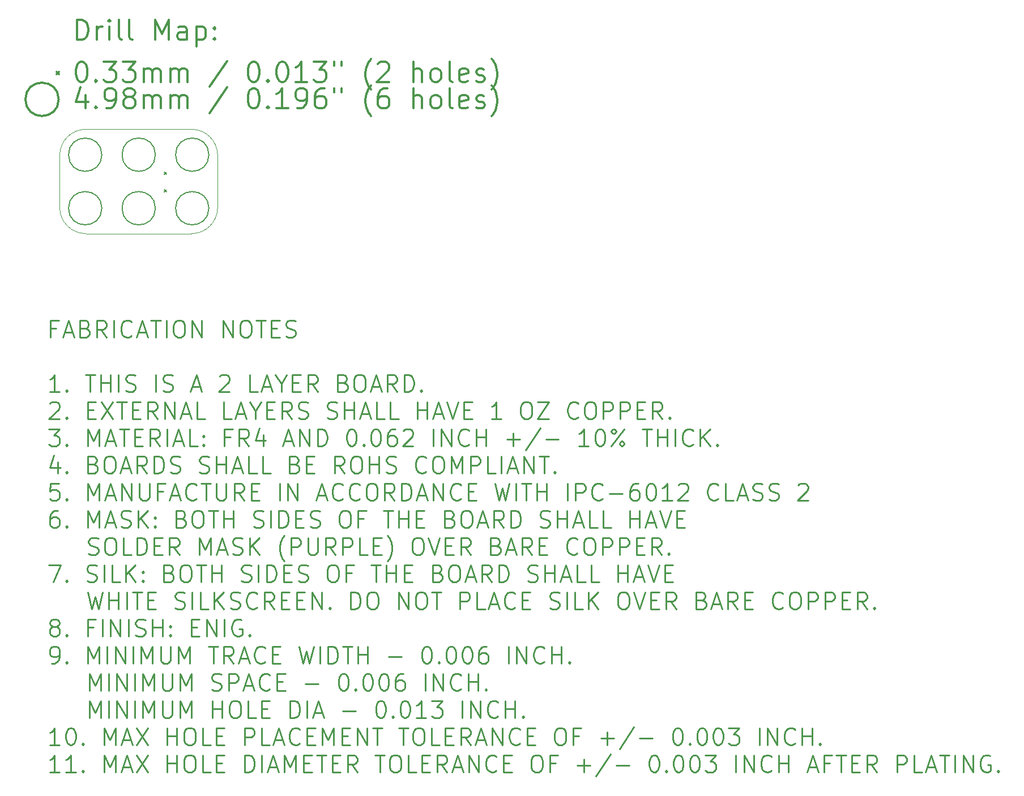
<source format=gbr>
G04 This is an RS-274x file exported by *
G04 gerbv version 2.6.0 *
G04 More information is available about gerbv at *
G04 http://gerbv.gpleda.org/ *
G04 --End of header info--*
%MOIN*%
%FSLAX34Y34*%
%IPPOS*%
G04 --Define apertures--*
%ADD10C,0.0050*%
%ADD11C,0.0079*%
%ADD12C,0.0118*%
%ADD13C,0.0138*%
%ADD14C,0.0016*%
%ADD15C,0.0100*%
G04 --Start main section--*
G54D11*
G01X0006217Y-009637D02*
G01X0006347Y-009767D01*
G01X0006347Y-009637D02*
G01X0006217Y-009767D01*
G01X0006217Y-010661D02*
G01X0006347Y-010791D01*
G01X0006347Y-010661D02*
G01X0006217Y-010791D01*
G01X0002538Y-008600D02*
G75*
G03X0002538Y-008600I-000980J0000000D01*
G01X0002538Y-011750D02*
G75*
G03X0002538Y-011750I-000980J0000000D01*
G01X0005688Y-008600D02*
G75*
G03X0005688Y-008600I-000980J0000000D01*
G01X0005688Y-011750D02*
G75*
G03X0005688Y-011750I-000980J0000000D01*
G01X0008838Y-008600D02*
G75*
G03X0008838Y-008600I-000980J0000000D01*
G01X0008838Y-011750D02*
G75*
G03X0008838Y-011750I-000980J0000000D01*
G54D12*
G01X0001069Y-001834D02*
G01X0001069Y-000652D01*
G01X0001069Y-000652D02*
G01X0001350Y-000652D01*
G01X0001350Y-000652D02*
G01X0001519Y-000709D01*
G01X0001519Y-000709D02*
G01X0001631Y-000821D01*
G01X0001631Y-000821D02*
G01X0001687Y-000934D01*
G01X0001687Y-000934D02*
G01X0001744Y-001159D01*
G01X0001744Y-001159D02*
G01X0001744Y-001327D01*
G01X0001744Y-001327D02*
G01X0001687Y-001552D01*
G01X0001687Y-001552D02*
G01X0001631Y-001665D01*
G01X0001631Y-001665D02*
G01X0001519Y-001777D01*
G01X0001519Y-001777D02*
G01X0001350Y-001834D01*
G01X0001350Y-001834D02*
G01X0001069Y-001834D01*
G01X0002250Y-001834D02*
G01X0002250Y-001046D01*
G01X0002250Y-001271D02*
G01X0002306Y-001159D01*
G01X0002306Y-001159D02*
G01X0002362Y-001102D01*
G01X0002362Y-001102D02*
G01X0002475Y-001046D01*
G01X0002475Y-001046D02*
G01X0002587Y-001046D01*
G01X0002981Y-001834D02*
G01X0002981Y-001046D01*
G01X0002981Y-000652D02*
G01X0002925Y-000709D01*
G01X0002925Y-000709D02*
G01X0002981Y-000765D01*
G01X0002981Y-000765D02*
G01X0003037Y-000709D01*
G01X0003037Y-000709D02*
G01X0002981Y-000652D01*
G01X0002981Y-000652D02*
G01X0002981Y-000765D01*
G01X0003712Y-001834D02*
G01X0003600Y-001777D01*
G01X0003600Y-001777D02*
G01X0003543Y-001665D01*
G01X0003543Y-001665D02*
G01X0003543Y-000652D01*
G01X0004331Y-001834D02*
G01X0004218Y-001777D01*
G01X0004218Y-001777D02*
G01X0004162Y-001665D01*
G01X0004162Y-001665D02*
G01X0004162Y-000652D01*
G01X0005681Y-001834D02*
G01X0005681Y-000652D01*
G01X0005681Y-000652D02*
G01X0006074Y-001496D01*
G01X0006074Y-001496D02*
G01X0006468Y-000652D01*
G01X0006468Y-000652D02*
G01X0006468Y-001834D01*
G01X0007537Y-001834D02*
G01X0007537Y-001215D01*
G01X0007537Y-001215D02*
G01X0007480Y-001102D01*
G01X0007480Y-001102D02*
G01X0007368Y-001046D01*
G01X0007368Y-001046D02*
G01X0007143Y-001046D01*
G01X0007143Y-001046D02*
G01X0007030Y-001102D01*
G01X0007537Y-001777D02*
G01X0007424Y-001834D01*
G01X0007424Y-001834D02*
G01X0007143Y-001834D01*
G01X0007143Y-001834D02*
G01X0007030Y-001777D01*
G01X0007030Y-001777D02*
G01X0006974Y-001665D01*
G01X0006974Y-001665D02*
G01X0006974Y-001552D01*
G01X0006974Y-001552D02*
G01X0007030Y-001440D01*
G01X0007030Y-001440D02*
G01X0007143Y-001384D01*
G01X0007143Y-001384D02*
G01X0007424Y-001384D01*
G01X0007424Y-001384D02*
G01X0007537Y-001327D01*
G01X0008099Y-001046D02*
G01X0008099Y-002227D01*
G01X0008099Y-001102D02*
G01X0008211Y-001046D01*
G01X0008211Y-001046D02*
G01X0008436Y-001046D01*
G01X0008436Y-001046D02*
G01X0008549Y-001102D01*
G01X0008549Y-001102D02*
G01X0008605Y-001159D01*
G01X0008605Y-001159D02*
G01X0008661Y-001271D01*
G01X0008661Y-001271D02*
G01X0008661Y-001609D01*
G01X0008661Y-001609D02*
G01X0008605Y-001721D01*
G01X0008605Y-001721D02*
G01X0008549Y-001777D01*
G01X0008549Y-001777D02*
G01X0008436Y-001834D01*
G01X0008436Y-001834D02*
G01X0008211Y-001834D01*
G01X0008211Y-001834D02*
G01X0008099Y-001777D01*
G01X0009168Y-001721D02*
G01X0009224Y-001777D01*
G01X0009224Y-001777D02*
G01X0009168Y-001834D01*
G01X0009168Y-001834D02*
G01X0009111Y-001777D01*
G01X0009111Y-001777D02*
G01X0009168Y-001721D01*
G01X0009168Y-001721D02*
G01X0009168Y-001834D01*
G01X0009168Y-001102D02*
G01X0009224Y-001159D01*
G01X0009224Y-001159D02*
G01X0009168Y-001215D01*
G01X0009168Y-001215D02*
G01X0009111Y-001159D01*
G01X0009111Y-001159D02*
G01X0009168Y-001102D01*
G01X0009168Y-001102D02*
G01X0009168Y-001215D01*
G01X-000130Y-003715D02*
G01X0000000Y-003845D01*
G01X0000000Y-003715D02*
G01X-000130Y-003845D01*
G01X0001294Y-003133D02*
G01X0001406Y-003133D01*
G01X0001406Y-003133D02*
G01X0001519Y-003189D01*
G01X0001519Y-003189D02*
G01X0001575Y-003245D01*
G01X0001575Y-003245D02*
G01X0001631Y-003358D01*
G01X0001631Y-003358D02*
G01X0001687Y-003583D01*
G01X0001687Y-003583D02*
G01X0001687Y-003864D01*
G01X0001687Y-003864D02*
G01X0001631Y-004089D01*
G01X0001631Y-004089D02*
G01X0001575Y-004201D01*
G01X0001575Y-004201D02*
G01X0001519Y-004258D01*
G01X0001519Y-004258D02*
G01X0001406Y-004314D01*
G01X0001406Y-004314D02*
G01X0001294Y-004314D01*
G01X0001294Y-004314D02*
G01X0001181Y-004258D01*
G01X0001181Y-004258D02*
G01X0001125Y-004201D01*
G01X0001125Y-004201D02*
G01X0001069Y-004089D01*
G01X0001069Y-004089D02*
G01X0001012Y-003864D01*
G01X0001012Y-003864D02*
G01X0001012Y-003583D01*
G01X0001012Y-003583D02*
G01X0001069Y-003358D01*
G01X0001069Y-003358D02*
G01X0001125Y-003245D01*
G01X0001125Y-003245D02*
G01X0001181Y-003189D01*
G01X0001181Y-003189D02*
G01X0001294Y-003133D01*
G01X0002193Y-004201D02*
G01X0002250Y-004258D01*
G01X0002250Y-004258D02*
G01X0002193Y-004314D01*
G01X0002193Y-004314D02*
G01X0002137Y-004258D01*
G01X0002137Y-004258D02*
G01X0002193Y-004201D01*
G01X0002193Y-004201D02*
G01X0002193Y-004314D01*
G01X0002643Y-003133D02*
G01X0003375Y-003133D01*
G01X0003375Y-003133D02*
G01X0002981Y-003583D01*
G01X0002981Y-003583D02*
G01X0003150Y-003583D01*
G01X0003150Y-003583D02*
G01X0003262Y-003639D01*
G01X0003262Y-003639D02*
G01X0003318Y-003695D01*
G01X0003318Y-003695D02*
G01X0003375Y-003808D01*
G01X0003375Y-003808D02*
G01X0003375Y-004089D01*
G01X0003375Y-004089D02*
G01X0003318Y-004201D01*
G01X0003318Y-004201D02*
G01X0003262Y-004258D01*
G01X0003262Y-004258D02*
G01X0003150Y-004314D01*
G01X0003150Y-004314D02*
G01X0002812Y-004314D01*
G01X0002812Y-004314D02*
G01X0002700Y-004258D01*
G01X0002700Y-004258D02*
G01X0002643Y-004201D01*
G01X0003768Y-003133D02*
G01X0004499Y-003133D01*
G01X0004499Y-003133D02*
G01X0004106Y-003583D01*
G01X0004106Y-003583D02*
G01X0004274Y-003583D01*
G01X0004274Y-003583D02*
G01X0004387Y-003639D01*
G01X0004387Y-003639D02*
G01X0004443Y-003695D01*
G01X0004443Y-003695D02*
G01X0004499Y-003808D01*
G01X0004499Y-003808D02*
G01X0004499Y-004089D01*
G01X0004499Y-004089D02*
G01X0004443Y-004201D01*
G01X0004443Y-004201D02*
G01X0004387Y-004258D01*
G01X0004387Y-004258D02*
G01X0004274Y-004314D01*
G01X0004274Y-004314D02*
G01X0003937Y-004314D01*
G01X0003937Y-004314D02*
G01X0003825Y-004258D01*
G01X0003825Y-004258D02*
G01X0003768Y-004201D01*
G01X0005006Y-004314D02*
G01X0005006Y-003526D01*
G01X0005006Y-003639D02*
G01X0005062Y-003583D01*
G01X0005062Y-003583D02*
G01X0005174Y-003526D01*
G01X0005174Y-003526D02*
G01X0005343Y-003526D01*
G01X0005343Y-003526D02*
G01X0005456Y-003583D01*
G01X0005456Y-003583D02*
G01X0005512Y-003695D01*
G01X0005512Y-003695D02*
G01X0005512Y-004314D01*
G01X0005512Y-003695D02*
G01X0005568Y-003583D01*
G01X0005568Y-003583D02*
G01X0005681Y-003526D01*
G01X0005681Y-003526D02*
G01X0005849Y-003526D01*
G01X0005849Y-003526D02*
G01X0005962Y-003583D01*
G01X0005962Y-003583D02*
G01X0006018Y-003695D01*
G01X0006018Y-003695D02*
G01X0006018Y-004314D01*
G01X0006580Y-004314D02*
G01X0006580Y-003526D01*
G01X0006580Y-003639D02*
G01X0006637Y-003583D01*
G01X0006637Y-003583D02*
G01X0006749Y-003526D01*
G01X0006749Y-003526D02*
G01X0006918Y-003526D01*
G01X0006918Y-003526D02*
G01X0007030Y-003583D01*
G01X0007030Y-003583D02*
G01X0007087Y-003695D01*
G01X0007087Y-003695D02*
G01X0007087Y-004314D01*
G01X0007087Y-003695D02*
G01X0007143Y-003583D01*
G01X0007143Y-003583D02*
G01X0007255Y-003526D01*
G01X0007255Y-003526D02*
G01X0007424Y-003526D01*
G01X0007424Y-003526D02*
G01X0007537Y-003583D01*
G01X0007537Y-003583D02*
G01X0007593Y-003695D01*
G01X0007593Y-003695D02*
G01X0007593Y-004314D01*
G01X0009899Y-003076D02*
G01X0008886Y-004595D01*
G01X0011417Y-003133D02*
G01X0011530Y-003133D01*
G01X0011530Y-003133D02*
G01X0011642Y-003189D01*
G01X0011642Y-003189D02*
G01X0011699Y-003245D01*
G01X0011699Y-003245D02*
G01X0011755Y-003358D01*
G01X0011755Y-003358D02*
G01X0011811Y-003583D01*
G01X0011811Y-003583D02*
G01X0011811Y-003864D01*
G01X0011811Y-003864D02*
G01X0011755Y-004089D01*
G01X0011755Y-004089D02*
G01X0011699Y-004201D01*
G01X0011699Y-004201D02*
G01X0011642Y-004258D01*
G01X0011642Y-004258D02*
G01X0011530Y-004314D01*
G01X0011530Y-004314D02*
G01X0011417Y-004314D01*
G01X0011417Y-004314D02*
G01X0011305Y-004258D01*
G01X0011305Y-004258D02*
G01X0011249Y-004201D01*
G01X0011249Y-004201D02*
G01X0011192Y-004089D01*
G01X0011192Y-004089D02*
G01X0011136Y-003864D01*
G01X0011136Y-003864D02*
G01X0011136Y-003583D01*
G01X0011136Y-003583D02*
G01X0011192Y-003358D01*
G01X0011192Y-003358D02*
G01X0011249Y-003245D01*
G01X0011249Y-003245D02*
G01X0011305Y-003189D01*
G01X0011305Y-003189D02*
G01X0011417Y-003133D01*
G01X0012317Y-004201D02*
G01X0012373Y-004258D01*
G01X0012373Y-004258D02*
G01X0012317Y-004314D01*
G01X0012317Y-004314D02*
G01X0012261Y-004258D01*
G01X0012261Y-004258D02*
G01X0012317Y-004201D01*
G01X0012317Y-004201D02*
G01X0012317Y-004314D01*
G01X0013105Y-003133D02*
G01X0013217Y-003133D01*
G01X0013217Y-003133D02*
G01X0013330Y-003189D01*
G01X0013330Y-003189D02*
G01X0013386Y-003245D01*
G01X0013386Y-003245D02*
G01X0013442Y-003358D01*
G01X0013442Y-003358D02*
G01X0013498Y-003583D01*
G01X0013498Y-003583D02*
G01X0013498Y-003864D01*
G01X0013498Y-003864D02*
G01X0013442Y-004089D01*
G01X0013442Y-004089D02*
G01X0013386Y-004201D01*
G01X0013386Y-004201D02*
G01X0013330Y-004258D01*
G01X0013330Y-004258D02*
G01X0013217Y-004314D01*
G01X0013217Y-004314D02*
G01X0013105Y-004314D01*
G01X0013105Y-004314D02*
G01X0012992Y-004258D01*
G01X0012992Y-004258D02*
G01X0012936Y-004201D01*
G01X0012936Y-004201D02*
G01X0012880Y-004089D01*
G01X0012880Y-004089D02*
G01X0012823Y-003864D01*
G01X0012823Y-003864D02*
G01X0012823Y-003583D01*
G01X0012823Y-003583D02*
G01X0012880Y-003358D01*
G01X0012880Y-003358D02*
G01X0012936Y-003245D01*
G01X0012936Y-003245D02*
G01X0012992Y-003189D01*
G01X0012992Y-003189D02*
G01X0013105Y-003133D01*
G01X0014623Y-004314D02*
G01X0013948Y-004314D01*
G01X0014286Y-004314D02*
G01X0014286Y-003133D01*
G01X0014286Y-003133D02*
G01X0014173Y-003301D01*
G01X0014173Y-003301D02*
G01X0014061Y-003414D01*
G01X0014061Y-003414D02*
G01X0013948Y-003470D01*
G01X0015017Y-003133D02*
G01X0015748Y-003133D01*
G01X0015748Y-003133D02*
G01X0015354Y-003583D01*
G01X0015354Y-003583D02*
G01X0015523Y-003583D01*
G01X0015523Y-003583D02*
G01X0015636Y-003639D01*
G01X0015636Y-003639D02*
G01X0015692Y-003695D01*
G01X0015692Y-003695D02*
G01X0015748Y-003808D01*
G01X0015748Y-003808D02*
G01X0015748Y-004089D01*
G01X0015748Y-004089D02*
G01X0015692Y-004201D01*
G01X0015692Y-004201D02*
G01X0015636Y-004258D01*
G01X0015636Y-004258D02*
G01X0015523Y-004314D01*
G01X0015523Y-004314D02*
G01X0015186Y-004314D01*
G01X0015186Y-004314D02*
G01X0015073Y-004258D01*
G01X0015073Y-004258D02*
G01X0015017Y-004201D01*
G01X0016198Y-003133D02*
G01X0016198Y-003358D01*
G01X0016648Y-003133D02*
G01X0016648Y-003358D01*
G01X0018391Y-004764D02*
G01X0018335Y-004708D01*
G01X0018335Y-004708D02*
G01X0018223Y-004539D01*
G01X0018223Y-004539D02*
G01X0018166Y-004426D01*
G01X0018166Y-004426D02*
G01X0018110Y-004258D01*
G01X0018110Y-004258D02*
G01X0018054Y-003976D01*
G01X0018054Y-003976D02*
G01X0018054Y-003751D01*
G01X0018054Y-003751D02*
G01X0018110Y-003470D01*
G01X0018110Y-003470D02*
G01X0018166Y-003301D01*
G01X0018166Y-003301D02*
G01X0018223Y-003189D01*
G01X0018223Y-003189D02*
G01X0018335Y-003020D01*
G01X0018335Y-003020D02*
G01X0018391Y-002964D01*
G01X0018785Y-003245D02*
G01X0018841Y-003189D01*
G01X0018841Y-003189D02*
G01X0018954Y-003133D01*
G01X0018954Y-003133D02*
G01X0019235Y-003133D01*
G01X0019235Y-003133D02*
G01X0019348Y-003189D01*
G01X0019348Y-003189D02*
G01X0019404Y-003245D01*
G01X0019404Y-003245D02*
G01X0019460Y-003358D01*
G01X0019460Y-003358D02*
G01X0019460Y-003470D01*
G01X0019460Y-003470D02*
G01X0019404Y-003639D01*
G01X0019404Y-003639D02*
G01X0018729Y-004314D01*
G01X0018729Y-004314D02*
G01X0019460Y-004314D01*
G01X0020866Y-004314D02*
G01X0020866Y-003133D01*
G01X0021372Y-004314D02*
G01X0021372Y-003695D01*
G01X0021372Y-003695D02*
G01X0021316Y-003583D01*
G01X0021316Y-003583D02*
G01X0021204Y-003526D01*
G01X0021204Y-003526D02*
G01X0021035Y-003526D01*
G01X0021035Y-003526D02*
G01X0020922Y-003583D01*
G01X0020922Y-003583D02*
G01X0020866Y-003639D01*
G01X0022103Y-004314D02*
G01X0021991Y-004258D01*
G01X0021991Y-004258D02*
G01X0021935Y-004201D01*
G01X0021935Y-004201D02*
G01X0021879Y-004089D01*
G01X0021879Y-004089D02*
G01X0021879Y-003751D01*
G01X0021879Y-003751D02*
G01X0021935Y-003639D01*
G01X0021935Y-003639D02*
G01X0021991Y-003583D01*
G01X0021991Y-003583D02*
G01X0022103Y-003526D01*
G01X0022103Y-003526D02*
G01X0022272Y-003526D01*
G01X0022272Y-003526D02*
G01X0022385Y-003583D01*
G01X0022385Y-003583D02*
G01X0022441Y-003639D01*
G01X0022441Y-003639D02*
G01X0022497Y-003751D01*
G01X0022497Y-003751D02*
G01X0022497Y-004089D01*
G01X0022497Y-004089D02*
G01X0022441Y-004201D01*
G01X0022441Y-004201D02*
G01X0022385Y-004258D01*
G01X0022385Y-004258D02*
G01X0022272Y-004314D01*
G01X0022272Y-004314D02*
G01X0022103Y-004314D01*
G01X0023172Y-004314D02*
G01X0023060Y-004258D01*
G01X0023060Y-004258D02*
G01X0023003Y-004145D01*
G01X0023003Y-004145D02*
G01X0023003Y-003133D01*
G01X0024072Y-004258D02*
G01X0023960Y-004314D01*
G01X0023960Y-004314D02*
G01X0023735Y-004314D01*
G01X0023735Y-004314D02*
G01X0023622Y-004258D01*
G01X0023622Y-004258D02*
G01X0023566Y-004145D01*
G01X0023566Y-004145D02*
G01X0023566Y-003695D01*
G01X0023566Y-003695D02*
G01X0023622Y-003583D01*
G01X0023622Y-003583D02*
G01X0023735Y-003526D01*
G01X0023735Y-003526D02*
G01X0023960Y-003526D01*
G01X0023960Y-003526D02*
G01X0024072Y-003583D01*
G01X0024072Y-003583D02*
G01X0024128Y-003695D01*
G01X0024128Y-003695D02*
G01X0024128Y-003808D01*
G01X0024128Y-003808D02*
G01X0023566Y-003920D01*
G01X0024578Y-004258D02*
G01X0024691Y-004314D01*
G01X0024691Y-004314D02*
G01X0024916Y-004314D01*
G01X0024916Y-004314D02*
G01X0025028Y-004258D01*
G01X0025028Y-004258D02*
G01X0025084Y-004145D01*
G01X0025084Y-004145D02*
G01X0025084Y-004089D01*
G01X0025084Y-004089D02*
G01X0025028Y-003976D01*
G01X0025028Y-003976D02*
G01X0024916Y-003920D01*
G01X0024916Y-003920D02*
G01X0024747Y-003920D01*
G01X0024747Y-003920D02*
G01X0024634Y-003864D01*
G01X0024634Y-003864D02*
G01X0024578Y-003751D01*
G01X0024578Y-003751D02*
G01X0024578Y-003695D01*
G01X0024578Y-003695D02*
G01X0024634Y-003583D01*
G01X0024634Y-003583D02*
G01X0024747Y-003526D01*
G01X0024747Y-003526D02*
G01X0024916Y-003526D01*
G01X0024916Y-003526D02*
G01X0025028Y-003583D01*
G01X0025478Y-004764D02*
G01X0025534Y-004708D01*
G01X0025534Y-004708D02*
G01X0025647Y-004539D01*
G01X0025647Y-004539D02*
G01X0025703Y-004426D01*
G01X0025703Y-004426D02*
G01X0025759Y-004258D01*
G01X0025759Y-004258D02*
G01X0025816Y-003976D01*
G01X0025816Y-003976D02*
G01X0025816Y-003751D01*
G01X0025816Y-003751D02*
G01X0025759Y-003470D01*
G01X0025759Y-003470D02*
G01X0025703Y-003301D01*
G01X0025703Y-003301D02*
G01X0025647Y-003189D01*
G01X0025647Y-003189D02*
G01X0025534Y-003020D01*
G01X0025534Y-003020D02*
G01X0025478Y-002964D01*
G01X0000000Y-005339D02*
G75*
G03X0000000Y-005339I-000980J0000000D01*
G01X0001575Y-005085D02*
G01X0001575Y-005873D01*
G01X0001294Y-004636D02*
G01X0001012Y-005479D01*
G01X0001012Y-005479D02*
G01X0001744Y-005479D01*
G01X0002193Y-005760D02*
G01X0002250Y-005817D01*
G01X0002250Y-005817D02*
G01X0002193Y-005873D01*
G01X0002193Y-005873D02*
G01X0002137Y-005817D01*
G01X0002137Y-005817D02*
G01X0002193Y-005760D01*
G01X0002193Y-005760D02*
G01X0002193Y-005873D01*
G01X0002812Y-005873D02*
G01X0003037Y-005873D01*
G01X0003037Y-005873D02*
G01X0003150Y-005817D01*
G01X0003150Y-005817D02*
G01X0003206Y-005760D01*
G01X0003206Y-005760D02*
G01X0003318Y-005592D01*
G01X0003318Y-005592D02*
G01X0003375Y-005367D01*
G01X0003375Y-005367D02*
G01X0003375Y-004917D01*
G01X0003375Y-004917D02*
G01X0003318Y-004804D01*
G01X0003318Y-004804D02*
G01X0003262Y-004748D01*
G01X0003262Y-004748D02*
G01X0003150Y-004692D01*
G01X0003150Y-004692D02*
G01X0002925Y-004692D01*
G01X0002925Y-004692D02*
G01X0002812Y-004748D01*
G01X0002812Y-004748D02*
G01X0002756Y-004804D01*
G01X0002756Y-004804D02*
G01X0002700Y-004917D01*
G01X0002700Y-004917D02*
G01X0002700Y-005198D01*
G01X0002700Y-005198D02*
G01X0002756Y-005310D01*
G01X0002756Y-005310D02*
G01X0002812Y-005367D01*
G01X0002812Y-005367D02*
G01X0002925Y-005423D01*
G01X0002925Y-005423D02*
G01X0003150Y-005423D01*
G01X0003150Y-005423D02*
G01X0003262Y-005367D01*
G01X0003262Y-005367D02*
G01X0003318Y-005310D01*
G01X0003318Y-005310D02*
G01X0003375Y-005198D01*
G01X0004049Y-005198D02*
G01X0003937Y-005142D01*
G01X0003937Y-005142D02*
G01X0003881Y-005085D01*
G01X0003881Y-005085D02*
G01X0003825Y-004973D01*
G01X0003825Y-004973D02*
G01X0003825Y-004917D01*
G01X0003825Y-004917D02*
G01X0003881Y-004804D01*
G01X0003881Y-004804D02*
G01X0003937Y-004748D01*
G01X0003937Y-004748D02*
G01X0004049Y-004692D01*
G01X0004049Y-004692D02*
G01X0004274Y-004692D01*
G01X0004274Y-004692D02*
G01X0004387Y-004748D01*
G01X0004387Y-004748D02*
G01X0004443Y-004804D01*
G01X0004443Y-004804D02*
G01X0004499Y-004917D01*
G01X0004499Y-004917D02*
G01X0004499Y-004973D01*
G01X0004499Y-004973D02*
G01X0004443Y-005085D01*
G01X0004443Y-005085D02*
G01X0004387Y-005142D01*
G01X0004387Y-005142D02*
G01X0004274Y-005198D01*
G01X0004274Y-005198D02*
G01X0004049Y-005198D01*
G01X0004049Y-005198D02*
G01X0003937Y-005254D01*
G01X0003937Y-005254D02*
G01X0003881Y-005310D01*
G01X0003881Y-005310D02*
G01X0003825Y-005423D01*
G01X0003825Y-005423D02*
G01X0003825Y-005648D01*
G01X0003825Y-005648D02*
G01X0003881Y-005760D01*
G01X0003881Y-005760D02*
G01X0003937Y-005817D01*
G01X0003937Y-005817D02*
G01X0004049Y-005873D01*
G01X0004049Y-005873D02*
G01X0004274Y-005873D01*
G01X0004274Y-005873D02*
G01X0004387Y-005817D01*
G01X0004387Y-005817D02*
G01X0004443Y-005760D01*
G01X0004443Y-005760D02*
G01X0004499Y-005648D01*
G01X0004499Y-005648D02*
G01X0004499Y-005423D01*
G01X0004499Y-005423D02*
G01X0004443Y-005310D01*
G01X0004443Y-005310D02*
G01X0004387Y-005254D01*
G01X0004387Y-005254D02*
G01X0004274Y-005198D01*
G01X0005006Y-005873D02*
G01X0005006Y-005085D01*
G01X0005006Y-005198D02*
G01X0005062Y-005142D01*
G01X0005062Y-005142D02*
G01X0005174Y-005085D01*
G01X0005174Y-005085D02*
G01X0005343Y-005085D01*
G01X0005343Y-005085D02*
G01X0005456Y-005142D01*
G01X0005456Y-005142D02*
G01X0005512Y-005254D01*
G01X0005512Y-005254D02*
G01X0005512Y-005873D01*
G01X0005512Y-005254D02*
G01X0005568Y-005142D01*
G01X0005568Y-005142D02*
G01X0005681Y-005085D01*
G01X0005681Y-005085D02*
G01X0005849Y-005085D01*
G01X0005849Y-005085D02*
G01X0005962Y-005142D01*
G01X0005962Y-005142D02*
G01X0006018Y-005254D01*
G01X0006018Y-005254D02*
G01X0006018Y-005873D01*
G01X0006580Y-005873D02*
G01X0006580Y-005085D01*
G01X0006580Y-005198D02*
G01X0006637Y-005142D01*
G01X0006637Y-005142D02*
G01X0006749Y-005085D01*
G01X0006749Y-005085D02*
G01X0006918Y-005085D01*
G01X0006918Y-005085D02*
G01X0007030Y-005142D01*
G01X0007030Y-005142D02*
G01X0007087Y-005254D01*
G01X0007087Y-005254D02*
G01X0007087Y-005873D01*
G01X0007087Y-005254D02*
G01X0007143Y-005142D01*
G01X0007143Y-005142D02*
G01X0007255Y-005085D01*
G01X0007255Y-005085D02*
G01X0007424Y-005085D01*
G01X0007424Y-005085D02*
G01X0007537Y-005142D01*
G01X0007537Y-005142D02*
G01X0007593Y-005254D01*
G01X0007593Y-005254D02*
G01X0007593Y-005873D01*
G01X0009899Y-004636D02*
G01X0008886Y-006154D01*
G01X0011417Y-004692D02*
G01X0011530Y-004692D01*
G01X0011530Y-004692D02*
G01X0011642Y-004748D01*
G01X0011642Y-004748D02*
G01X0011699Y-004804D01*
G01X0011699Y-004804D02*
G01X0011755Y-004917D01*
G01X0011755Y-004917D02*
G01X0011811Y-005142D01*
G01X0011811Y-005142D02*
G01X0011811Y-005423D01*
G01X0011811Y-005423D02*
G01X0011755Y-005648D01*
G01X0011755Y-005648D02*
G01X0011699Y-005760D01*
G01X0011699Y-005760D02*
G01X0011642Y-005817D01*
G01X0011642Y-005817D02*
G01X0011530Y-005873D01*
G01X0011530Y-005873D02*
G01X0011417Y-005873D01*
G01X0011417Y-005873D02*
G01X0011305Y-005817D01*
G01X0011305Y-005817D02*
G01X0011249Y-005760D01*
G01X0011249Y-005760D02*
G01X0011192Y-005648D01*
G01X0011192Y-005648D02*
G01X0011136Y-005423D01*
G01X0011136Y-005423D02*
G01X0011136Y-005142D01*
G01X0011136Y-005142D02*
G01X0011192Y-004917D01*
G01X0011192Y-004917D02*
G01X0011249Y-004804D01*
G01X0011249Y-004804D02*
G01X0011305Y-004748D01*
G01X0011305Y-004748D02*
G01X0011417Y-004692D01*
G01X0012317Y-005760D02*
G01X0012373Y-005817D01*
G01X0012373Y-005817D02*
G01X0012317Y-005873D01*
G01X0012317Y-005873D02*
G01X0012261Y-005817D01*
G01X0012261Y-005817D02*
G01X0012317Y-005760D01*
G01X0012317Y-005760D02*
G01X0012317Y-005873D01*
G01X0013498Y-005873D02*
G01X0012823Y-005873D01*
G01X0013161Y-005873D02*
G01X0013161Y-004692D01*
G01X0013161Y-004692D02*
G01X0013048Y-004861D01*
G01X0013048Y-004861D02*
G01X0012936Y-004973D01*
G01X0012936Y-004973D02*
G01X0012823Y-005029D01*
G01X0014061Y-005873D02*
G01X0014286Y-005873D01*
G01X0014286Y-005873D02*
G01X0014398Y-005817D01*
G01X0014398Y-005817D02*
G01X0014454Y-005760D01*
G01X0014454Y-005760D02*
G01X0014567Y-005592D01*
G01X0014567Y-005592D02*
G01X0014623Y-005367D01*
G01X0014623Y-005367D02*
G01X0014623Y-004917D01*
G01X0014623Y-004917D02*
G01X0014567Y-004804D01*
G01X0014567Y-004804D02*
G01X0014511Y-004748D01*
G01X0014511Y-004748D02*
G01X0014398Y-004692D01*
G01X0014398Y-004692D02*
G01X0014173Y-004692D01*
G01X0014173Y-004692D02*
G01X0014061Y-004748D01*
G01X0014061Y-004748D02*
G01X0014005Y-004804D01*
G01X0014005Y-004804D02*
G01X0013948Y-004917D01*
G01X0013948Y-004917D02*
G01X0013948Y-005198D01*
G01X0013948Y-005198D02*
G01X0014005Y-005310D01*
G01X0014005Y-005310D02*
G01X0014061Y-005367D01*
G01X0014061Y-005367D02*
G01X0014173Y-005423D01*
G01X0014173Y-005423D02*
G01X0014398Y-005423D01*
G01X0014398Y-005423D02*
G01X0014511Y-005367D01*
G01X0014511Y-005367D02*
G01X0014567Y-005310D01*
G01X0014567Y-005310D02*
G01X0014623Y-005198D01*
G01X0015636Y-004692D02*
G01X0015411Y-004692D01*
G01X0015411Y-004692D02*
G01X0015298Y-004748D01*
G01X0015298Y-004748D02*
G01X0015242Y-004804D01*
G01X0015242Y-004804D02*
G01X0015129Y-004973D01*
G01X0015129Y-004973D02*
G01X0015073Y-005198D01*
G01X0015073Y-005198D02*
G01X0015073Y-005648D01*
G01X0015073Y-005648D02*
G01X0015129Y-005760D01*
G01X0015129Y-005760D02*
G01X0015186Y-005817D01*
G01X0015186Y-005817D02*
G01X0015298Y-005873D01*
G01X0015298Y-005873D02*
G01X0015523Y-005873D01*
G01X0015523Y-005873D02*
G01X0015636Y-005817D01*
G01X0015636Y-005817D02*
G01X0015692Y-005760D01*
G01X0015692Y-005760D02*
G01X0015748Y-005648D01*
G01X0015748Y-005648D02*
G01X0015748Y-005367D01*
G01X0015748Y-005367D02*
G01X0015692Y-005254D01*
G01X0015692Y-005254D02*
G01X0015636Y-005198D01*
G01X0015636Y-005198D02*
G01X0015523Y-005142D01*
G01X0015523Y-005142D02*
G01X0015298Y-005142D01*
G01X0015298Y-005142D02*
G01X0015186Y-005198D01*
G01X0015186Y-005198D02*
G01X0015129Y-005254D01*
G01X0015129Y-005254D02*
G01X0015073Y-005367D01*
G01X0016198Y-004692D02*
G01X0016198Y-004917D01*
G01X0016648Y-004692D02*
G01X0016648Y-004917D01*
G01X0018391Y-006323D02*
G01X0018335Y-006267D01*
G01X0018335Y-006267D02*
G01X0018223Y-006098D01*
G01X0018223Y-006098D02*
G01X0018166Y-005985D01*
G01X0018166Y-005985D02*
G01X0018110Y-005817D01*
G01X0018110Y-005817D02*
G01X0018054Y-005535D01*
G01X0018054Y-005535D02*
G01X0018054Y-005310D01*
G01X0018054Y-005310D02*
G01X0018110Y-005029D01*
G01X0018110Y-005029D02*
G01X0018166Y-004861D01*
G01X0018166Y-004861D02*
G01X0018223Y-004748D01*
G01X0018223Y-004748D02*
G01X0018335Y-004579D01*
G01X0018335Y-004579D02*
G01X0018391Y-004523D01*
G01X0019348Y-004692D02*
G01X0019123Y-004692D01*
G01X0019123Y-004692D02*
G01X0019010Y-004748D01*
G01X0019010Y-004748D02*
G01X0018954Y-004804D01*
G01X0018954Y-004804D02*
G01X0018841Y-004973D01*
G01X0018841Y-004973D02*
G01X0018785Y-005198D01*
G01X0018785Y-005198D02*
G01X0018785Y-005648D01*
G01X0018785Y-005648D02*
G01X0018841Y-005760D01*
G01X0018841Y-005760D02*
G01X0018898Y-005817D01*
G01X0018898Y-005817D02*
G01X0019010Y-005873D01*
G01X0019010Y-005873D02*
G01X0019235Y-005873D01*
G01X0019235Y-005873D02*
G01X0019348Y-005817D01*
G01X0019348Y-005817D02*
G01X0019404Y-005760D01*
G01X0019404Y-005760D02*
G01X0019460Y-005648D01*
G01X0019460Y-005648D02*
G01X0019460Y-005367D01*
G01X0019460Y-005367D02*
G01X0019404Y-005254D01*
G01X0019404Y-005254D02*
G01X0019348Y-005198D01*
G01X0019348Y-005198D02*
G01X0019235Y-005142D01*
G01X0019235Y-005142D02*
G01X0019010Y-005142D01*
G01X0019010Y-005142D02*
G01X0018898Y-005198D01*
G01X0018898Y-005198D02*
G01X0018841Y-005254D01*
G01X0018841Y-005254D02*
G01X0018785Y-005367D01*
G01X0020866Y-005873D02*
G01X0020866Y-004692D01*
G01X0021372Y-005873D02*
G01X0021372Y-005254D01*
G01X0021372Y-005254D02*
G01X0021316Y-005142D01*
G01X0021316Y-005142D02*
G01X0021204Y-005085D01*
G01X0021204Y-005085D02*
G01X0021035Y-005085D01*
G01X0021035Y-005085D02*
G01X0020922Y-005142D01*
G01X0020922Y-005142D02*
G01X0020866Y-005198D01*
G01X0022103Y-005873D02*
G01X0021991Y-005817D01*
G01X0021991Y-005817D02*
G01X0021935Y-005760D01*
G01X0021935Y-005760D02*
G01X0021879Y-005648D01*
G01X0021879Y-005648D02*
G01X0021879Y-005310D01*
G01X0021879Y-005310D02*
G01X0021935Y-005198D01*
G01X0021935Y-005198D02*
G01X0021991Y-005142D01*
G01X0021991Y-005142D02*
G01X0022103Y-005085D01*
G01X0022103Y-005085D02*
G01X0022272Y-005085D01*
G01X0022272Y-005085D02*
G01X0022385Y-005142D01*
G01X0022385Y-005142D02*
G01X0022441Y-005198D01*
G01X0022441Y-005198D02*
G01X0022497Y-005310D01*
G01X0022497Y-005310D02*
G01X0022497Y-005648D01*
G01X0022497Y-005648D02*
G01X0022441Y-005760D01*
G01X0022441Y-005760D02*
G01X0022385Y-005817D01*
G01X0022385Y-005817D02*
G01X0022272Y-005873D01*
G01X0022272Y-005873D02*
G01X0022103Y-005873D01*
G01X0023172Y-005873D02*
G01X0023060Y-005817D01*
G01X0023060Y-005817D02*
G01X0023003Y-005704D01*
G01X0023003Y-005704D02*
G01X0023003Y-004692D01*
G01X0024072Y-005817D02*
G01X0023960Y-005873D01*
G01X0023960Y-005873D02*
G01X0023735Y-005873D01*
G01X0023735Y-005873D02*
G01X0023622Y-005817D01*
G01X0023622Y-005817D02*
G01X0023566Y-005704D01*
G01X0023566Y-005704D02*
G01X0023566Y-005254D01*
G01X0023566Y-005254D02*
G01X0023622Y-005142D01*
G01X0023622Y-005142D02*
G01X0023735Y-005085D01*
G01X0023735Y-005085D02*
G01X0023960Y-005085D01*
G01X0023960Y-005085D02*
G01X0024072Y-005142D01*
G01X0024072Y-005142D02*
G01X0024128Y-005254D01*
G01X0024128Y-005254D02*
G01X0024128Y-005367D01*
G01X0024128Y-005367D02*
G01X0023566Y-005479D01*
G01X0024578Y-005817D02*
G01X0024691Y-005873D01*
G01X0024691Y-005873D02*
G01X0024916Y-005873D01*
G01X0024916Y-005873D02*
G01X0025028Y-005817D01*
G01X0025028Y-005817D02*
G01X0025084Y-005704D01*
G01X0025084Y-005704D02*
G01X0025084Y-005648D01*
G01X0025084Y-005648D02*
G01X0025028Y-005535D01*
G01X0025028Y-005535D02*
G01X0024916Y-005479D01*
G01X0024916Y-005479D02*
G01X0024747Y-005479D01*
G01X0024747Y-005479D02*
G01X0024634Y-005423D01*
G01X0024634Y-005423D02*
G01X0024578Y-005310D01*
G01X0024578Y-005310D02*
G01X0024578Y-005254D01*
G01X0024578Y-005254D02*
G01X0024634Y-005142D01*
G01X0024634Y-005142D02*
G01X0024747Y-005085D01*
G01X0024747Y-005085D02*
G01X0024916Y-005085D01*
G01X0024916Y-005085D02*
G01X0025028Y-005142D01*
G01X0025478Y-006323D02*
G01X0025534Y-006267D01*
G01X0025534Y-006267D02*
G01X0025647Y-006098D01*
G01X0025647Y-006098D02*
G01X0025703Y-005985D01*
G01X0025703Y-005985D02*
G01X0025759Y-005817D01*
G01X0025759Y-005817D02*
G01X0025816Y-005535D01*
G01X0025816Y-005535D02*
G01X0025816Y-005310D01*
G01X0025816Y-005310D02*
G01X0025759Y-005029D01*
G01X0025759Y-005029D02*
G01X0025703Y-004861D01*
G01X0025703Y-004861D02*
G01X0025647Y-004748D01*
G01X0025647Y-004748D02*
G01X0025534Y-004579D01*
G01X0025534Y-004579D02*
G01X0025478Y-004523D01*
G01X0000000Y0000000D02*
G54D14*
G01X0007818Y-007104D02*
G01X0001597Y-007104D01*
G01X0007818Y-013246D02*
G01X0001597Y-013246D01*
G01X0009353Y-011710D02*
G01X0009353Y-008639D01*
G01X0000062Y-011710D02*
G01X0000062Y-008639D01*
G01X0009353Y-008639D02*
G75*
G03X0007818Y-007104I-001535J0000000D01*
G01X0007818Y-013246D02*
G75*
G03X0009353Y-011710I0000000J0001535D01*
G01X0000062Y-011710D02*
G75*
G03X0001597Y-013246I0001535J0000000D01*
G01X0001597Y-007104D02*
G75*
G03X0000062Y-008639I0000000J-001535D01*
G01X0000000Y0000000D02*
G54D15*
G01X-000143Y-018831D02*
G01X-000476Y-018831D01*
G01X-000476Y-019354D02*
G01X-000476Y-018354D01*
G01X-000476Y-018354D02*
G01X0000000Y-018354D01*
G01X0000334Y-019069D02*
G01X0000810Y-019069D01*
G01X0000238Y-019354D02*
G01X0000572Y-018354D01*
G01X0000572Y-018354D02*
G01X0000905Y-019354D01*
G01X0001572Y-018831D02*
G01X0001715Y-018878D01*
G01X0001715Y-018878D02*
G01X0001762Y-018926D01*
G01X0001762Y-018926D02*
G01X0001810Y-019021D01*
G01X0001810Y-019021D02*
G01X0001810Y-019164D01*
G01X0001810Y-019164D02*
G01X0001762Y-019259D01*
G01X0001762Y-019259D02*
G01X0001715Y-019307D01*
G01X0001715Y-019307D02*
G01X0001619Y-019354D01*
G01X0001619Y-019354D02*
G01X0001238Y-019354D01*
G01X0001238Y-019354D02*
G01X0001238Y-018354D01*
G01X0001238Y-018354D02*
G01X0001572Y-018354D01*
G01X0001572Y-018354D02*
G01X0001667Y-018402D01*
G01X0001667Y-018402D02*
G01X0001715Y-018450D01*
G01X0001715Y-018450D02*
G01X0001762Y-018545D01*
G01X0001762Y-018545D02*
G01X0001762Y-018640D01*
G01X0001762Y-018640D02*
G01X0001715Y-018735D01*
G01X0001715Y-018735D02*
G01X0001667Y-018783D01*
G01X0001667Y-018783D02*
G01X0001572Y-018831D01*
G01X0001572Y-018831D02*
G01X0001238Y-018831D01*
G01X0002810Y-019354D02*
G01X0002476Y-018878D01*
G01X0002238Y-019354D02*
G01X0002238Y-018354D01*
G01X0002238Y-018354D02*
G01X0002619Y-018354D01*
G01X0002619Y-018354D02*
G01X0002715Y-018402D01*
G01X0002715Y-018402D02*
G01X0002762Y-018450D01*
G01X0002762Y-018450D02*
G01X0002810Y-018545D01*
G01X0002810Y-018545D02*
G01X0002810Y-018688D01*
G01X0002810Y-018688D02*
G01X0002762Y-018783D01*
G01X0002762Y-018783D02*
G01X0002715Y-018831D01*
G01X0002715Y-018831D02*
G01X0002619Y-018878D01*
G01X0002619Y-018878D02*
G01X0002238Y-018878D01*
G01X0003238Y-019354D02*
G01X0003238Y-018354D01*
G01X0004286Y-019259D02*
G01X0004238Y-019307D01*
G01X0004238Y-019307D02*
G01X0004096Y-019354D01*
G01X0004096Y-019354D02*
G01X0004000Y-019354D01*
G01X0004000Y-019354D02*
G01X0003857Y-019307D01*
G01X0003857Y-019307D02*
G01X0003762Y-019212D01*
G01X0003762Y-019212D02*
G01X0003715Y-019116D01*
G01X0003715Y-019116D02*
G01X0003667Y-018926D01*
G01X0003667Y-018926D02*
G01X0003667Y-018783D01*
G01X0003667Y-018783D02*
G01X0003715Y-018592D01*
G01X0003715Y-018592D02*
G01X0003762Y-018497D01*
G01X0003762Y-018497D02*
G01X0003857Y-018402D01*
G01X0003857Y-018402D02*
G01X0004000Y-018354D01*
G01X0004000Y-018354D02*
G01X0004096Y-018354D01*
G01X0004096Y-018354D02*
G01X0004238Y-018402D01*
G01X0004238Y-018402D02*
G01X0004286Y-018450D01*
G01X0004667Y-019069D02*
G01X0005143Y-019069D01*
G01X0004572Y-019354D02*
G01X0004905Y-018354D01*
G01X0004905Y-018354D02*
G01X0005238Y-019354D01*
G01X0005429Y-018354D02*
G01X0006000Y-018354D01*
G01X0005715Y-019354D02*
G01X0005715Y-018354D01*
G01X0006334Y-019354D02*
G01X0006334Y-018354D01*
G01X0007000Y-018354D02*
G01X0007191Y-018354D01*
G01X0007191Y-018354D02*
G01X0007286Y-018402D01*
G01X0007286Y-018402D02*
G01X0007381Y-018497D01*
G01X0007381Y-018497D02*
G01X0007429Y-018688D01*
G01X0007429Y-018688D02*
G01X0007429Y-019021D01*
G01X0007429Y-019021D02*
G01X0007381Y-019212D01*
G01X0007381Y-019212D02*
G01X0007286Y-019307D01*
G01X0007286Y-019307D02*
G01X0007191Y-019354D01*
G01X0007191Y-019354D02*
G01X0007000Y-019354D01*
G01X0007000Y-019354D02*
G01X0006905Y-019307D01*
G01X0006905Y-019307D02*
G01X0006810Y-019212D01*
G01X0006810Y-019212D02*
G01X0006762Y-019021D01*
G01X0006762Y-019021D02*
G01X0006762Y-018688D01*
G01X0006762Y-018688D02*
G01X0006810Y-018497D01*
G01X0006810Y-018497D02*
G01X0006905Y-018402D01*
G01X0006905Y-018402D02*
G01X0007000Y-018354D01*
G01X0007857Y-019354D02*
G01X0007857Y-018354D01*
G01X0007857Y-018354D02*
G01X0008429Y-019354D01*
G01X0008429Y-019354D02*
G01X0008429Y-018354D01*
G01X0009667Y-019354D02*
G01X0009667Y-018354D01*
G01X0009667Y-018354D02*
G01X0010238Y-019354D01*
G01X0010238Y-019354D02*
G01X0010238Y-018354D01*
G01X0010905Y-018354D02*
G01X0011096Y-018354D01*
G01X0011096Y-018354D02*
G01X0011191Y-018402D01*
G01X0011191Y-018402D02*
G01X0011286Y-018497D01*
G01X0011286Y-018497D02*
G01X0011334Y-018688D01*
G01X0011334Y-018688D02*
G01X0011334Y-019021D01*
G01X0011334Y-019021D02*
G01X0011286Y-019212D01*
G01X0011286Y-019212D02*
G01X0011191Y-019307D01*
G01X0011191Y-019307D02*
G01X0011096Y-019354D01*
G01X0011096Y-019354D02*
G01X0010905Y-019354D01*
G01X0010905Y-019354D02*
G01X0010810Y-019307D01*
G01X0010810Y-019307D02*
G01X0010715Y-019212D01*
G01X0010715Y-019212D02*
G01X0010667Y-019021D01*
G01X0010667Y-019021D02*
G01X0010667Y-018688D01*
G01X0010667Y-018688D02*
G01X0010715Y-018497D01*
G01X0010715Y-018497D02*
G01X0010810Y-018402D01*
G01X0010810Y-018402D02*
G01X0010905Y-018354D01*
G01X0011619Y-018354D02*
G01X0012191Y-018354D01*
G01X0011905Y-019354D02*
G01X0011905Y-018354D01*
G01X0012524Y-018831D02*
G01X0012857Y-018831D01*
G01X0013000Y-019354D02*
G01X0012524Y-019354D01*
G01X0012524Y-019354D02*
G01X0012524Y-018354D01*
G01X0012524Y-018354D02*
G01X0013000Y-018354D01*
G01X0013381Y-019307D02*
G01X0013524Y-019354D01*
G01X0013524Y-019354D02*
G01X0013762Y-019354D01*
G01X0013762Y-019354D02*
G01X0013857Y-019307D01*
G01X0013857Y-019307D02*
G01X0013905Y-019259D01*
G01X0013905Y-019259D02*
G01X0013953Y-019164D01*
G01X0013953Y-019164D02*
G01X0013953Y-019069D01*
G01X0013953Y-019069D02*
G01X0013905Y-018973D01*
G01X0013905Y-018973D02*
G01X0013857Y-018926D01*
G01X0013857Y-018926D02*
G01X0013762Y-018878D01*
G01X0013762Y-018878D02*
G01X0013572Y-018831D01*
G01X0013572Y-018831D02*
G01X0013476Y-018783D01*
G01X0013476Y-018783D02*
G01X0013429Y-018735D01*
G01X0013429Y-018735D02*
G01X0013381Y-018640D01*
G01X0013381Y-018640D02*
G01X0013381Y-018545D01*
G01X0013381Y-018545D02*
G01X0013429Y-018450D01*
G01X0013429Y-018450D02*
G01X0013476Y-018402D01*
G01X0013476Y-018402D02*
G01X0013572Y-018354D01*
G01X0013572Y-018354D02*
G01X0013810Y-018354D01*
G01X0013810Y-018354D02*
G01X0013953Y-018402D01*
G01X0000048Y-022554D02*
G01X-000524Y-022554D01*
G01X-000238Y-022554D02*
G01X-000238Y-021554D01*
G01X-000238Y-021554D02*
G01X-000333Y-021697D01*
G01X-000333Y-021697D02*
G01X-000428Y-021792D01*
G01X-000428Y-021792D02*
G01X-000524Y-021840D01*
G01X0000476Y-022459D02*
G01X0000524Y-022507D01*
G01X0000524Y-022507D02*
G01X0000476Y-022554D01*
G01X0000476Y-022554D02*
G01X0000429Y-022507D01*
G01X0000429Y-022507D02*
G01X0000476Y-022459D01*
G01X0000476Y-022459D02*
G01X0000476Y-022554D01*
G01X0001572Y-021554D02*
G01X0002143Y-021554D01*
G01X0001857Y-022554D02*
G01X0001857Y-021554D01*
G01X0002476Y-022554D02*
G01X0002476Y-021554D01*
G01X0002476Y-022031D02*
G01X0003048Y-022031D01*
G01X0003048Y-022554D02*
G01X0003048Y-021554D01*
G01X0003524Y-022554D02*
G01X0003524Y-021554D01*
G01X0003953Y-022507D02*
G01X0004096Y-022554D01*
G01X0004096Y-022554D02*
G01X0004334Y-022554D01*
G01X0004334Y-022554D02*
G01X0004429Y-022507D01*
G01X0004429Y-022507D02*
G01X0004476Y-022459D01*
G01X0004476Y-022459D02*
G01X0004524Y-022364D01*
G01X0004524Y-022364D02*
G01X0004524Y-022269D01*
G01X0004524Y-022269D02*
G01X0004476Y-022173D01*
G01X0004476Y-022173D02*
G01X0004429Y-022126D01*
G01X0004429Y-022126D02*
G01X0004334Y-022078D01*
G01X0004334Y-022078D02*
G01X0004143Y-022031D01*
G01X0004143Y-022031D02*
G01X0004048Y-021983D01*
G01X0004048Y-021983D02*
G01X0004000Y-021935D01*
G01X0004000Y-021935D02*
G01X0003953Y-021840D01*
G01X0003953Y-021840D02*
G01X0003953Y-021745D01*
G01X0003953Y-021745D02*
G01X0004000Y-021650D01*
G01X0004000Y-021650D02*
G01X0004048Y-021602D01*
G01X0004048Y-021602D02*
G01X0004143Y-021554D01*
G01X0004143Y-021554D02*
G01X0004381Y-021554D01*
G01X0004381Y-021554D02*
G01X0004524Y-021602D01*
G01X0005715Y-022554D02*
G01X0005715Y-021554D01*
G01X0006143Y-022507D02*
G01X0006286Y-022554D01*
G01X0006286Y-022554D02*
G01X0006524Y-022554D01*
G01X0006524Y-022554D02*
G01X0006619Y-022507D01*
G01X0006619Y-022507D02*
G01X0006667Y-022459D01*
G01X0006667Y-022459D02*
G01X0006715Y-022364D01*
G01X0006715Y-022364D02*
G01X0006715Y-022269D01*
G01X0006715Y-022269D02*
G01X0006667Y-022173D01*
G01X0006667Y-022173D02*
G01X0006619Y-022126D01*
G01X0006619Y-022126D02*
G01X0006524Y-022078D01*
G01X0006524Y-022078D02*
G01X0006334Y-022031D01*
G01X0006334Y-022031D02*
G01X0006238Y-021983D01*
G01X0006238Y-021983D02*
G01X0006191Y-021935D01*
G01X0006191Y-021935D02*
G01X0006143Y-021840D01*
G01X0006143Y-021840D02*
G01X0006143Y-021745D01*
G01X0006143Y-021745D02*
G01X0006191Y-021650D01*
G01X0006191Y-021650D02*
G01X0006238Y-021602D01*
G01X0006238Y-021602D02*
G01X0006334Y-021554D01*
G01X0006334Y-021554D02*
G01X0006572Y-021554D01*
G01X0006572Y-021554D02*
G01X0006715Y-021602D01*
G01X0007857Y-022269D02*
G01X0008334Y-022269D01*
G01X0007762Y-022554D02*
G01X0008096Y-021554D01*
G01X0008096Y-021554D02*
G01X0008429Y-022554D01*
G01X0009476Y-021650D02*
G01X0009524Y-021602D01*
G01X0009524Y-021602D02*
G01X0009619Y-021554D01*
G01X0009619Y-021554D02*
G01X0009857Y-021554D01*
G01X0009857Y-021554D02*
G01X0009953Y-021602D01*
G01X0009953Y-021602D02*
G01X0010000Y-021650D01*
G01X0010000Y-021650D02*
G01X0010048Y-021745D01*
G01X0010048Y-021745D02*
G01X0010048Y-021840D01*
G01X0010048Y-021840D02*
G01X0010000Y-021983D01*
G01X0010000Y-021983D02*
G01X0009429Y-022554D01*
G01X0009429Y-022554D02*
G01X0010048Y-022554D01*
G01X0011715Y-022554D02*
G01X0011238Y-022554D01*
G01X0011238Y-022554D02*
G01X0011238Y-021554D01*
G01X0012000Y-022269D02*
G01X0012476Y-022269D01*
G01X0011905Y-022554D02*
G01X0012238Y-021554D01*
G01X0012238Y-021554D02*
G01X0012572Y-022554D01*
G01X0013096Y-022078D02*
G01X0013096Y-022554D01*
G01X0012762Y-021554D02*
G01X0013096Y-022078D01*
G01X0013096Y-022078D02*
G01X0013429Y-021554D01*
G01X0013762Y-022031D02*
G01X0014096Y-022031D01*
G01X0014238Y-022554D02*
G01X0013762Y-022554D01*
G01X0013762Y-022554D02*
G01X0013762Y-021554D01*
G01X0013762Y-021554D02*
G01X0014238Y-021554D01*
G01X0015238Y-022554D02*
G01X0014905Y-022078D01*
G01X0014667Y-022554D02*
G01X0014667Y-021554D01*
G01X0014667Y-021554D02*
G01X0015048Y-021554D01*
G01X0015048Y-021554D02*
G01X0015143Y-021602D01*
G01X0015143Y-021602D02*
G01X0015191Y-021650D01*
G01X0015191Y-021650D02*
G01X0015238Y-021745D01*
G01X0015238Y-021745D02*
G01X0015238Y-021888D01*
G01X0015238Y-021888D02*
G01X0015191Y-021983D01*
G01X0015191Y-021983D02*
G01X0015143Y-022031D01*
G01X0015143Y-022031D02*
G01X0015048Y-022078D01*
G01X0015048Y-022078D02*
G01X0014667Y-022078D01*
G01X0016762Y-022031D02*
G01X0016905Y-022078D01*
G01X0016905Y-022078D02*
G01X0016953Y-022126D01*
G01X0016953Y-022126D02*
G01X0017000Y-022221D01*
G01X0017000Y-022221D02*
G01X0017000Y-022364D01*
G01X0017000Y-022364D02*
G01X0016953Y-022459D01*
G01X0016953Y-022459D02*
G01X0016905Y-022507D01*
G01X0016905Y-022507D02*
G01X0016810Y-022554D01*
G01X0016810Y-022554D02*
G01X0016429Y-022554D01*
G01X0016429Y-022554D02*
G01X0016429Y-021554D01*
G01X0016429Y-021554D02*
G01X0016762Y-021554D01*
G01X0016762Y-021554D02*
G01X0016857Y-021602D01*
G01X0016857Y-021602D02*
G01X0016905Y-021650D01*
G01X0016905Y-021650D02*
G01X0016953Y-021745D01*
G01X0016953Y-021745D02*
G01X0016953Y-021840D01*
G01X0016953Y-021840D02*
G01X0016905Y-021935D01*
G01X0016905Y-021935D02*
G01X0016857Y-021983D01*
G01X0016857Y-021983D02*
G01X0016762Y-022031D01*
G01X0016762Y-022031D02*
G01X0016429Y-022031D01*
G01X0017619Y-021554D02*
G01X0017810Y-021554D01*
G01X0017810Y-021554D02*
G01X0017905Y-021602D01*
G01X0017905Y-021602D02*
G01X0018000Y-021697D01*
G01X0018000Y-021697D02*
G01X0018048Y-021888D01*
G01X0018048Y-021888D02*
G01X0018048Y-022221D01*
G01X0018048Y-022221D02*
G01X0018000Y-022412D01*
G01X0018000Y-022412D02*
G01X0017905Y-022507D01*
G01X0017905Y-022507D02*
G01X0017810Y-022554D01*
G01X0017810Y-022554D02*
G01X0017619Y-022554D01*
G01X0017619Y-022554D02*
G01X0017524Y-022507D01*
G01X0017524Y-022507D02*
G01X0017429Y-022412D01*
G01X0017429Y-022412D02*
G01X0017381Y-022221D01*
G01X0017381Y-022221D02*
G01X0017381Y-021888D01*
G01X0017381Y-021888D02*
G01X0017429Y-021697D01*
G01X0017429Y-021697D02*
G01X0017524Y-021602D01*
G01X0017524Y-021602D02*
G01X0017619Y-021554D01*
G01X0018429Y-022269D02*
G01X0018905Y-022269D01*
G01X0018334Y-022554D02*
G01X0018667Y-021554D01*
G01X0018667Y-021554D02*
G01X0019000Y-022554D01*
G01X0019905Y-022554D02*
G01X0019572Y-022078D01*
G01X0019334Y-022554D02*
G01X0019334Y-021554D01*
G01X0019334Y-021554D02*
G01X0019715Y-021554D01*
G01X0019715Y-021554D02*
G01X0019810Y-021602D01*
G01X0019810Y-021602D02*
G01X0019857Y-021650D01*
G01X0019857Y-021650D02*
G01X0019905Y-021745D01*
G01X0019905Y-021745D02*
G01X0019905Y-021888D01*
G01X0019905Y-021888D02*
G01X0019857Y-021983D01*
G01X0019857Y-021983D02*
G01X0019810Y-022031D01*
G01X0019810Y-022031D02*
G01X0019715Y-022078D01*
G01X0019715Y-022078D02*
G01X0019334Y-022078D01*
G01X0020334Y-022554D02*
G01X0020334Y-021554D01*
G01X0020334Y-021554D02*
G01X0020572Y-021554D01*
G01X0020572Y-021554D02*
G01X0020715Y-021602D01*
G01X0020715Y-021602D02*
G01X0020810Y-021697D01*
G01X0020810Y-021697D02*
G01X0020857Y-021792D01*
G01X0020857Y-021792D02*
G01X0020905Y-021983D01*
G01X0020905Y-021983D02*
G01X0020905Y-022126D01*
G01X0020905Y-022126D02*
G01X0020857Y-022316D01*
G01X0020857Y-022316D02*
G01X0020810Y-022412D01*
G01X0020810Y-022412D02*
G01X0020715Y-022507D01*
G01X0020715Y-022507D02*
G01X0020572Y-022554D01*
G01X0020572Y-022554D02*
G01X0020334Y-022554D01*
G01X0021334Y-022459D02*
G01X0021381Y-022507D01*
G01X0021381Y-022507D02*
G01X0021334Y-022554D01*
G01X0021334Y-022554D02*
G01X0021286Y-022507D01*
G01X0021286Y-022507D02*
G01X0021334Y-022459D01*
G01X0021334Y-022459D02*
G01X0021334Y-022554D01*
G01X-000524Y-023250D02*
G01X-000476Y-023202D01*
G01X-000476Y-023202D02*
G01X-000381Y-023154D01*
G01X-000381Y-023154D02*
G01X-000143Y-023154D01*
G01X-000143Y-023154D02*
G01X-000047Y-023202D01*
G01X-000047Y-023202D02*
G01X0000000Y-023250D01*
G01X0000000Y-023250D02*
G01X0000048Y-023345D01*
G01X0000048Y-023345D02*
G01X0000048Y-023440D01*
G01X0000048Y-023440D02*
G01X0000000Y-023583D01*
G01X0000000Y-023583D02*
G01X-000571Y-024154D01*
G01X-000571Y-024154D02*
G01X0000048Y-024154D01*
G01X0000476Y-024059D02*
G01X0000524Y-024107D01*
G01X0000524Y-024107D02*
G01X0000476Y-024154D01*
G01X0000476Y-024154D02*
G01X0000429Y-024107D01*
G01X0000429Y-024107D02*
G01X0000476Y-024059D01*
G01X0000476Y-024059D02*
G01X0000476Y-024154D01*
G01X0001715Y-023631D02*
G01X0002048Y-023631D01*
G01X0002191Y-024154D02*
G01X0001715Y-024154D01*
G01X0001715Y-024154D02*
G01X0001715Y-023154D01*
G01X0001715Y-023154D02*
G01X0002191Y-023154D01*
G01X0002524Y-023154D02*
G01X0003191Y-024154D01*
G01X0003191Y-023154D02*
G01X0002524Y-024154D01*
G01X0003429Y-023154D02*
G01X0004000Y-023154D01*
G01X0003715Y-024154D02*
G01X0003715Y-023154D01*
G01X0004334Y-023631D02*
G01X0004667Y-023631D01*
G01X0004810Y-024154D02*
G01X0004334Y-024154D01*
G01X0004334Y-024154D02*
G01X0004334Y-023154D01*
G01X0004334Y-023154D02*
G01X0004810Y-023154D01*
G01X0005810Y-024154D02*
G01X0005476Y-023678D01*
G01X0005238Y-024154D02*
G01X0005238Y-023154D01*
G01X0005238Y-023154D02*
G01X0005619Y-023154D01*
G01X0005619Y-023154D02*
G01X0005715Y-023202D01*
G01X0005715Y-023202D02*
G01X0005762Y-023250D01*
G01X0005762Y-023250D02*
G01X0005810Y-023345D01*
G01X0005810Y-023345D02*
G01X0005810Y-023488D01*
G01X0005810Y-023488D02*
G01X0005762Y-023583D01*
G01X0005762Y-023583D02*
G01X0005715Y-023631D01*
G01X0005715Y-023631D02*
G01X0005619Y-023678D01*
G01X0005619Y-023678D02*
G01X0005238Y-023678D01*
G01X0006238Y-024154D02*
G01X0006238Y-023154D01*
G01X0006238Y-023154D02*
G01X0006810Y-024154D01*
G01X0006810Y-024154D02*
G01X0006810Y-023154D01*
G01X0007238Y-023869D02*
G01X0007715Y-023869D01*
G01X0007143Y-024154D02*
G01X0007476Y-023154D01*
G01X0007476Y-023154D02*
G01X0007810Y-024154D01*
G01X0008619Y-024154D02*
G01X0008143Y-024154D01*
G01X0008143Y-024154D02*
G01X0008143Y-023154D01*
G01X0010191Y-024154D02*
G01X0009715Y-024154D01*
G01X0009715Y-024154D02*
G01X0009715Y-023154D01*
G01X0010476Y-023869D02*
G01X0010953Y-023869D01*
G01X0010381Y-024154D02*
G01X0010715Y-023154D01*
G01X0010715Y-023154D02*
G01X0011048Y-024154D01*
G01X0011572Y-023678D02*
G01X0011572Y-024154D01*
G01X0011238Y-023154D02*
G01X0011572Y-023678D01*
G01X0011572Y-023678D02*
G01X0011905Y-023154D01*
G01X0012238Y-023631D02*
G01X0012572Y-023631D01*
G01X0012715Y-024154D02*
G01X0012238Y-024154D01*
G01X0012238Y-024154D02*
G01X0012238Y-023154D01*
G01X0012238Y-023154D02*
G01X0012715Y-023154D01*
G01X0013715Y-024154D02*
G01X0013381Y-023678D01*
G01X0013143Y-024154D02*
G01X0013143Y-023154D01*
G01X0013143Y-023154D02*
G01X0013524Y-023154D01*
G01X0013524Y-023154D02*
G01X0013619Y-023202D01*
G01X0013619Y-023202D02*
G01X0013667Y-023250D01*
G01X0013667Y-023250D02*
G01X0013715Y-023345D01*
G01X0013715Y-023345D02*
G01X0013715Y-023488D01*
G01X0013715Y-023488D02*
G01X0013667Y-023583D01*
G01X0013667Y-023583D02*
G01X0013619Y-023631D01*
G01X0013619Y-023631D02*
G01X0013524Y-023678D01*
G01X0013524Y-023678D02*
G01X0013143Y-023678D01*
G01X0014096Y-024107D02*
G01X0014238Y-024154D01*
G01X0014238Y-024154D02*
G01X0014476Y-024154D01*
G01X0014476Y-024154D02*
G01X0014572Y-024107D01*
G01X0014572Y-024107D02*
G01X0014619Y-024059D01*
G01X0014619Y-024059D02*
G01X0014667Y-023964D01*
G01X0014667Y-023964D02*
G01X0014667Y-023869D01*
G01X0014667Y-023869D02*
G01X0014619Y-023773D01*
G01X0014619Y-023773D02*
G01X0014572Y-023726D01*
G01X0014572Y-023726D02*
G01X0014476Y-023678D01*
G01X0014476Y-023678D02*
G01X0014286Y-023631D01*
G01X0014286Y-023631D02*
G01X0014191Y-023583D01*
G01X0014191Y-023583D02*
G01X0014143Y-023535D01*
G01X0014143Y-023535D02*
G01X0014096Y-023440D01*
G01X0014096Y-023440D02*
G01X0014096Y-023345D01*
G01X0014096Y-023345D02*
G01X0014143Y-023250D01*
G01X0014143Y-023250D02*
G01X0014191Y-023202D01*
G01X0014191Y-023202D02*
G01X0014286Y-023154D01*
G01X0014286Y-023154D02*
G01X0014524Y-023154D01*
G01X0014524Y-023154D02*
G01X0014667Y-023202D01*
G01X0015810Y-024107D02*
G01X0015953Y-024154D01*
G01X0015953Y-024154D02*
G01X0016191Y-024154D01*
G01X0016191Y-024154D02*
G01X0016286Y-024107D01*
G01X0016286Y-024107D02*
G01X0016334Y-024059D01*
G01X0016334Y-024059D02*
G01X0016381Y-023964D01*
G01X0016381Y-023964D02*
G01X0016381Y-023869D01*
G01X0016381Y-023869D02*
G01X0016334Y-023773D01*
G01X0016334Y-023773D02*
G01X0016286Y-023726D01*
G01X0016286Y-023726D02*
G01X0016191Y-023678D01*
G01X0016191Y-023678D02*
G01X0016000Y-023631D01*
G01X0016000Y-023631D02*
G01X0015905Y-023583D01*
G01X0015905Y-023583D02*
G01X0015857Y-023535D01*
G01X0015857Y-023535D02*
G01X0015810Y-023440D01*
G01X0015810Y-023440D02*
G01X0015810Y-023345D01*
G01X0015810Y-023345D02*
G01X0015857Y-023250D01*
G01X0015857Y-023250D02*
G01X0015905Y-023202D01*
G01X0015905Y-023202D02*
G01X0016000Y-023154D01*
G01X0016000Y-023154D02*
G01X0016238Y-023154D01*
G01X0016238Y-023154D02*
G01X0016381Y-023202D01*
G01X0016810Y-024154D02*
G01X0016810Y-023154D01*
G01X0016810Y-023631D02*
G01X0017381Y-023631D01*
G01X0017381Y-024154D02*
G01X0017381Y-023154D01*
G01X0017810Y-023869D02*
G01X0018286Y-023869D01*
G01X0017715Y-024154D02*
G01X0018048Y-023154D01*
G01X0018048Y-023154D02*
G01X0018381Y-024154D01*
G01X0019191Y-024154D02*
G01X0018715Y-024154D01*
G01X0018715Y-024154D02*
G01X0018715Y-023154D01*
G01X0020000Y-024154D02*
G01X0019524Y-024154D01*
G01X0019524Y-024154D02*
G01X0019524Y-023154D01*
G01X0021096Y-024154D02*
G01X0021096Y-023154D01*
G01X0021096Y-023631D02*
G01X0021667Y-023631D01*
G01X0021667Y-024154D02*
G01X0021667Y-023154D01*
G01X0022096Y-023869D02*
G01X0022572Y-023869D01*
G01X0022000Y-024154D02*
G01X0022334Y-023154D01*
G01X0022334Y-023154D02*
G01X0022667Y-024154D01*
G01X0022857Y-023154D02*
G01X0023191Y-024154D01*
G01X0023191Y-024154D02*
G01X0023524Y-023154D01*
G01X0023857Y-023631D02*
G01X0024191Y-023631D01*
G01X0024334Y-024154D02*
G01X0023857Y-024154D01*
G01X0023857Y-024154D02*
G01X0023857Y-023154D01*
G01X0023857Y-023154D02*
G01X0024334Y-023154D01*
G01X0026048Y-024154D02*
G01X0025476Y-024154D01*
G01X0025762Y-024154D02*
G01X0025762Y-023154D01*
G01X0025762Y-023154D02*
G01X0025667Y-023297D01*
G01X0025667Y-023297D02*
G01X0025572Y-023392D01*
G01X0025572Y-023392D02*
G01X0025476Y-023440D01*
G01X0027429Y-023154D02*
G01X0027619Y-023154D01*
G01X0027619Y-023154D02*
G01X0027715Y-023202D01*
G01X0027715Y-023202D02*
G01X0027810Y-023297D01*
G01X0027810Y-023297D02*
G01X0027857Y-023488D01*
G01X0027857Y-023488D02*
G01X0027857Y-023821D01*
G01X0027857Y-023821D02*
G01X0027810Y-024012D01*
G01X0027810Y-024012D02*
G01X0027715Y-024107D01*
G01X0027715Y-024107D02*
G01X0027619Y-024154D01*
G01X0027619Y-024154D02*
G01X0027429Y-024154D01*
G01X0027429Y-024154D02*
G01X0027334Y-024107D01*
G01X0027334Y-024107D02*
G01X0027238Y-024012D01*
G01X0027238Y-024012D02*
G01X0027191Y-023821D01*
G01X0027191Y-023821D02*
G01X0027191Y-023488D01*
G01X0027191Y-023488D02*
G01X0027238Y-023297D01*
G01X0027238Y-023297D02*
G01X0027334Y-023202D01*
G01X0027334Y-023202D02*
G01X0027429Y-023154D01*
G01X0028191Y-023154D02*
G01X0028857Y-023154D01*
G01X0028857Y-023154D02*
G01X0028191Y-024154D01*
G01X0028191Y-024154D02*
G01X0028857Y-024154D01*
G01X0030572Y-024059D02*
G01X0030524Y-024107D01*
G01X0030524Y-024107D02*
G01X0030381Y-024154D01*
G01X0030381Y-024154D02*
G01X0030286Y-024154D01*
G01X0030286Y-024154D02*
G01X0030143Y-024107D01*
G01X0030143Y-024107D02*
G01X0030048Y-024012D01*
G01X0030048Y-024012D02*
G01X0030000Y-023916D01*
G01X0030000Y-023916D02*
G01X0029953Y-023726D01*
G01X0029953Y-023726D02*
G01X0029953Y-023583D01*
G01X0029953Y-023583D02*
G01X0030000Y-023392D01*
G01X0030000Y-023392D02*
G01X0030048Y-023297D01*
G01X0030048Y-023297D02*
G01X0030143Y-023202D01*
G01X0030143Y-023202D02*
G01X0030286Y-023154D01*
G01X0030286Y-023154D02*
G01X0030381Y-023154D01*
G01X0030381Y-023154D02*
G01X0030524Y-023202D01*
G01X0030524Y-023202D02*
G01X0030572Y-023250D01*
G01X0031191Y-023154D02*
G01X0031381Y-023154D01*
G01X0031381Y-023154D02*
G01X0031476Y-023202D01*
G01X0031476Y-023202D02*
G01X0031572Y-023297D01*
G01X0031572Y-023297D02*
G01X0031619Y-023488D01*
G01X0031619Y-023488D02*
G01X0031619Y-023821D01*
G01X0031619Y-023821D02*
G01X0031572Y-024012D01*
G01X0031572Y-024012D02*
G01X0031476Y-024107D01*
G01X0031476Y-024107D02*
G01X0031381Y-024154D01*
G01X0031381Y-024154D02*
G01X0031191Y-024154D01*
G01X0031191Y-024154D02*
G01X0031096Y-024107D01*
G01X0031096Y-024107D02*
G01X0031000Y-024012D01*
G01X0031000Y-024012D02*
G01X0030953Y-023821D01*
G01X0030953Y-023821D02*
G01X0030953Y-023488D01*
G01X0030953Y-023488D02*
G01X0031000Y-023297D01*
G01X0031000Y-023297D02*
G01X0031096Y-023202D01*
G01X0031096Y-023202D02*
G01X0031191Y-023154D01*
G01X0032048Y-024154D02*
G01X0032048Y-023154D01*
G01X0032048Y-023154D02*
G01X0032429Y-023154D01*
G01X0032429Y-023154D02*
G01X0032524Y-023202D01*
G01X0032524Y-023202D02*
G01X0032572Y-023250D01*
G01X0032572Y-023250D02*
G01X0032619Y-023345D01*
G01X0032619Y-023345D02*
G01X0032619Y-023488D01*
G01X0032619Y-023488D02*
G01X0032572Y-023583D01*
G01X0032572Y-023583D02*
G01X0032524Y-023631D01*
G01X0032524Y-023631D02*
G01X0032429Y-023678D01*
G01X0032429Y-023678D02*
G01X0032048Y-023678D01*
G01X0033048Y-024154D02*
G01X0033048Y-023154D01*
G01X0033048Y-023154D02*
G01X0033429Y-023154D01*
G01X0033429Y-023154D02*
G01X0033524Y-023202D01*
G01X0033524Y-023202D02*
G01X0033572Y-023250D01*
G01X0033572Y-023250D02*
G01X0033619Y-023345D01*
G01X0033619Y-023345D02*
G01X0033619Y-023488D01*
G01X0033619Y-023488D02*
G01X0033572Y-023583D01*
G01X0033572Y-023583D02*
G01X0033524Y-023631D01*
G01X0033524Y-023631D02*
G01X0033429Y-023678D01*
G01X0033429Y-023678D02*
G01X0033048Y-023678D01*
G01X0034048Y-023631D02*
G01X0034381Y-023631D01*
G01X0034524Y-024154D02*
G01X0034048Y-024154D01*
G01X0034048Y-024154D02*
G01X0034048Y-023154D01*
G01X0034048Y-023154D02*
G01X0034524Y-023154D01*
G01X0035524Y-024154D02*
G01X0035191Y-023678D01*
G01X0034953Y-024154D02*
G01X0034953Y-023154D01*
G01X0034953Y-023154D02*
G01X0035334Y-023154D01*
G01X0035334Y-023154D02*
G01X0035429Y-023202D01*
G01X0035429Y-023202D02*
G01X0035476Y-023250D01*
G01X0035476Y-023250D02*
G01X0035524Y-023345D01*
G01X0035524Y-023345D02*
G01X0035524Y-023488D01*
G01X0035524Y-023488D02*
G01X0035476Y-023583D01*
G01X0035476Y-023583D02*
G01X0035429Y-023631D01*
G01X0035429Y-023631D02*
G01X0035334Y-023678D01*
G01X0035334Y-023678D02*
G01X0034953Y-023678D01*
G01X0035953Y-024059D02*
G01X0036000Y-024107D01*
G01X0036000Y-024107D02*
G01X0035953Y-024154D01*
G01X0035953Y-024154D02*
G01X0035905Y-024107D01*
G01X0035905Y-024107D02*
G01X0035953Y-024059D01*
G01X0035953Y-024059D02*
G01X0035953Y-024154D01*
G01X-000571Y-024754D02*
G01X0000048Y-024754D01*
G01X0000048Y-024754D02*
G01X-000285Y-025135D01*
G01X-000285Y-025135D02*
G01X-000143Y-025135D01*
G01X-000143Y-025135D02*
G01X-000047Y-025183D01*
G01X-000047Y-025183D02*
G01X0000000Y-025231D01*
G01X0000000Y-025231D02*
G01X0000048Y-025326D01*
G01X0000048Y-025326D02*
G01X0000048Y-025564D01*
G01X0000048Y-025564D02*
G01X0000000Y-025659D01*
G01X0000000Y-025659D02*
G01X-000047Y-025707D01*
G01X-000047Y-025707D02*
G01X-000143Y-025754D01*
G01X-000143Y-025754D02*
G01X-000428Y-025754D01*
G01X-000428Y-025754D02*
G01X-000524Y-025707D01*
G01X-000524Y-025707D02*
G01X-000571Y-025659D01*
G01X0000476Y-025659D02*
G01X0000524Y-025707D01*
G01X0000524Y-025707D02*
G01X0000476Y-025754D01*
G01X0000476Y-025754D02*
G01X0000429Y-025707D01*
G01X0000429Y-025707D02*
G01X0000476Y-025659D01*
G01X0000476Y-025659D02*
G01X0000476Y-025754D01*
G01X0001715Y-025754D02*
G01X0001715Y-024754D01*
G01X0001715Y-024754D02*
G01X0002048Y-025469D01*
G01X0002048Y-025469D02*
G01X0002381Y-024754D01*
G01X0002381Y-024754D02*
G01X0002381Y-025754D01*
G01X0002810Y-025469D02*
G01X0003286Y-025469D01*
G01X0002715Y-025754D02*
G01X0003048Y-024754D01*
G01X0003048Y-024754D02*
G01X0003381Y-025754D01*
G01X0003572Y-024754D02*
G01X0004143Y-024754D01*
G01X0003857Y-025754D02*
G01X0003857Y-024754D01*
G01X0004476Y-025231D02*
G01X0004810Y-025231D01*
G01X0004953Y-025754D02*
G01X0004476Y-025754D01*
G01X0004476Y-025754D02*
G01X0004476Y-024754D01*
G01X0004476Y-024754D02*
G01X0004953Y-024754D01*
G01X0005953Y-025754D02*
G01X0005619Y-025278D01*
G01X0005381Y-025754D02*
G01X0005381Y-024754D01*
G01X0005381Y-024754D02*
G01X0005762Y-024754D01*
G01X0005762Y-024754D02*
G01X0005857Y-024802D01*
G01X0005857Y-024802D02*
G01X0005905Y-024850D01*
G01X0005905Y-024850D02*
G01X0005953Y-024945D01*
G01X0005953Y-024945D02*
G01X0005953Y-025088D01*
G01X0005953Y-025088D02*
G01X0005905Y-025183D01*
G01X0005905Y-025183D02*
G01X0005857Y-025231D01*
G01X0005857Y-025231D02*
G01X0005762Y-025278D01*
G01X0005762Y-025278D02*
G01X0005381Y-025278D01*
G01X0006381Y-025754D02*
G01X0006381Y-024754D01*
G01X0006810Y-025469D02*
G01X0007286Y-025469D01*
G01X0006715Y-025754D02*
G01X0007048Y-024754D01*
G01X0007048Y-024754D02*
G01X0007381Y-025754D01*
G01X0008191Y-025754D02*
G01X0007715Y-025754D01*
G01X0007715Y-025754D02*
G01X0007715Y-024754D01*
G01X0008524Y-025659D02*
G01X0008572Y-025707D01*
G01X0008572Y-025707D02*
G01X0008524Y-025754D01*
G01X0008524Y-025754D02*
G01X0008476Y-025707D01*
G01X0008476Y-025707D02*
G01X0008524Y-025659D01*
G01X0008524Y-025659D02*
G01X0008524Y-025754D01*
G01X0008524Y-025135D02*
G01X0008572Y-025183D01*
G01X0008572Y-025183D02*
G01X0008524Y-025231D01*
G01X0008524Y-025231D02*
G01X0008476Y-025183D01*
G01X0008476Y-025183D02*
G01X0008524Y-025135D01*
G01X0008524Y-025135D02*
G01X0008524Y-025231D01*
G01X0010096Y-025231D02*
G01X0009762Y-025231D01*
G01X0009762Y-025754D02*
G01X0009762Y-024754D01*
G01X0009762Y-024754D02*
G01X0010238Y-024754D01*
G01X0011191Y-025754D02*
G01X0010857Y-025278D01*
G01X0010619Y-025754D02*
G01X0010619Y-024754D01*
G01X0010619Y-024754D02*
G01X0011000Y-024754D01*
G01X0011000Y-024754D02*
G01X0011096Y-024802D01*
G01X0011096Y-024802D02*
G01X0011143Y-024850D01*
G01X0011143Y-024850D02*
G01X0011191Y-024945D01*
G01X0011191Y-024945D02*
G01X0011191Y-025088D01*
G01X0011191Y-025088D02*
G01X0011143Y-025183D01*
G01X0011143Y-025183D02*
G01X0011096Y-025231D01*
G01X0011096Y-025231D02*
G01X0011000Y-025278D01*
G01X0011000Y-025278D02*
G01X0010619Y-025278D01*
G01X0012048Y-025088D02*
G01X0012048Y-025754D01*
G01X0011810Y-024707D02*
G01X0011572Y-025421D01*
G01X0011572Y-025421D02*
G01X0012191Y-025421D01*
G01X0013286Y-025469D02*
G01X0013762Y-025469D01*
G01X0013191Y-025754D02*
G01X0013524Y-024754D01*
G01X0013524Y-024754D02*
G01X0013857Y-025754D01*
G01X0014191Y-025754D02*
G01X0014191Y-024754D01*
G01X0014191Y-024754D02*
G01X0014762Y-025754D01*
G01X0014762Y-025754D02*
G01X0014762Y-024754D01*
G01X0015238Y-025754D02*
G01X0015238Y-024754D01*
G01X0015238Y-024754D02*
G01X0015476Y-024754D01*
G01X0015476Y-024754D02*
G01X0015619Y-024802D01*
G01X0015619Y-024802D02*
G01X0015715Y-024897D01*
G01X0015715Y-024897D02*
G01X0015762Y-024992D01*
G01X0015762Y-024992D02*
G01X0015810Y-025183D01*
G01X0015810Y-025183D02*
G01X0015810Y-025326D01*
G01X0015810Y-025326D02*
G01X0015762Y-025516D01*
G01X0015762Y-025516D02*
G01X0015715Y-025612D01*
G01X0015715Y-025612D02*
G01X0015619Y-025707D01*
G01X0015619Y-025707D02*
G01X0015476Y-025754D01*
G01X0015476Y-025754D02*
G01X0015238Y-025754D01*
G01X0017191Y-024754D02*
G01X0017286Y-024754D01*
G01X0017286Y-024754D02*
G01X0017381Y-024802D01*
G01X0017381Y-024802D02*
G01X0017429Y-024850D01*
G01X0017429Y-024850D02*
G01X0017476Y-024945D01*
G01X0017476Y-024945D02*
G01X0017524Y-025135D01*
G01X0017524Y-025135D02*
G01X0017524Y-025373D01*
G01X0017524Y-025373D02*
G01X0017476Y-025564D01*
G01X0017476Y-025564D02*
G01X0017429Y-025659D01*
G01X0017429Y-025659D02*
G01X0017381Y-025707D01*
G01X0017381Y-025707D02*
G01X0017286Y-025754D01*
G01X0017286Y-025754D02*
G01X0017191Y-025754D01*
G01X0017191Y-025754D02*
G01X0017096Y-025707D01*
G01X0017096Y-025707D02*
G01X0017048Y-025659D01*
G01X0017048Y-025659D02*
G01X0017000Y-025564D01*
G01X0017000Y-025564D02*
G01X0016953Y-025373D01*
G01X0016953Y-025373D02*
G01X0016953Y-025135D01*
G01X0016953Y-025135D02*
G01X0017000Y-024945D01*
G01X0017000Y-024945D02*
G01X0017048Y-024850D01*
G01X0017048Y-024850D02*
G01X0017096Y-024802D01*
G01X0017096Y-024802D02*
G01X0017191Y-024754D01*
G01X0017953Y-025659D02*
G01X0018000Y-025707D01*
G01X0018000Y-025707D02*
G01X0017953Y-025754D01*
G01X0017953Y-025754D02*
G01X0017905Y-025707D01*
G01X0017905Y-025707D02*
G01X0017953Y-025659D01*
G01X0017953Y-025659D02*
G01X0017953Y-025754D01*
G01X0018619Y-024754D02*
G01X0018715Y-024754D01*
G01X0018715Y-024754D02*
G01X0018810Y-024802D01*
G01X0018810Y-024802D02*
G01X0018857Y-024850D01*
G01X0018857Y-024850D02*
G01X0018905Y-024945D01*
G01X0018905Y-024945D02*
G01X0018953Y-025135D01*
G01X0018953Y-025135D02*
G01X0018953Y-025373D01*
G01X0018953Y-025373D02*
G01X0018905Y-025564D01*
G01X0018905Y-025564D02*
G01X0018857Y-025659D01*
G01X0018857Y-025659D02*
G01X0018810Y-025707D01*
G01X0018810Y-025707D02*
G01X0018715Y-025754D01*
G01X0018715Y-025754D02*
G01X0018619Y-025754D01*
G01X0018619Y-025754D02*
G01X0018524Y-025707D01*
G01X0018524Y-025707D02*
G01X0018476Y-025659D01*
G01X0018476Y-025659D02*
G01X0018429Y-025564D01*
G01X0018429Y-025564D02*
G01X0018381Y-025373D01*
G01X0018381Y-025373D02*
G01X0018381Y-025135D01*
G01X0018381Y-025135D02*
G01X0018429Y-024945D01*
G01X0018429Y-024945D02*
G01X0018476Y-024850D01*
G01X0018476Y-024850D02*
G01X0018524Y-024802D01*
G01X0018524Y-024802D02*
G01X0018619Y-024754D01*
G01X0019810Y-024754D02*
G01X0019619Y-024754D01*
G01X0019619Y-024754D02*
G01X0019524Y-024802D01*
G01X0019524Y-024802D02*
G01X0019476Y-024850D01*
G01X0019476Y-024850D02*
G01X0019381Y-024992D01*
G01X0019381Y-024992D02*
G01X0019334Y-025183D01*
G01X0019334Y-025183D02*
G01X0019334Y-025564D01*
G01X0019334Y-025564D02*
G01X0019381Y-025659D01*
G01X0019381Y-025659D02*
G01X0019429Y-025707D01*
G01X0019429Y-025707D02*
G01X0019524Y-025754D01*
G01X0019524Y-025754D02*
G01X0019715Y-025754D01*
G01X0019715Y-025754D02*
G01X0019810Y-025707D01*
G01X0019810Y-025707D02*
G01X0019857Y-025659D01*
G01X0019857Y-025659D02*
G01X0019905Y-025564D01*
G01X0019905Y-025564D02*
G01X0019905Y-025326D01*
G01X0019905Y-025326D02*
G01X0019857Y-025231D01*
G01X0019857Y-025231D02*
G01X0019810Y-025183D01*
G01X0019810Y-025183D02*
G01X0019715Y-025135D01*
G01X0019715Y-025135D02*
G01X0019524Y-025135D01*
G01X0019524Y-025135D02*
G01X0019429Y-025183D01*
G01X0019429Y-025183D02*
G01X0019381Y-025231D01*
G01X0019381Y-025231D02*
G01X0019334Y-025326D01*
G01X0020286Y-024850D02*
G01X0020334Y-024802D01*
G01X0020334Y-024802D02*
G01X0020429Y-024754D01*
G01X0020429Y-024754D02*
G01X0020667Y-024754D01*
G01X0020667Y-024754D02*
G01X0020762Y-024802D01*
G01X0020762Y-024802D02*
G01X0020810Y-024850D01*
G01X0020810Y-024850D02*
G01X0020857Y-024945D01*
G01X0020857Y-024945D02*
G01X0020857Y-025040D01*
G01X0020857Y-025040D02*
G01X0020810Y-025183D01*
G01X0020810Y-025183D02*
G01X0020238Y-025754D01*
G01X0020238Y-025754D02*
G01X0020857Y-025754D01*
G01X0022048Y-025754D02*
G01X0022048Y-024754D01*
G01X0022524Y-025754D02*
G01X0022524Y-024754D01*
G01X0022524Y-024754D02*
G01X0023096Y-025754D01*
G01X0023096Y-025754D02*
G01X0023096Y-024754D01*
G01X0024143Y-025659D02*
G01X0024096Y-025707D01*
G01X0024096Y-025707D02*
G01X0023953Y-025754D01*
G01X0023953Y-025754D02*
G01X0023857Y-025754D01*
G01X0023857Y-025754D02*
G01X0023715Y-025707D01*
G01X0023715Y-025707D02*
G01X0023619Y-025612D01*
G01X0023619Y-025612D02*
G01X0023572Y-025516D01*
G01X0023572Y-025516D02*
G01X0023524Y-025326D01*
G01X0023524Y-025326D02*
G01X0023524Y-025183D01*
G01X0023524Y-025183D02*
G01X0023572Y-024992D01*
G01X0023572Y-024992D02*
G01X0023619Y-024897D01*
G01X0023619Y-024897D02*
G01X0023715Y-024802D01*
G01X0023715Y-024802D02*
G01X0023857Y-024754D01*
G01X0023857Y-024754D02*
G01X0023953Y-024754D01*
G01X0023953Y-024754D02*
G01X0024096Y-024802D01*
G01X0024096Y-024802D02*
G01X0024143Y-024850D01*
G01X0024572Y-025754D02*
G01X0024572Y-024754D01*
G01X0024572Y-025231D02*
G01X0025143Y-025231D01*
G01X0025143Y-025754D02*
G01X0025143Y-024754D01*
G01X0026381Y-025373D02*
G01X0027143Y-025373D01*
G01X0026762Y-025754D02*
G01X0026762Y-024992D01*
G01X0028334Y-024707D02*
G01X0027476Y-025992D01*
G01X0028667Y-025373D02*
G01X0029429Y-025373D01*
G01X0031191Y-025754D02*
G01X0030619Y-025754D01*
G01X0030905Y-025754D02*
G01X0030905Y-024754D01*
G01X0030905Y-024754D02*
G01X0030810Y-024897D01*
G01X0030810Y-024897D02*
G01X0030715Y-024992D01*
G01X0030715Y-024992D02*
G01X0030619Y-025040D01*
G01X0031810Y-024754D02*
G01X0031905Y-024754D01*
G01X0031905Y-024754D02*
G01X0032000Y-024802D01*
G01X0032000Y-024802D02*
G01X0032048Y-024850D01*
G01X0032048Y-024850D02*
G01X0032096Y-024945D01*
G01X0032096Y-024945D02*
G01X0032143Y-025135D01*
G01X0032143Y-025135D02*
G01X0032143Y-025373D01*
G01X0032143Y-025373D02*
G01X0032096Y-025564D01*
G01X0032096Y-025564D02*
G01X0032048Y-025659D01*
G01X0032048Y-025659D02*
G01X0032000Y-025707D01*
G01X0032000Y-025707D02*
G01X0031905Y-025754D01*
G01X0031905Y-025754D02*
G01X0031810Y-025754D01*
G01X0031810Y-025754D02*
G01X0031715Y-025707D01*
G01X0031715Y-025707D02*
G01X0031667Y-025659D01*
G01X0031667Y-025659D02*
G01X0031619Y-025564D01*
G01X0031619Y-025564D02*
G01X0031572Y-025373D01*
G01X0031572Y-025373D02*
G01X0031572Y-025135D01*
G01X0031572Y-025135D02*
G01X0031619Y-024945D01*
G01X0031619Y-024945D02*
G01X0031667Y-024850D01*
G01X0031667Y-024850D02*
G01X0031715Y-024802D01*
G01X0031715Y-024802D02*
G01X0031810Y-024754D01*
G01X0032524Y-025754D02*
G01X0033286Y-024754D01*
G01X0032667Y-024754D02*
G01X0032762Y-024802D01*
G01X0032762Y-024802D02*
G01X0032810Y-024897D01*
G01X0032810Y-024897D02*
G01X0032762Y-024992D01*
G01X0032762Y-024992D02*
G01X0032667Y-025040D01*
G01X0032667Y-025040D02*
G01X0032572Y-024992D01*
G01X0032572Y-024992D02*
G01X0032524Y-024897D01*
G01X0032524Y-024897D02*
G01X0032572Y-024802D01*
G01X0032572Y-024802D02*
G01X0032667Y-024754D01*
G01X0033238Y-025707D02*
G01X0033286Y-025612D01*
G01X0033286Y-025612D02*
G01X0033238Y-025516D01*
G01X0033238Y-025516D02*
G01X0033143Y-025469D01*
G01X0033143Y-025469D02*
G01X0033048Y-025516D01*
G01X0033048Y-025516D02*
G01X0033000Y-025612D01*
G01X0033000Y-025612D02*
G01X0033048Y-025707D01*
G01X0033048Y-025707D02*
G01X0033143Y-025754D01*
G01X0033143Y-025754D02*
G01X0033238Y-025707D01*
G01X0034334Y-024754D02*
G01X0034905Y-024754D01*
G01X0034619Y-025754D02*
G01X0034619Y-024754D01*
G01X0035238Y-025754D02*
G01X0035238Y-024754D01*
G01X0035238Y-025231D02*
G01X0035810Y-025231D01*
G01X0035810Y-025754D02*
G01X0035810Y-024754D01*
G01X0036286Y-025754D02*
G01X0036286Y-024754D01*
G01X0037334Y-025659D02*
G01X0037286Y-025707D01*
G01X0037286Y-025707D02*
G01X0037143Y-025754D01*
G01X0037143Y-025754D02*
G01X0037048Y-025754D01*
G01X0037048Y-025754D02*
G01X0036905Y-025707D01*
G01X0036905Y-025707D02*
G01X0036810Y-025612D01*
G01X0036810Y-025612D02*
G01X0036762Y-025516D01*
G01X0036762Y-025516D02*
G01X0036715Y-025326D01*
G01X0036715Y-025326D02*
G01X0036715Y-025183D01*
G01X0036715Y-025183D02*
G01X0036762Y-024992D01*
G01X0036762Y-024992D02*
G01X0036810Y-024897D01*
G01X0036810Y-024897D02*
G01X0036905Y-024802D01*
G01X0036905Y-024802D02*
G01X0037048Y-024754D01*
G01X0037048Y-024754D02*
G01X0037143Y-024754D01*
G01X0037143Y-024754D02*
G01X0037286Y-024802D01*
G01X0037286Y-024802D02*
G01X0037334Y-024850D01*
G01X0037762Y-025754D02*
G01X0037762Y-024754D01*
G01X0038334Y-025754D02*
G01X0037905Y-025183D01*
G01X0038334Y-024754D02*
G01X0037762Y-025326D01*
G01X0038762Y-025659D02*
G01X0038810Y-025707D01*
G01X0038810Y-025707D02*
G01X0038762Y-025754D01*
G01X0038762Y-025754D02*
G01X0038715Y-025707D01*
G01X0038715Y-025707D02*
G01X0038762Y-025659D01*
G01X0038762Y-025659D02*
G01X0038762Y-025754D01*
G01X-000047Y-026688D02*
G01X-000047Y-027354D01*
G01X-000285Y-026307D02*
G01X-000524Y-027021D01*
G01X-000524Y-027021D02*
G01X0000096Y-027021D01*
G01X0000476Y-027259D02*
G01X0000524Y-027307D01*
G01X0000524Y-027307D02*
G01X0000476Y-027354D01*
G01X0000476Y-027354D02*
G01X0000429Y-027307D01*
G01X0000429Y-027307D02*
G01X0000476Y-027259D01*
G01X0000476Y-027259D02*
G01X0000476Y-027354D01*
G01X0002048Y-026831D02*
G01X0002191Y-026878D01*
G01X0002191Y-026878D02*
G01X0002238Y-026926D01*
G01X0002238Y-026926D02*
G01X0002286Y-027021D01*
G01X0002286Y-027021D02*
G01X0002286Y-027164D01*
G01X0002286Y-027164D02*
G01X0002238Y-027259D01*
G01X0002238Y-027259D02*
G01X0002191Y-027307D01*
G01X0002191Y-027307D02*
G01X0002096Y-027354D01*
G01X0002096Y-027354D02*
G01X0001715Y-027354D01*
G01X0001715Y-027354D02*
G01X0001715Y-026354D01*
G01X0001715Y-026354D02*
G01X0002048Y-026354D01*
G01X0002048Y-026354D02*
G01X0002143Y-026402D01*
G01X0002143Y-026402D02*
G01X0002191Y-026450D01*
G01X0002191Y-026450D02*
G01X0002238Y-026545D01*
G01X0002238Y-026545D02*
G01X0002238Y-026640D01*
G01X0002238Y-026640D02*
G01X0002191Y-026735D01*
G01X0002191Y-026735D02*
G01X0002143Y-026783D01*
G01X0002143Y-026783D02*
G01X0002048Y-026831D01*
G01X0002048Y-026831D02*
G01X0001715Y-026831D01*
G01X0002905Y-026354D02*
G01X0003096Y-026354D01*
G01X0003096Y-026354D02*
G01X0003191Y-026402D01*
G01X0003191Y-026402D02*
G01X0003286Y-026497D01*
G01X0003286Y-026497D02*
G01X0003334Y-026688D01*
G01X0003334Y-026688D02*
G01X0003334Y-027021D01*
G01X0003334Y-027021D02*
G01X0003286Y-027212D01*
G01X0003286Y-027212D02*
G01X0003191Y-027307D01*
G01X0003191Y-027307D02*
G01X0003096Y-027354D01*
G01X0003096Y-027354D02*
G01X0002905Y-027354D01*
G01X0002905Y-027354D02*
G01X0002810Y-027307D01*
G01X0002810Y-027307D02*
G01X0002715Y-027212D01*
G01X0002715Y-027212D02*
G01X0002667Y-027021D01*
G01X0002667Y-027021D02*
G01X0002667Y-026688D01*
G01X0002667Y-026688D02*
G01X0002715Y-026497D01*
G01X0002715Y-026497D02*
G01X0002810Y-026402D01*
G01X0002810Y-026402D02*
G01X0002905Y-026354D01*
G01X0003715Y-027069D02*
G01X0004191Y-027069D01*
G01X0003619Y-027354D02*
G01X0003953Y-026354D01*
G01X0003953Y-026354D02*
G01X0004286Y-027354D01*
G01X0005191Y-027354D02*
G01X0004857Y-026878D01*
G01X0004619Y-027354D02*
G01X0004619Y-026354D01*
G01X0004619Y-026354D02*
G01X0005000Y-026354D01*
G01X0005000Y-026354D02*
G01X0005096Y-026402D01*
G01X0005096Y-026402D02*
G01X0005143Y-026450D01*
G01X0005143Y-026450D02*
G01X0005191Y-026545D01*
G01X0005191Y-026545D02*
G01X0005191Y-026688D01*
G01X0005191Y-026688D02*
G01X0005143Y-026783D01*
G01X0005143Y-026783D02*
G01X0005096Y-026831D01*
G01X0005096Y-026831D02*
G01X0005000Y-026878D01*
G01X0005000Y-026878D02*
G01X0004619Y-026878D01*
G01X0005619Y-027354D02*
G01X0005619Y-026354D01*
G01X0005619Y-026354D02*
G01X0005857Y-026354D01*
G01X0005857Y-026354D02*
G01X0006000Y-026402D01*
G01X0006000Y-026402D02*
G01X0006096Y-026497D01*
G01X0006096Y-026497D02*
G01X0006143Y-026592D01*
G01X0006143Y-026592D02*
G01X0006191Y-026783D01*
G01X0006191Y-026783D02*
G01X0006191Y-026926D01*
G01X0006191Y-026926D02*
G01X0006143Y-027116D01*
G01X0006143Y-027116D02*
G01X0006096Y-027212D01*
G01X0006096Y-027212D02*
G01X0006000Y-027307D01*
G01X0006000Y-027307D02*
G01X0005857Y-027354D01*
G01X0005857Y-027354D02*
G01X0005619Y-027354D01*
G01X0006572Y-027307D02*
G01X0006715Y-027354D01*
G01X0006715Y-027354D02*
G01X0006953Y-027354D01*
G01X0006953Y-027354D02*
G01X0007048Y-027307D01*
G01X0007048Y-027307D02*
G01X0007096Y-027259D01*
G01X0007096Y-027259D02*
G01X0007143Y-027164D01*
G01X0007143Y-027164D02*
G01X0007143Y-027069D01*
G01X0007143Y-027069D02*
G01X0007096Y-026973D01*
G01X0007096Y-026973D02*
G01X0007048Y-026926D01*
G01X0007048Y-026926D02*
G01X0006953Y-026878D01*
G01X0006953Y-026878D02*
G01X0006762Y-026831D01*
G01X0006762Y-026831D02*
G01X0006667Y-026783D01*
G01X0006667Y-026783D02*
G01X0006619Y-026735D01*
G01X0006619Y-026735D02*
G01X0006572Y-026640D01*
G01X0006572Y-026640D02*
G01X0006572Y-026545D01*
G01X0006572Y-026545D02*
G01X0006619Y-026450D01*
G01X0006619Y-026450D02*
G01X0006667Y-026402D01*
G01X0006667Y-026402D02*
G01X0006762Y-026354D01*
G01X0006762Y-026354D02*
G01X0007000Y-026354D01*
G01X0007000Y-026354D02*
G01X0007143Y-026402D01*
G01X0008286Y-027307D02*
G01X0008429Y-027354D01*
G01X0008429Y-027354D02*
G01X0008667Y-027354D01*
G01X0008667Y-027354D02*
G01X0008762Y-027307D01*
G01X0008762Y-027307D02*
G01X0008810Y-027259D01*
G01X0008810Y-027259D02*
G01X0008857Y-027164D01*
G01X0008857Y-027164D02*
G01X0008857Y-027069D01*
G01X0008857Y-027069D02*
G01X0008810Y-026973D01*
G01X0008810Y-026973D02*
G01X0008762Y-026926D01*
G01X0008762Y-026926D02*
G01X0008667Y-026878D01*
G01X0008667Y-026878D02*
G01X0008476Y-026831D01*
G01X0008476Y-026831D02*
G01X0008381Y-026783D01*
G01X0008381Y-026783D02*
G01X0008334Y-026735D01*
G01X0008334Y-026735D02*
G01X0008286Y-026640D01*
G01X0008286Y-026640D02*
G01X0008286Y-026545D01*
G01X0008286Y-026545D02*
G01X0008334Y-026450D01*
G01X0008334Y-026450D02*
G01X0008381Y-026402D01*
G01X0008381Y-026402D02*
G01X0008476Y-026354D01*
G01X0008476Y-026354D02*
G01X0008715Y-026354D01*
G01X0008715Y-026354D02*
G01X0008857Y-026402D01*
G01X0009286Y-027354D02*
G01X0009286Y-026354D01*
G01X0009286Y-026831D02*
G01X0009857Y-026831D01*
G01X0009857Y-027354D02*
G01X0009857Y-026354D01*
G01X0010286Y-027069D02*
G01X0010762Y-027069D01*
G01X0010191Y-027354D02*
G01X0010524Y-026354D01*
G01X0010524Y-026354D02*
G01X0010857Y-027354D01*
G01X0011667Y-027354D02*
G01X0011191Y-027354D01*
G01X0011191Y-027354D02*
G01X0011191Y-026354D01*
G01X0012476Y-027354D02*
G01X0012000Y-027354D01*
G01X0012000Y-027354D02*
G01X0012000Y-026354D01*
G01X0013905Y-026831D02*
G01X0014048Y-026878D01*
G01X0014048Y-026878D02*
G01X0014096Y-026926D01*
G01X0014096Y-026926D02*
G01X0014143Y-027021D01*
G01X0014143Y-027021D02*
G01X0014143Y-027164D01*
G01X0014143Y-027164D02*
G01X0014096Y-027259D01*
G01X0014096Y-027259D02*
G01X0014048Y-027307D01*
G01X0014048Y-027307D02*
G01X0013953Y-027354D01*
G01X0013953Y-027354D02*
G01X0013572Y-027354D01*
G01X0013572Y-027354D02*
G01X0013572Y-026354D01*
G01X0013572Y-026354D02*
G01X0013905Y-026354D01*
G01X0013905Y-026354D02*
G01X0014000Y-026402D01*
G01X0014000Y-026402D02*
G01X0014048Y-026450D01*
G01X0014048Y-026450D02*
G01X0014096Y-026545D01*
G01X0014096Y-026545D02*
G01X0014096Y-026640D01*
G01X0014096Y-026640D02*
G01X0014048Y-026735D01*
G01X0014048Y-026735D02*
G01X0014000Y-026783D01*
G01X0014000Y-026783D02*
G01X0013905Y-026831D01*
G01X0013905Y-026831D02*
G01X0013572Y-026831D01*
G01X0014572Y-026831D02*
G01X0014905Y-026831D01*
G01X0015048Y-027354D02*
G01X0014572Y-027354D01*
G01X0014572Y-027354D02*
G01X0014572Y-026354D01*
G01X0014572Y-026354D02*
G01X0015048Y-026354D01*
G01X0016810Y-027354D02*
G01X0016476Y-026878D01*
G01X0016238Y-027354D02*
G01X0016238Y-026354D01*
G01X0016238Y-026354D02*
G01X0016619Y-026354D01*
G01X0016619Y-026354D02*
G01X0016715Y-026402D01*
G01X0016715Y-026402D02*
G01X0016762Y-026450D01*
G01X0016762Y-026450D02*
G01X0016810Y-026545D01*
G01X0016810Y-026545D02*
G01X0016810Y-026688D01*
G01X0016810Y-026688D02*
G01X0016762Y-026783D01*
G01X0016762Y-026783D02*
G01X0016715Y-026831D01*
G01X0016715Y-026831D02*
G01X0016619Y-026878D01*
G01X0016619Y-026878D02*
G01X0016238Y-026878D01*
G01X0017429Y-026354D02*
G01X0017619Y-026354D01*
G01X0017619Y-026354D02*
G01X0017715Y-026402D01*
G01X0017715Y-026402D02*
G01X0017810Y-026497D01*
G01X0017810Y-026497D02*
G01X0017857Y-026688D01*
G01X0017857Y-026688D02*
G01X0017857Y-027021D01*
G01X0017857Y-027021D02*
G01X0017810Y-027212D01*
G01X0017810Y-027212D02*
G01X0017715Y-027307D01*
G01X0017715Y-027307D02*
G01X0017619Y-027354D01*
G01X0017619Y-027354D02*
G01X0017429Y-027354D01*
G01X0017429Y-027354D02*
G01X0017334Y-027307D01*
G01X0017334Y-027307D02*
G01X0017238Y-027212D01*
G01X0017238Y-027212D02*
G01X0017191Y-027021D01*
G01X0017191Y-027021D02*
G01X0017191Y-026688D01*
G01X0017191Y-026688D02*
G01X0017238Y-026497D01*
G01X0017238Y-026497D02*
G01X0017334Y-026402D01*
G01X0017334Y-026402D02*
G01X0017429Y-026354D01*
G01X0018286Y-027354D02*
G01X0018286Y-026354D01*
G01X0018286Y-026831D02*
G01X0018857Y-026831D01*
G01X0018857Y-027354D02*
G01X0018857Y-026354D01*
G01X0019286Y-027307D02*
G01X0019429Y-027354D01*
G01X0019429Y-027354D02*
G01X0019667Y-027354D01*
G01X0019667Y-027354D02*
G01X0019762Y-027307D01*
G01X0019762Y-027307D02*
G01X0019810Y-027259D01*
G01X0019810Y-027259D02*
G01X0019857Y-027164D01*
G01X0019857Y-027164D02*
G01X0019857Y-027069D01*
G01X0019857Y-027069D02*
G01X0019810Y-026973D01*
G01X0019810Y-026973D02*
G01X0019762Y-026926D01*
G01X0019762Y-026926D02*
G01X0019667Y-026878D01*
G01X0019667Y-026878D02*
G01X0019476Y-026831D01*
G01X0019476Y-026831D02*
G01X0019381Y-026783D01*
G01X0019381Y-026783D02*
G01X0019334Y-026735D01*
G01X0019334Y-026735D02*
G01X0019286Y-026640D01*
G01X0019286Y-026640D02*
G01X0019286Y-026545D01*
G01X0019286Y-026545D02*
G01X0019334Y-026450D01*
G01X0019334Y-026450D02*
G01X0019381Y-026402D01*
G01X0019381Y-026402D02*
G01X0019476Y-026354D01*
G01X0019476Y-026354D02*
G01X0019715Y-026354D01*
G01X0019715Y-026354D02*
G01X0019857Y-026402D01*
G01X0021619Y-027259D02*
G01X0021572Y-027307D01*
G01X0021572Y-027307D02*
G01X0021429Y-027354D01*
G01X0021429Y-027354D02*
G01X0021334Y-027354D01*
G01X0021334Y-027354D02*
G01X0021191Y-027307D01*
G01X0021191Y-027307D02*
G01X0021096Y-027212D01*
G01X0021096Y-027212D02*
G01X0021048Y-027116D01*
G01X0021048Y-027116D02*
G01X0021000Y-026926D01*
G01X0021000Y-026926D02*
G01X0021000Y-026783D01*
G01X0021000Y-026783D02*
G01X0021048Y-026592D01*
G01X0021048Y-026592D02*
G01X0021096Y-026497D01*
G01X0021096Y-026497D02*
G01X0021191Y-026402D01*
G01X0021191Y-026402D02*
G01X0021334Y-026354D01*
G01X0021334Y-026354D02*
G01X0021429Y-026354D01*
G01X0021429Y-026354D02*
G01X0021572Y-026402D01*
G01X0021572Y-026402D02*
G01X0021619Y-026450D01*
G01X0022238Y-026354D02*
G01X0022429Y-026354D01*
G01X0022429Y-026354D02*
G01X0022524Y-026402D01*
G01X0022524Y-026402D02*
G01X0022619Y-026497D01*
G01X0022619Y-026497D02*
G01X0022667Y-026688D01*
G01X0022667Y-026688D02*
G01X0022667Y-027021D01*
G01X0022667Y-027021D02*
G01X0022619Y-027212D01*
G01X0022619Y-027212D02*
G01X0022524Y-027307D01*
G01X0022524Y-027307D02*
G01X0022429Y-027354D01*
G01X0022429Y-027354D02*
G01X0022238Y-027354D01*
G01X0022238Y-027354D02*
G01X0022143Y-027307D01*
G01X0022143Y-027307D02*
G01X0022048Y-027212D01*
G01X0022048Y-027212D02*
G01X0022000Y-027021D01*
G01X0022000Y-027021D02*
G01X0022000Y-026688D01*
G01X0022000Y-026688D02*
G01X0022048Y-026497D01*
G01X0022048Y-026497D02*
G01X0022143Y-026402D01*
G01X0022143Y-026402D02*
G01X0022238Y-026354D01*
G01X0023096Y-027354D02*
G01X0023096Y-026354D01*
G01X0023096Y-026354D02*
G01X0023429Y-027069D01*
G01X0023429Y-027069D02*
G01X0023762Y-026354D01*
G01X0023762Y-026354D02*
G01X0023762Y-027354D01*
G01X0024238Y-027354D02*
G01X0024238Y-026354D01*
G01X0024238Y-026354D02*
G01X0024619Y-026354D01*
G01X0024619Y-026354D02*
G01X0024715Y-026402D01*
G01X0024715Y-026402D02*
G01X0024762Y-026450D01*
G01X0024762Y-026450D02*
G01X0024810Y-026545D01*
G01X0024810Y-026545D02*
G01X0024810Y-026688D01*
G01X0024810Y-026688D02*
G01X0024762Y-026783D01*
G01X0024762Y-026783D02*
G01X0024715Y-026831D01*
G01X0024715Y-026831D02*
G01X0024619Y-026878D01*
G01X0024619Y-026878D02*
G01X0024238Y-026878D01*
G01X0025715Y-027354D02*
G01X0025238Y-027354D01*
G01X0025238Y-027354D02*
G01X0025238Y-026354D01*
G01X0026048Y-027354D02*
G01X0026048Y-026354D01*
G01X0026476Y-027069D02*
G01X0026953Y-027069D01*
G01X0026381Y-027354D02*
G01X0026715Y-026354D01*
G01X0026715Y-026354D02*
G01X0027048Y-027354D01*
G01X0027381Y-027354D02*
G01X0027381Y-026354D01*
G01X0027381Y-026354D02*
G01X0027953Y-027354D01*
G01X0027953Y-027354D02*
G01X0027953Y-026354D01*
G01X0028286Y-026354D02*
G01X0028857Y-026354D01*
G01X0028572Y-027354D02*
G01X0028572Y-026354D01*
G01X0029191Y-027259D02*
G01X0029238Y-027307D01*
G01X0029238Y-027307D02*
G01X0029191Y-027354D01*
G01X0029191Y-027354D02*
G01X0029143Y-027307D01*
G01X0029143Y-027307D02*
G01X0029191Y-027259D01*
G01X0029191Y-027259D02*
G01X0029191Y-027354D01*
G01X0000000Y-027954D02*
G01X-000476Y-027954D01*
G01X-000476Y-027954D02*
G01X-000524Y-028431D01*
G01X-000524Y-028431D02*
G01X-000476Y-028383D01*
G01X-000476Y-028383D02*
G01X-000381Y-028335D01*
G01X-000381Y-028335D02*
G01X-000143Y-028335D01*
G01X-000143Y-028335D02*
G01X-000047Y-028383D01*
G01X-000047Y-028383D02*
G01X0000000Y-028431D01*
G01X0000000Y-028431D02*
G01X0000048Y-028526D01*
G01X0000048Y-028526D02*
G01X0000048Y-028764D01*
G01X0000048Y-028764D02*
G01X0000000Y-028859D01*
G01X0000000Y-028859D02*
G01X-000047Y-028907D01*
G01X-000047Y-028907D02*
G01X-000143Y-028954D01*
G01X-000143Y-028954D02*
G01X-000381Y-028954D01*
G01X-000381Y-028954D02*
G01X-000476Y-028907D01*
G01X-000476Y-028907D02*
G01X-000524Y-028859D01*
G01X0000476Y-028859D02*
G01X0000524Y-028907D01*
G01X0000524Y-028907D02*
G01X0000476Y-028954D01*
G01X0000476Y-028954D02*
G01X0000429Y-028907D01*
G01X0000429Y-028907D02*
G01X0000476Y-028859D01*
G01X0000476Y-028859D02*
G01X0000476Y-028954D01*
G01X0001715Y-028954D02*
G01X0001715Y-027954D01*
G01X0001715Y-027954D02*
G01X0002048Y-028669D01*
G01X0002048Y-028669D02*
G01X0002381Y-027954D01*
G01X0002381Y-027954D02*
G01X0002381Y-028954D01*
G01X0002810Y-028669D02*
G01X0003286Y-028669D01*
G01X0002715Y-028954D02*
G01X0003048Y-027954D01*
G01X0003048Y-027954D02*
G01X0003381Y-028954D01*
G01X0003715Y-028954D02*
G01X0003715Y-027954D01*
G01X0003715Y-027954D02*
G01X0004286Y-028954D01*
G01X0004286Y-028954D02*
G01X0004286Y-027954D01*
G01X0004762Y-027954D02*
G01X0004762Y-028764D01*
G01X0004762Y-028764D02*
G01X0004810Y-028859D01*
G01X0004810Y-028859D02*
G01X0004857Y-028907D01*
G01X0004857Y-028907D02*
G01X0004953Y-028954D01*
G01X0004953Y-028954D02*
G01X0005143Y-028954D01*
G01X0005143Y-028954D02*
G01X0005238Y-028907D01*
G01X0005238Y-028907D02*
G01X0005286Y-028859D01*
G01X0005286Y-028859D02*
G01X0005334Y-028764D01*
G01X0005334Y-028764D02*
G01X0005334Y-027954D01*
G01X0006143Y-028431D02*
G01X0005810Y-028431D01*
G01X0005810Y-028954D02*
G01X0005810Y-027954D01*
G01X0005810Y-027954D02*
G01X0006286Y-027954D01*
G01X0006619Y-028669D02*
G01X0007096Y-028669D01*
G01X0006524Y-028954D02*
G01X0006857Y-027954D01*
G01X0006857Y-027954D02*
G01X0007191Y-028954D01*
G01X0008096Y-028859D02*
G01X0008048Y-028907D01*
G01X0008048Y-028907D02*
G01X0007905Y-028954D01*
G01X0007905Y-028954D02*
G01X0007810Y-028954D01*
G01X0007810Y-028954D02*
G01X0007667Y-028907D01*
G01X0007667Y-028907D02*
G01X0007572Y-028812D01*
G01X0007572Y-028812D02*
G01X0007524Y-028716D01*
G01X0007524Y-028716D02*
G01X0007476Y-028526D01*
G01X0007476Y-028526D02*
G01X0007476Y-028383D01*
G01X0007476Y-028383D02*
G01X0007524Y-028192D01*
G01X0007524Y-028192D02*
G01X0007572Y-028097D01*
G01X0007572Y-028097D02*
G01X0007667Y-028002D01*
G01X0007667Y-028002D02*
G01X0007810Y-027954D01*
G01X0007810Y-027954D02*
G01X0007905Y-027954D01*
G01X0007905Y-027954D02*
G01X0008048Y-028002D01*
G01X0008048Y-028002D02*
G01X0008096Y-028050D01*
G01X0008381Y-027954D02*
G01X0008953Y-027954D01*
G01X0008667Y-028954D02*
G01X0008667Y-027954D01*
G01X0009286Y-027954D02*
G01X0009286Y-028764D01*
G01X0009286Y-028764D02*
G01X0009334Y-028859D01*
G01X0009334Y-028859D02*
G01X0009381Y-028907D01*
G01X0009381Y-028907D02*
G01X0009476Y-028954D01*
G01X0009476Y-028954D02*
G01X0009667Y-028954D01*
G01X0009667Y-028954D02*
G01X0009762Y-028907D01*
G01X0009762Y-028907D02*
G01X0009810Y-028859D01*
G01X0009810Y-028859D02*
G01X0009857Y-028764D01*
G01X0009857Y-028764D02*
G01X0009857Y-027954D01*
G01X0010905Y-028954D02*
G01X0010572Y-028478D01*
G01X0010334Y-028954D02*
G01X0010334Y-027954D01*
G01X0010334Y-027954D02*
G01X0010715Y-027954D01*
G01X0010715Y-027954D02*
G01X0010810Y-028002D01*
G01X0010810Y-028002D02*
G01X0010857Y-028050D01*
G01X0010857Y-028050D02*
G01X0010905Y-028145D01*
G01X0010905Y-028145D02*
G01X0010905Y-028288D01*
G01X0010905Y-028288D02*
G01X0010857Y-028383D01*
G01X0010857Y-028383D02*
G01X0010810Y-028431D01*
G01X0010810Y-028431D02*
G01X0010715Y-028478D01*
G01X0010715Y-028478D02*
G01X0010334Y-028478D01*
G01X0011334Y-028431D02*
G01X0011667Y-028431D01*
G01X0011810Y-028954D02*
G01X0011334Y-028954D01*
G01X0011334Y-028954D02*
G01X0011334Y-027954D01*
G01X0011334Y-027954D02*
G01X0011810Y-027954D01*
G01X0013000Y-028954D02*
G01X0013000Y-027954D01*
G01X0013476Y-028954D02*
G01X0013476Y-027954D01*
G01X0013476Y-027954D02*
G01X0014048Y-028954D01*
G01X0014048Y-028954D02*
G01X0014048Y-027954D01*
G01X0015238Y-028669D02*
G01X0015715Y-028669D01*
G01X0015143Y-028954D02*
G01X0015476Y-027954D01*
G01X0015476Y-027954D02*
G01X0015810Y-028954D01*
G01X0016715Y-028859D02*
G01X0016667Y-028907D01*
G01X0016667Y-028907D02*
G01X0016524Y-028954D01*
G01X0016524Y-028954D02*
G01X0016429Y-028954D01*
G01X0016429Y-028954D02*
G01X0016286Y-028907D01*
G01X0016286Y-028907D02*
G01X0016191Y-028812D01*
G01X0016191Y-028812D02*
G01X0016143Y-028716D01*
G01X0016143Y-028716D02*
G01X0016096Y-028526D01*
G01X0016096Y-028526D02*
G01X0016096Y-028383D01*
G01X0016096Y-028383D02*
G01X0016143Y-028192D01*
G01X0016143Y-028192D02*
G01X0016191Y-028097D01*
G01X0016191Y-028097D02*
G01X0016286Y-028002D01*
G01X0016286Y-028002D02*
G01X0016429Y-027954D01*
G01X0016429Y-027954D02*
G01X0016524Y-027954D01*
G01X0016524Y-027954D02*
G01X0016667Y-028002D01*
G01X0016667Y-028002D02*
G01X0016715Y-028050D01*
G01X0017715Y-028859D02*
G01X0017667Y-028907D01*
G01X0017667Y-028907D02*
G01X0017524Y-028954D01*
G01X0017524Y-028954D02*
G01X0017429Y-028954D01*
G01X0017429Y-028954D02*
G01X0017286Y-028907D01*
G01X0017286Y-028907D02*
G01X0017191Y-028812D01*
G01X0017191Y-028812D02*
G01X0017143Y-028716D01*
G01X0017143Y-028716D02*
G01X0017096Y-028526D01*
G01X0017096Y-028526D02*
G01X0017096Y-028383D01*
G01X0017096Y-028383D02*
G01X0017143Y-028192D01*
G01X0017143Y-028192D02*
G01X0017191Y-028097D01*
G01X0017191Y-028097D02*
G01X0017286Y-028002D01*
G01X0017286Y-028002D02*
G01X0017429Y-027954D01*
G01X0017429Y-027954D02*
G01X0017524Y-027954D01*
G01X0017524Y-027954D02*
G01X0017667Y-028002D01*
G01X0017667Y-028002D02*
G01X0017715Y-028050D01*
G01X0018334Y-027954D02*
G01X0018524Y-027954D01*
G01X0018524Y-027954D02*
G01X0018619Y-028002D01*
G01X0018619Y-028002D02*
G01X0018715Y-028097D01*
G01X0018715Y-028097D02*
G01X0018762Y-028288D01*
G01X0018762Y-028288D02*
G01X0018762Y-028621D01*
G01X0018762Y-028621D02*
G01X0018715Y-028812D01*
G01X0018715Y-028812D02*
G01X0018619Y-028907D01*
G01X0018619Y-028907D02*
G01X0018524Y-028954D01*
G01X0018524Y-028954D02*
G01X0018334Y-028954D01*
G01X0018334Y-028954D02*
G01X0018238Y-028907D01*
G01X0018238Y-028907D02*
G01X0018143Y-028812D01*
G01X0018143Y-028812D02*
G01X0018096Y-028621D01*
G01X0018096Y-028621D02*
G01X0018096Y-028288D01*
G01X0018096Y-028288D02*
G01X0018143Y-028097D01*
G01X0018143Y-028097D02*
G01X0018238Y-028002D01*
G01X0018238Y-028002D02*
G01X0018334Y-027954D01*
G01X0019762Y-028954D02*
G01X0019429Y-028478D01*
G01X0019191Y-028954D02*
G01X0019191Y-027954D01*
G01X0019191Y-027954D02*
G01X0019572Y-027954D01*
G01X0019572Y-027954D02*
G01X0019667Y-028002D01*
G01X0019667Y-028002D02*
G01X0019715Y-028050D01*
G01X0019715Y-028050D02*
G01X0019762Y-028145D01*
G01X0019762Y-028145D02*
G01X0019762Y-028288D01*
G01X0019762Y-028288D02*
G01X0019715Y-028383D01*
G01X0019715Y-028383D02*
G01X0019667Y-028431D01*
G01X0019667Y-028431D02*
G01X0019572Y-028478D01*
G01X0019572Y-028478D02*
G01X0019191Y-028478D01*
G01X0020191Y-028954D02*
G01X0020191Y-027954D01*
G01X0020191Y-027954D02*
G01X0020429Y-027954D01*
G01X0020429Y-027954D02*
G01X0020572Y-028002D01*
G01X0020572Y-028002D02*
G01X0020667Y-028097D01*
G01X0020667Y-028097D02*
G01X0020715Y-028192D01*
G01X0020715Y-028192D02*
G01X0020762Y-028383D01*
G01X0020762Y-028383D02*
G01X0020762Y-028526D01*
G01X0020762Y-028526D02*
G01X0020715Y-028716D01*
G01X0020715Y-028716D02*
G01X0020667Y-028812D01*
G01X0020667Y-028812D02*
G01X0020572Y-028907D01*
G01X0020572Y-028907D02*
G01X0020429Y-028954D01*
G01X0020429Y-028954D02*
G01X0020191Y-028954D01*
G01X0021143Y-028669D02*
G01X0021619Y-028669D01*
G01X0021048Y-028954D02*
G01X0021381Y-027954D01*
G01X0021381Y-027954D02*
G01X0021715Y-028954D01*
G01X0022048Y-028954D02*
G01X0022048Y-027954D01*
G01X0022048Y-027954D02*
G01X0022619Y-028954D01*
G01X0022619Y-028954D02*
G01X0022619Y-027954D01*
G01X0023667Y-028859D02*
G01X0023619Y-028907D01*
G01X0023619Y-028907D02*
G01X0023476Y-028954D01*
G01X0023476Y-028954D02*
G01X0023381Y-028954D01*
G01X0023381Y-028954D02*
G01X0023238Y-028907D01*
G01X0023238Y-028907D02*
G01X0023143Y-028812D01*
G01X0023143Y-028812D02*
G01X0023096Y-028716D01*
G01X0023096Y-028716D02*
G01X0023048Y-028526D01*
G01X0023048Y-028526D02*
G01X0023048Y-028383D01*
G01X0023048Y-028383D02*
G01X0023096Y-028192D01*
G01X0023096Y-028192D02*
G01X0023143Y-028097D01*
G01X0023143Y-028097D02*
G01X0023238Y-028002D01*
G01X0023238Y-028002D02*
G01X0023381Y-027954D01*
G01X0023381Y-027954D02*
G01X0023476Y-027954D01*
G01X0023476Y-027954D02*
G01X0023619Y-028002D01*
G01X0023619Y-028002D02*
G01X0023667Y-028050D01*
G01X0024096Y-028431D02*
G01X0024429Y-028431D01*
G01X0024572Y-028954D02*
G01X0024096Y-028954D01*
G01X0024096Y-028954D02*
G01X0024096Y-027954D01*
G01X0024096Y-027954D02*
G01X0024572Y-027954D01*
G01X0025667Y-027954D02*
G01X0025905Y-028954D01*
G01X0025905Y-028954D02*
G01X0026096Y-028240D01*
G01X0026096Y-028240D02*
G01X0026286Y-028954D01*
G01X0026286Y-028954D02*
G01X0026524Y-027954D01*
G01X0026905Y-028954D02*
G01X0026905Y-027954D01*
G01X0027238Y-027954D02*
G01X0027810Y-027954D01*
G01X0027524Y-028954D02*
G01X0027524Y-027954D01*
G01X0028143Y-028954D02*
G01X0028143Y-027954D01*
G01X0028143Y-028431D02*
G01X0028715Y-028431D01*
G01X0028715Y-028954D02*
G01X0028715Y-027954D01*
G01X0029953Y-028954D02*
G01X0029953Y-027954D01*
G01X0030429Y-028954D02*
G01X0030429Y-027954D01*
G01X0030429Y-027954D02*
G01X0030810Y-027954D01*
G01X0030810Y-027954D02*
G01X0030905Y-028002D01*
G01X0030905Y-028002D02*
G01X0030953Y-028050D01*
G01X0030953Y-028050D02*
G01X0031000Y-028145D01*
G01X0031000Y-028145D02*
G01X0031000Y-028288D01*
G01X0031000Y-028288D02*
G01X0030953Y-028383D01*
G01X0030953Y-028383D02*
G01X0030905Y-028431D01*
G01X0030905Y-028431D02*
G01X0030810Y-028478D01*
G01X0030810Y-028478D02*
G01X0030429Y-028478D01*
G01X0032000Y-028859D02*
G01X0031953Y-028907D01*
G01X0031953Y-028907D02*
G01X0031810Y-028954D01*
G01X0031810Y-028954D02*
G01X0031715Y-028954D01*
G01X0031715Y-028954D02*
G01X0031572Y-028907D01*
G01X0031572Y-028907D02*
G01X0031476Y-028812D01*
G01X0031476Y-028812D02*
G01X0031429Y-028716D01*
G01X0031429Y-028716D02*
G01X0031381Y-028526D01*
G01X0031381Y-028526D02*
G01X0031381Y-028383D01*
G01X0031381Y-028383D02*
G01X0031429Y-028192D01*
G01X0031429Y-028192D02*
G01X0031476Y-028097D01*
G01X0031476Y-028097D02*
G01X0031572Y-028002D01*
G01X0031572Y-028002D02*
G01X0031715Y-027954D01*
G01X0031715Y-027954D02*
G01X0031810Y-027954D01*
G01X0031810Y-027954D02*
G01X0031953Y-028002D01*
G01X0031953Y-028002D02*
G01X0032000Y-028050D01*
G01X0032429Y-028573D02*
G01X0033191Y-028573D01*
G01X0034096Y-027954D02*
G01X0033905Y-027954D01*
G01X0033905Y-027954D02*
G01X0033810Y-028002D01*
G01X0033810Y-028002D02*
G01X0033762Y-028050D01*
G01X0033762Y-028050D02*
G01X0033667Y-028192D01*
G01X0033667Y-028192D02*
G01X0033619Y-028383D01*
G01X0033619Y-028383D02*
G01X0033619Y-028764D01*
G01X0033619Y-028764D02*
G01X0033667Y-028859D01*
G01X0033667Y-028859D02*
G01X0033715Y-028907D01*
G01X0033715Y-028907D02*
G01X0033810Y-028954D01*
G01X0033810Y-028954D02*
G01X0034000Y-028954D01*
G01X0034000Y-028954D02*
G01X0034096Y-028907D01*
G01X0034096Y-028907D02*
G01X0034143Y-028859D01*
G01X0034143Y-028859D02*
G01X0034191Y-028764D01*
G01X0034191Y-028764D02*
G01X0034191Y-028526D01*
G01X0034191Y-028526D02*
G01X0034143Y-028431D01*
G01X0034143Y-028431D02*
G01X0034096Y-028383D01*
G01X0034096Y-028383D02*
G01X0034000Y-028335D01*
G01X0034000Y-028335D02*
G01X0033810Y-028335D01*
G01X0033810Y-028335D02*
G01X0033715Y-028383D01*
G01X0033715Y-028383D02*
G01X0033667Y-028431D01*
G01X0033667Y-028431D02*
G01X0033619Y-028526D01*
G01X0034810Y-027954D02*
G01X0034905Y-027954D01*
G01X0034905Y-027954D02*
G01X0035000Y-028002D01*
G01X0035000Y-028002D02*
G01X0035048Y-028050D01*
G01X0035048Y-028050D02*
G01X0035096Y-028145D01*
G01X0035096Y-028145D02*
G01X0035143Y-028335D01*
G01X0035143Y-028335D02*
G01X0035143Y-028573D01*
G01X0035143Y-028573D02*
G01X0035096Y-028764D01*
G01X0035096Y-028764D02*
G01X0035048Y-028859D01*
G01X0035048Y-028859D02*
G01X0035000Y-028907D01*
G01X0035000Y-028907D02*
G01X0034905Y-028954D01*
G01X0034905Y-028954D02*
G01X0034810Y-028954D01*
G01X0034810Y-028954D02*
G01X0034715Y-028907D01*
G01X0034715Y-028907D02*
G01X0034667Y-028859D01*
G01X0034667Y-028859D02*
G01X0034619Y-028764D01*
G01X0034619Y-028764D02*
G01X0034572Y-028573D01*
G01X0034572Y-028573D02*
G01X0034572Y-028335D01*
G01X0034572Y-028335D02*
G01X0034619Y-028145D01*
G01X0034619Y-028145D02*
G01X0034667Y-028050D01*
G01X0034667Y-028050D02*
G01X0034715Y-028002D01*
G01X0034715Y-028002D02*
G01X0034810Y-027954D01*
G01X0036096Y-028954D02*
G01X0035524Y-028954D01*
G01X0035810Y-028954D02*
G01X0035810Y-027954D01*
G01X0035810Y-027954D02*
G01X0035715Y-028097D01*
G01X0035715Y-028097D02*
G01X0035619Y-028192D01*
G01X0035619Y-028192D02*
G01X0035524Y-028240D01*
G01X0036476Y-028050D02*
G01X0036524Y-028002D01*
G01X0036524Y-028002D02*
G01X0036619Y-027954D01*
G01X0036619Y-027954D02*
G01X0036857Y-027954D01*
G01X0036857Y-027954D02*
G01X0036953Y-028002D01*
G01X0036953Y-028002D02*
G01X0037000Y-028050D01*
G01X0037000Y-028050D02*
G01X0037048Y-028145D01*
G01X0037048Y-028145D02*
G01X0037048Y-028240D01*
G01X0037048Y-028240D02*
G01X0037000Y-028383D01*
G01X0037000Y-028383D02*
G01X0036429Y-028954D01*
G01X0036429Y-028954D02*
G01X0037048Y-028954D01*
G01X0038810Y-028859D02*
G01X0038762Y-028907D01*
G01X0038762Y-028907D02*
G01X0038619Y-028954D01*
G01X0038619Y-028954D02*
G01X0038524Y-028954D01*
G01X0038524Y-028954D02*
G01X0038381Y-028907D01*
G01X0038381Y-028907D02*
G01X0038286Y-028812D01*
G01X0038286Y-028812D02*
G01X0038238Y-028716D01*
G01X0038238Y-028716D02*
G01X0038191Y-028526D01*
G01X0038191Y-028526D02*
G01X0038191Y-028383D01*
G01X0038191Y-028383D02*
G01X0038238Y-028192D01*
G01X0038238Y-028192D02*
G01X0038286Y-028097D01*
G01X0038286Y-028097D02*
G01X0038381Y-028002D01*
G01X0038381Y-028002D02*
G01X0038524Y-027954D01*
G01X0038524Y-027954D02*
G01X0038619Y-027954D01*
G01X0038619Y-027954D02*
G01X0038762Y-028002D01*
G01X0038762Y-028002D02*
G01X0038810Y-028050D01*
G01X0039715Y-028954D02*
G01X0039238Y-028954D01*
G01X0039238Y-028954D02*
G01X0039238Y-027954D01*
G01X0040000Y-028669D02*
G01X0040476Y-028669D01*
G01X0039905Y-028954D02*
G01X0040238Y-027954D01*
G01X0040238Y-027954D02*
G01X0040572Y-028954D01*
G01X0040857Y-028907D02*
G01X0041000Y-028954D01*
G01X0041000Y-028954D02*
G01X0041238Y-028954D01*
G01X0041238Y-028954D02*
G01X0041334Y-028907D01*
G01X0041334Y-028907D02*
G01X0041381Y-028859D01*
G01X0041381Y-028859D02*
G01X0041429Y-028764D01*
G01X0041429Y-028764D02*
G01X0041429Y-028669D01*
G01X0041429Y-028669D02*
G01X0041381Y-028573D01*
G01X0041381Y-028573D02*
G01X0041334Y-028526D01*
G01X0041334Y-028526D02*
G01X0041238Y-028478D01*
G01X0041238Y-028478D02*
G01X0041048Y-028431D01*
G01X0041048Y-028431D02*
G01X0040953Y-028383D01*
G01X0040953Y-028383D02*
G01X0040905Y-028335D01*
G01X0040905Y-028335D02*
G01X0040857Y-028240D01*
G01X0040857Y-028240D02*
G01X0040857Y-028145D01*
G01X0040857Y-028145D02*
G01X0040905Y-028050D01*
G01X0040905Y-028050D02*
G01X0040953Y-028002D01*
G01X0040953Y-028002D02*
G01X0041048Y-027954D01*
G01X0041048Y-027954D02*
G01X0041286Y-027954D01*
G01X0041286Y-027954D02*
G01X0041429Y-028002D01*
G01X0041810Y-028907D02*
G01X0041953Y-028954D01*
G01X0041953Y-028954D02*
G01X0042191Y-028954D01*
G01X0042191Y-028954D02*
G01X0042286Y-028907D01*
G01X0042286Y-028907D02*
G01X0042334Y-028859D01*
G01X0042334Y-028859D02*
G01X0042381Y-028764D01*
G01X0042381Y-028764D02*
G01X0042381Y-028669D01*
G01X0042381Y-028669D02*
G01X0042334Y-028573D01*
G01X0042334Y-028573D02*
G01X0042286Y-028526D01*
G01X0042286Y-028526D02*
G01X0042191Y-028478D01*
G01X0042191Y-028478D02*
G01X0042000Y-028431D01*
G01X0042000Y-028431D02*
G01X0041905Y-028383D01*
G01X0041905Y-028383D02*
G01X0041857Y-028335D01*
G01X0041857Y-028335D02*
G01X0041810Y-028240D01*
G01X0041810Y-028240D02*
G01X0041810Y-028145D01*
G01X0041810Y-028145D02*
G01X0041857Y-028050D01*
G01X0041857Y-028050D02*
G01X0041905Y-028002D01*
G01X0041905Y-028002D02*
G01X0042000Y-027954D01*
G01X0042000Y-027954D02*
G01X0042238Y-027954D01*
G01X0042238Y-027954D02*
G01X0042381Y-028002D01*
G01X0043524Y-028050D02*
G01X0043572Y-028002D01*
G01X0043572Y-028002D02*
G01X0043667Y-027954D01*
G01X0043667Y-027954D02*
G01X0043905Y-027954D01*
G01X0043905Y-027954D02*
G01X0044000Y-028002D01*
G01X0044000Y-028002D02*
G01X0044048Y-028050D01*
G01X0044048Y-028050D02*
G01X0044096Y-028145D01*
G01X0044096Y-028145D02*
G01X0044096Y-028240D01*
G01X0044096Y-028240D02*
G01X0044048Y-028383D01*
G01X0044048Y-028383D02*
G01X0043476Y-028954D01*
G01X0043476Y-028954D02*
G01X0044096Y-028954D01*
G01X-000047Y-029554D02*
G01X-000238Y-029554D01*
G01X-000238Y-029554D02*
G01X-000333Y-029602D01*
G01X-000333Y-029602D02*
G01X-000381Y-029650D01*
G01X-000381Y-029650D02*
G01X-000476Y-029792D01*
G01X-000476Y-029792D02*
G01X-000524Y-029983D01*
G01X-000524Y-029983D02*
G01X-000524Y-030364D01*
G01X-000524Y-030364D02*
G01X-000476Y-030459D01*
G01X-000476Y-030459D02*
G01X-000428Y-030507D01*
G01X-000428Y-030507D02*
G01X-000333Y-030554D01*
G01X-000333Y-030554D02*
G01X-000143Y-030554D01*
G01X-000143Y-030554D02*
G01X-000047Y-030507D01*
G01X-000047Y-030507D02*
G01X0000000Y-030459D01*
G01X0000000Y-030459D02*
G01X0000048Y-030364D01*
G01X0000048Y-030364D02*
G01X0000048Y-030126D01*
G01X0000048Y-030126D02*
G01X0000000Y-030031D01*
G01X0000000Y-030031D02*
G01X-000047Y-029983D01*
G01X-000047Y-029983D02*
G01X-000143Y-029935D01*
G01X-000143Y-029935D02*
G01X-000333Y-029935D01*
G01X-000333Y-029935D02*
G01X-000428Y-029983D01*
G01X-000428Y-029983D02*
G01X-000476Y-030031D01*
G01X-000476Y-030031D02*
G01X-000524Y-030126D01*
G01X0000476Y-030459D02*
G01X0000524Y-030507D01*
G01X0000524Y-030507D02*
G01X0000476Y-030554D01*
G01X0000476Y-030554D02*
G01X0000429Y-030507D01*
G01X0000429Y-030507D02*
G01X0000476Y-030459D01*
G01X0000476Y-030459D02*
G01X0000476Y-030554D01*
G01X0001715Y-030554D02*
G01X0001715Y-029554D01*
G01X0001715Y-029554D02*
G01X0002048Y-030269D01*
G01X0002048Y-030269D02*
G01X0002381Y-029554D01*
G01X0002381Y-029554D02*
G01X0002381Y-030554D01*
G01X0002810Y-030269D02*
G01X0003286Y-030269D01*
G01X0002715Y-030554D02*
G01X0003048Y-029554D01*
G01X0003048Y-029554D02*
G01X0003381Y-030554D01*
G01X0003667Y-030507D02*
G01X0003810Y-030554D01*
G01X0003810Y-030554D02*
G01X0004048Y-030554D01*
G01X0004048Y-030554D02*
G01X0004143Y-030507D01*
G01X0004143Y-030507D02*
G01X0004191Y-030459D01*
G01X0004191Y-030459D02*
G01X0004238Y-030364D01*
G01X0004238Y-030364D02*
G01X0004238Y-030269D01*
G01X0004238Y-030269D02*
G01X0004191Y-030173D01*
G01X0004191Y-030173D02*
G01X0004143Y-030126D01*
G01X0004143Y-030126D02*
G01X0004048Y-030078D01*
G01X0004048Y-030078D02*
G01X0003857Y-030031D01*
G01X0003857Y-030031D02*
G01X0003762Y-029983D01*
G01X0003762Y-029983D02*
G01X0003715Y-029935D01*
G01X0003715Y-029935D02*
G01X0003667Y-029840D01*
G01X0003667Y-029840D02*
G01X0003667Y-029745D01*
G01X0003667Y-029745D02*
G01X0003715Y-029650D01*
G01X0003715Y-029650D02*
G01X0003762Y-029602D01*
G01X0003762Y-029602D02*
G01X0003857Y-029554D01*
G01X0003857Y-029554D02*
G01X0004096Y-029554D01*
G01X0004096Y-029554D02*
G01X0004238Y-029602D01*
G01X0004667Y-030554D02*
G01X0004667Y-029554D01*
G01X0005238Y-030554D02*
G01X0004810Y-029983D01*
G01X0005238Y-029554D02*
G01X0004667Y-030126D01*
G01X0005667Y-030459D02*
G01X0005715Y-030507D01*
G01X0005715Y-030507D02*
G01X0005667Y-030554D01*
G01X0005667Y-030554D02*
G01X0005619Y-030507D01*
G01X0005619Y-030507D02*
G01X0005667Y-030459D01*
G01X0005667Y-030459D02*
G01X0005667Y-030554D01*
G01X0005667Y-029935D02*
G01X0005715Y-029983D01*
G01X0005715Y-029983D02*
G01X0005667Y-030031D01*
G01X0005667Y-030031D02*
G01X0005619Y-029983D01*
G01X0005619Y-029983D02*
G01X0005667Y-029935D01*
G01X0005667Y-029935D02*
G01X0005667Y-030031D01*
G01X0007238Y-030031D02*
G01X0007381Y-030078D01*
G01X0007381Y-030078D02*
G01X0007429Y-030126D01*
G01X0007429Y-030126D02*
G01X0007476Y-030221D01*
G01X0007476Y-030221D02*
G01X0007476Y-030364D01*
G01X0007476Y-030364D02*
G01X0007429Y-030459D01*
G01X0007429Y-030459D02*
G01X0007381Y-030507D01*
G01X0007381Y-030507D02*
G01X0007286Y-030554D01*
G01X0007286Y-030554D02*
G01X0006905Y-030554D01*
G01X0006905Y-030554D02*
G01X0006905Y-029554D01*
G01X0006905Y-029554D02*
G01X0007238Y-029554D01*
G01X0007238Y-029554D02*
G01X0007334Y-029602D01*
G01X0007334Y-029602D02*
G01X0007381Y-029650D01*
G01X0007381Y-029650D02*
G01X0007429Y-029745D01*
G01X0007429Y-029745D02*
G01X0007429Y-029840D01*
G01X0007429Y-029840D02*
G01X0007381Y-029935D01*
G01X0007381Y-029935D02*
G01X0007334Y-029983D01*
G01X0007334Y-029983D02*
G01X0007238Y-030031D01*
G01X0007238Y-030031D02*
G01X0006905Y-030031D01*
G01X0008096Y-029554D02*
G01X0008286Y-029554D01*
G01X0008286Y-029554D02*
G01X0008381Y-029602D01*
G01X0008381Y-029602D02*
G01X0008476Y-029697D01*
G01X0008476Y-029697D02*
G01X0008524Y-029888D01*
G01X0008524Y-029888D02*
G01X0008524Y-030221D01*
G01X0008524Y-030221D02*
G01X0008476Y-030412D01*
G01X0008476Y-030412D02*
G01X0008381Y-030507D01*
G01X0008381Y-030507D02*
G01X0008286Y-030554D01*
G01X0008286Y-030554D02*
G01X0008096Y-030554D01*
G01X0008096Y-030554D02*
G01X0008000Y-030507D01*
G01X0008000Y-030507D02*
G01X0007905Y-030412D01*
G01X0007905Y-030412D02*
G01X0007857Y-030221D01*
G01X0007857Y-030221D02*
G01X0007857Y-029888D01*
G01X0007857Y-029888D02*
G01X0007905Y-029697D01*
G01X0007905Y-029697D02*
G01X0008000Y-029602D01*
G01X0008000Y-029602D02*
G01X0008096Y-029554D01*
G01X0008810Y-029554D02*
G01X0009381Y-029554D01*
G01X0009096Y-030554D02*
G01X0009096Y-029554D01*
G01X0009715Y-030554D02*
G01X0009715Y-029554D01*
G01X0009715Y-030031D02*
G01X0010286Y-030031D01*
G01X0010286Y-030554D02*
G01X0010286Y-029554D01*
G01X0011476Y-030507D02*
G01X0011619Y-030554D01*
G01X0011619Y-030554D02*
G01X0011857Y-030554D01*
G01X0011857Y-030554D02*
G01X0011953Y-030507D01*
G01X0011953Y-030507D02*
G01X0012000Y-030459D01*
G01X0012000Y-030459D02*
G01X0012048Y-030364D01*
G01X0012048Y-030364D02*
G01X0012048Y-030269D01*
G01X0012048Y-030269D02*
G01X0012000Y-030173D01*
G01X0012000Y-030173D02*
G01X0011953Y-030126D01*
G01X0011953Y-030126D02*
G01X0011857Y-030078D01*
G01X0011857Y-030078D02*
G01X0011667Y-030031D01*
G01X0011667Y-030031D02*
G01X0011572Y-029983D01*
G01X0011572Y-029983D02*
G01X0011524Y-029935D01*
G01X0011524Y-029935D02*
G01X0011476Y-029840D01*
G01X0011476Y-029840D02*
G01X0011476Y-029745D01*
G01X0011476Y-029745D02*
G01X0011524Y-029650D01*
G01X0011524Y-029650D02*
G01X0011572Y-029602D01*
G01X0011572Y-029602D02*
G01X0011667Y-029554D01*
G01X0011667Y-029554D02*
G01X0011905Y-029554D01*
G01X0011905Y-029554D02*
G01X0012048Y-029602D01*
G01X0012476Y-030554D02*
G01X0012476Y-029554D01*
G01X0012953Y-030554D02*
G01X0012953Y-029554D01*
G01X0012953Y-029554D02*
G01X0013191Y-029554D01*
G01X0013191Y-029554D02*
G01X0013334Y-029602D01*
G01X0013334Y-029602D02*
G01X0013429Y-029697D01*
G01X0013429Y-029697D02*
G01X0013476Y-029792D01*
G01X0013476Y-029792D02*
G01X0013524Y-029983D01*
G01X0013524Y-029983D02*
G01X0013524Y-030126D01*
G01X0013524Y-030126D02*
G01X0013476Y-030316D01*
G01X0013476Y-030316D02*
G01X0013429Y-030412D01*
G01X0013429Y-030412D02*
G01X0013334Y-030507D01*
G01X0013334Y-030507D02*
G01X0013191Y-030554D01*
G01X0013191Y-030554D02*
G01X0012953Y-030554D01*
G01X0013953Y-030031D02*
G01X0014286Y-030031D01*
G01X0014429Y-030554D02*
G01X0013953Y-030554D01*
G01X0013953Y-030554D02*
G01X0013953Y-029554D01*
G01X0013953Y-029554D02*
G01X0014429Y-029554D01*
G01X0014810Y-030507D02*
G01X0014953Y-030554D01*
G01X0014953Y-030554D02*
G01X0015191Y-030554D01*
G01X0015191Y-030554D02*
G01X0015286Y-030507D01*
G01X0015286Y-030507D02*
G01X0015334Y-030459D01*
G01X0015334Y-030459D02*
G01X0015381Y-030364D01*
G01X0015381Y-030364D02*
G01X0015381Y-030269D01*
G01X0015381Y-030269D02*
G01X0015334Y-030173D01*
G01X0015334Y-030173D02*
G01X0015286Y-030126D01*
G01X0015286Y-030126D02*
G01X0015191Y-030078D01*
G01X0015191Y-030078D02*
G01X0015000Y-030031D01*
G01X0015000Y-030031D02*
G01X0014905Y-029983D01*
G01X0014905Y-029983D02*
G01X0014857Y-029935D01*
G01X0014857Y-029935D02*
G01X0014810Y-029840D01*
G01X0014810Y-029840D02*
G01X0014810Y-029745D01*
G01X0014810Y-029745D02*
G01X0014857Y-029650D01*
G01X0014857Y-029650D02*
G01X0014905Y-029602D01*
G01X0014905Y-029602D02*
G01X0015000Y-029554D01*
G01X0015000Y-029554D02*
G01X0015238Y-029554D01*
G01X0015238Y-029554D02*
G01X0015381Y-029602D01*
G01X0016762Y-029554D02*
G01X0016953Y-029554D01*
G01X0016953Y-029554D02*
G01X0017048Y-029602D01*
G01X0017048Y-029602D02*
G01X0017143Y-029697D01*
G01X0017143Y-029697D02*
G01X0017191Y-029888D01*
G01X0017191Y-029888D02*
G01X0017191Y-030221D01*
G01X0017191Y-030221D02*
G01X0017143Y-030412D01*
G01X0017143Y-030412D02*
G01X0017048Y-030507D01*
G01X0017048Y-030507D02*
G01X0016953Y-030554D01*
G01X0016953Y-030554D02*
G01X0016762Y-030554D01*
G01X0016762Y-030554D02*
G01X0016667Y-030507D01*
G01X0016667Y-030507D02*
G01X0016572Y-030412D01*
G01X0016572Y-030412D02*
G01X0016524Y-030221D01*
G01X0016524Y-030221D02*
G01X0016524Y-029888D01*
G01X0016524Y-029888D02*
G01X0016572Y-029697D01*
G01X0016572Y-029697D02*
G01X0016667Y-029602D01*
G01X0016667Y-029602D02*
G01X0016762Y-029554D01*
G01X0017953Y-030031D02*
G01X0017619Y-030031D01*
G01X0017619Y-030554D02*
G01X0017619Y-029554D01*
G01X0017619Y-029554D02*
G01X0018096Y-029554D01*
G01X0019096Y-029554D02*
G01X0019667Y-029554D01*
G01X0019381Y-030554D02*
G01X0019381Y-029554D01*
G01X0020000Y-030554D02*
G01X0020000Y-029554D01*
G01X0020000Y-030031D02*
G01X0020572Y-030031D01*
G01X0020572Y-030554D02*
G01X0020572Y-029554D01*
G01X0021048Y-030031D02*
G01X0021381Y-030031D01*
G01X0021524Y-030554D02*
G01X0021048Y-030554D01*
G01X0021048Y-030554D02*
G01X0021048Y-029554D01*
G01X0021048Y-029554D02*
G01X0021524Y-029554D01*
G01X0023048Y-030031D02*
G01X0023191Y-030078D01*
G01X0023191Y-030078D02*
G01X0023238Y-030126D01*
G01X0023238Y-030126D02*
G01X0023286Y-030221D01*
G01X0023286Y-030221D02*
G01X0023286Y-030364D01*
G01X0023286Y-030364D02*
G01X0023238Y-030459D01*
G01X0023238Y-030459D02*
G01X0023191Y-030507D01*
G01X0023191Y-030507D02*
G01X0023096Y-030554D01*
G01X0023096Y-030554D02*
G01X0022715Y-030554D01*
G01X0022715Y-030554D02*
G01X0022715Y-029554D01*
G01X0022715Y-029554D02*
G01X0023048Y-029554D01*
G01X0023048Y-029554D02*
G01X0023143Y-029602D01*
G01X0023143Y-029602D02*
G01X0023191Y-029650D01*
G01X0023191Y-029650D02*
G01X0023238Y-029745D01*
G01X0023238Y-029745D02*
G01X0023238Y-029840D01*
G01X0023238Y-029840D02*
G01X0023191Y-029935D01*
G01X0023191Y-029935D02*
G01X0023143Y-029983D01*
G01X0023143Y-029983D02*
G01X0023048Y-030031D01*
G01X0023048Y-030031D02*
G01X0022715Y-030031D01*
G01X0023905Y-029554D02*
G01X0024096Y-029554D01*
G01X0024096Y-029554D02*
G01X0024191Y-029602D01*
G01X0024191Y-029602D02*
G01X0024286Y-029697D01*
G01X0024286Y-029697D02*
G01X0024334Y-029888D01*
G01X0024334Y-029888D02*
G01X0024334Y-030221D01*
G01X0024334Y-030221D02*
G01X0024286Y-030412D01*
G01X0024286Y-030412D02*
G01X0024191Y-030507D01*
G01X0024191Y-030507D02*
G01X0024096Y-030554D01*
G01X0024096Y-030554D02*
G01X0023905Y-030554D01*
G01X0023905Y-030554D02*
G01X0023810Y-030507D01*
G01X0023810Y-030507D02*
G01X0023715Y-030412D01*
G01X0023715Y-030412D02*
G01X0023667Y-030221D01*
G01X0023667Y-030221D02*
G01X0023667Y-029888D01*
G01X0023667Y-029888D02*
G01X0023715Y-029697D01*
G01X0023715Y-029697D02*
G01X0023810Y-029602D01*
G01X0023810Y-029602D02*
G01X0023905Y-029554D01*
G01X0024715Y-030269D02*
G01X0025191Y-030269D01*
G01X0024619Y-030554D02*
G01X0024953Y-029554D01*
G01X0024953Y-029554D02*
G01X0025286Y-030554D01*
G01X0026191Y-030554D02*
G01X0025857Y-030078D01*
G01X0025619Y-030554D02*
G01X0025619Y-029554D01*
G01X0025619Y-029554D02*
G01X0026000Y-029554D01*
G01X0026000Y-029554D02*
G01X0026096Y-029602D01*
G01X0026096Y-029602D02*
G01X0026143Y-029650D01*
G01X0026143Y-029650D02*
G01X0026191Y-029745D01*
G01X0026191Y-029745D02*
G01X0026191Y-029888D01*
G01X0026191Y-029888D02*
G01X0026143Y-029983D01*
G01X0026143Y-029983D02*
G01X0026096Y-030031D01*
G01X0026096Y-030031D02*
G01X0026000Y-030078D01*
G01X0026000Y-030078D02*
G01X0025619Y-030078D01*
G01X0026619Y-030554D02*
G01X0026619Y-029554D01*
G01X0026619Y-029554D02*
G01X0026857Y-029554D01*
G01X0026857Y-029554D02*
G01X0027000Y-029602D01*
G01X0027000Y-029602D02*
G01X0027096Y-029697D01*
G01X0027096Y-029697D02*
G01X0027143Y-029792D01*
G01X0027143Y-029792D02*
G01X0027191Y-029983D01*
G01X0027191Y-029983D02*
G01X0027191Y-030126D01*
G01X0027191Y-030126D02*
G01X0027143Y-030316D01*
G01X0027143Y-030316D02*
G01X0027096Y-030412D01*
G01X0027096Y-030412D02*
G01X0027000Y-030507D01*
G01X0027000Y-030507D02*
G01X0026857Y-030554D01*
G01X0026857Y-030554D02*
G01X0026619Y-030554D01*
G01X0028334Y-030507D02*
G01X0028476Y-030554D01*
G01X0028476Y-030554D02*
G01X0028715Y-030554D01*
G01X0028715Y-030554D02*
G01X0028810Y-030507D01*
G01X0028810Y-030507D02*
G01X0028857Y-030459D01*
G01X0028857Y-030459D02*
G01X0028905Y-030364D01*
G01X0028905Y-030364D02*
G01X0028905Y-030269D01*
G01X0028905Y-030269D02*
G01X0028857Y-030173D01*
G01X0028857Y-030173D02*
G01X0028810Y-030126D01*
G01X0028810Y-030126D02*
G01X0028715Y-030078D01*
G01X0028715Y-030078D02*
G01X0028524Y-030031D01*
G01X0028524Y-030031D02*
G01X0028429Y-029983D01*
G01X0028429Y-029983D02*
G01X0028381Y-029935D01*
G01X0028381Y-029935D02*
G01X0028334Y-029840D01*
G01X0028334Y-029840D02*
G01X0028334Y-029745D01*
G01X0028334Y-029745D02*
G01X0028381Y-029650D01*
G01X0028381Y-029650D02*
G01X0028429Y-029602D01*
G01X0028429Y-029602D02*
G01X0028524Y-029554D01*
G01X0028524Y-029554D02*
G01X0028762Y-029554D01*
G01X0028762Y-029554D02*
G01X0028905Y-029602D01*
G01X0029334Y-030554D02*
G01X0029334Y-029554D01*
G01X0029334Y-030031D02*
G01X0029905Y-030031D01*
G01X0029905Y-030554D02*
G01X0029905Y-029554D01*
G01X0030334Y-030269D02*
G01X0030810Y-030269D01*
G01X0030238Y-030554D02*
G01X0030572Y-029554D01*
G01X0030572Y-029554D02*
G01X0030905Y-030554D01*
G01X0031715Y-030554D02*
G01X0031238Y-030554D01*
G01X0031238Y-030554D02*
G01X0031238Y-029554D01*
G01X0032524Y-030554D02*
G01X0032048Y-030554D01*
G01X0032048Y-030554D02*
G01X0032048Y-029554D01*
G01X0033619Y-030554D02*
G01X0033619Y-029554D01*
G01X0033619Y-030031D02*
G01X0034191Y-030031D01*
G01X0034191Y-030554D02*
G01X0034191Y-029554D01*
G01X0034619Y-030269D02*
G01X0035096Y-030269D01*
G01X0034524Y-030554D02*
G01X0034857Y-029554D01*
G01X0034857Y-029554D02*
G01X0035191Y-030554D01*
G01X0035381Y-029554D02*
G01X0035715Y-030554D01*
G01X0035715Y-030554D02*
G01X0036048Y-029554D01*
G01X0036381Y-030031D02*
G01X0036715Y-030031D01*
G01X0036857Y-030554D02*
G01X0036381Y-030554D01*
G01X0036381Y-030554D02*
G01X0036381Y-029554D01*
G01X0036381Y-029554D02*
G01X0036857Y-029554D01*
G01X0001762Y-032107D02*
G01X0001905Y-032154D01*
G01X0001905Y-032154D02*
G01X0002143Y-032154D01*
G01X0002143Y-032154D02*
G01X0002238Y-032107D01*
G01X0002238Y-032107D02*
G01X0002286Y-032059D01*
G01X0002286Y-032059D02*
G01X0002334Y-031964D01*
G01X0002334Y-031964D02*
G01X0002334Y-031869D01*
G01X0002334Y-031869D02*
G01X0002286Y-031773D01*
G01X0002286Y-031773D02*
G01X0002238Y-031726D01*
G01X0002238Y-031726D02*
G01X0002143Y-031678D01*
G01X0002143Y-031678D02*
G01X0001953Y-031631D01*
G01X0001953Y-031631D02*
G01X0001857Y-031583D01*
G01X0001857Y-031583D02*
G01X0001810Y-031535D01*
G01X0001810Y-031535D02*
G01X0001762Y-031440D01*
G01X0001762Y-031440D02*
G01X0001762Y-031345D01*
G01X0001762Y-031345D02*
G01X0001810Y-031250D01*
G01X0001810Y-031250D02*
G01X0001857Y-031202D01*
G01X0001857Y-031202D02*
G01X0001953Y-031154D01*
G01X0001953Y-031154D02*
G01X0002191Y-031154D01*
G01X0002191Y-031154D02*
G01X0002334Y-031202D01*
G01X0002953Y-031154D02*
G01X0003143Y-031154D01*
G01X0003143Y-031154D02*
G01X0003238Y-031202D01*
G01X0003238Y-031202D02*
G01X0003334Y-031297D01*
G01X0003334Y-031297D02*
G01X0003381Y-031488D01*
G01X0003381Y-031488D02*
G01X0003381Y-031821D01*
G01X0003381Y-031821D02*
G01X0003334Y-032012D01*
G01X0003334Y-032012D02*
G01X0003238Y-032107D01*
G01X0003238Y-032107D02*
G01X0003143Y-032154D01*
G01X0003143Y-032154D02*
G01X0002953Y-032154D01*
G01X0002953Y-032154D02*
G01X0002857Y-032107D01*
G01X0002857Y-032107D02*
G01X0002762Y-032012D01*
G01X0002762Y-032012D02*
G01X0002715Y-031821D01*
G01X0002715Y-031821D02*
G01X0002715Y-031488D01*
G01X0002715Y-031488D02*
G01X0002762Y-031297D01*
G01X0002762Y-031297D02*
G01X0002857Y-031202D01*
G01X0002857Y-031202D02*
G01X0002953Y-031154D01*
G01X0004286Y-032154D02*
G01X0003810Y-032154D01*
G01X0003810Y-032154D02*
G01X0003810Y-031154D01*
G01X0004619Y-032154D02*
G01X0004619Y-031154D01*
G01X0004619Y-031154D02*
G01X0004857Y-031154D01*
G01X0004857Y-031154D02*
G01X0005000Y-031202D01*
G01X0005000Y-031202D02*
G01X0005096Y-031297D01*
G01X0005096Y-031297D02*
G01X0005143Y-031392D01*
G01X0005143Y-031392D02*
G01X0005191Y-031583D01*
G01X0005191Y-031583D02*
G01X0005191Y-031726D01*
G01X0005191Y-031726D02*
G01X0005143Y-031916D01*
G01X0005143Y-031916D02*
G01X0005096Y-032012D01*
G01X0005096Y-032012D02*
G01X0005000Y-032107D01*
G01X0005000Y-032107D02*
G01X0004857Y-032154D01*
G01X0004857Y-032154D02*
G01X0004619Y-032154D01*
G01X0005619Y-031631D02*
G01X0005953Y-031631D01*
G01X0006096Y-032154D02*
G01X0005619Y-032154D01*
G01X0005619Y-032154D02*
G01X0005619Y-031154D01*
G01X0005619Y-031154D02*
G01X0006096Y-031154D01*
G01X0007096Y-032154D02*
G01X0006762Y-031678D01*
G01X0006524Y-032154D02*
G01X0006524Y-031154D01*
G01X0006524Y-031154D02*
G01X0006905Y-031154D01*
G01X0006905Y-031154D02*
G01X0007000Y-031202D01*
G01X0007000Y-031202D02*
G01X0007048Y-031250D01*
G01X0007048Y-031250D02*
G01X0007096Y-031345D01*
G01X0007096Y-031345D02*
G01X0007096Y-031488D01*
G01X0007096Y-031488D02*
G01X0007048Y-031583D01*
G01X0007048Y-031583D02*
G01X0007000Y-031631D01*
G01X0007000Y-031631D02*
G01X0006905Y-031678D01*
G01X0006905Y-031678D02*
G01X0006524Y-031678D01*
G01X0008286Y-032154D02*
G01X0008286Y-031154D01*
G01X0008286Y-031154D02*
G01X0008619Y-031869D01*
G01X0008619Y-031869D02*
G01X0008953Y-031154D01*
G01X0008953Y-031154D02*
G01X0008953Y-032154D01*
G01X0009381Y-031869D02*
G01X0009857Y-031869D01*
G01X0009286Y-032154D02*
G01X0009619Y-031154D01*
G01X0009619Y-031154D02*
G01X0009953Y-032154D01*
G01X0010238Y-032107D02*
G01X0010381Y-032154D01*
G01X0010381Y-032154D02*
G01X0010619Y-032154D01*
G01X0010619Y-032154D02*
G01X0010715Y-032107D01*
G01X0010715Y-032107D02*
G01X0010762Y-032059D01*
G01X0010762Y-032059D02*
G01X0010810Y-031964D01*
G01X0010810Y-031964D02*
G01X0010810Y-031869D01*
G01X0010810Y-031869D02*
G01X0010762Y-031773D01*
G01X0010762Y-031773D02*
G01X0010715Y-031726D01*
G01X0010715Y-031726D02*
G01X0010619Y-031678D01*
G01X0010619Y-031678D02*
G01X0010429Y-031631D01*
G01X0010429Y-031631D02*
G01X0010334Y-031583D01*
G01X0010334Y-031583D02*
G01X0010286Y-031535D01*
G01X0010286Y-031535D02*
G01X0010238Y-031440D01*
G01X0010238Y-031440D02*
G01X0010238Y-031345D01*
G01X0010238Y-031345D02*
G01X0010286Y-031250D01*
G01X0010286Y-031250D02*
G01X0010334Y-031202D01*
G01X0010334Y-031202D02*
G01X0010429Y-031154D01*
G01X0010429Y-031154D02*
G01X0010667Y-031154D01*
G01X0010667Y-031154D02*
G01X0010810Y-031202D01*
G01X0011238Y-032154D02*
G01X0011238Y-031154D01*
G01X0011810Y-032154D02*
G01X0011381Y-031583D01*
G01X0011810Y-031154D02*
G01X0011238Y-031726D01*
G01X0013286Y-032535D02*
G01X0013238Y-032488D01*
G01X0013238Y-032488D02*
G01X0013143Y-032345D01*
G01X0013143Y-032345D02*
G01X0013096Y-032250D01*
G01X0013096Y-032250D02*
G01X0013048Y-032107D01*
G01X0013048Y-032107D02*
G01X0013000Y-031869D01*
G01X0013000Y-031869D02*
G01X0013000Y-031678D01*
G01X0013000Y-031678D02*
G01X0013048Y-031440D01*
G01X0013048Y-031440D02*
G01X0013096Y-031297D01*
G01X0013096Y-031297D02*
G01X0013143Y-031202D01*
G01X0013143Y-031202D02*
G01X0013238Y-031059D01*
G01X0013238Y-031059D02*
G01X0013286Y-031012D01*
G01X0013667Y-032154D02*
G01X0013667Y-031154D01*
G01X0013667Y-031154D02*
G01X0014048Y-031154D01*
G01X0014048Y-031154D02*
G01X0014143Y-031202D01*
G01X0014143Y-031202D02*
G01X0014191Y-031250D01*
G01X0014191Y-031250D02*
G01X0014238Y-031345D01*
G01X0014238Y-031345D02*
G01X0014238Y-031488D01*
G01X0014238Y-031488D02*
G01X0014191Y-031583D01*
G01X0014191Y-031583D02*
G01X0014143Y-031631D01*
G01X0014143Y-031631D02*
G01X0014048Y-031678D01*
G01X0014048Y-031678D02*
G01X0013667Y-031678D01*
G01X0014667Y-031154D02*
G01X0014667Y-031964D01*
G01X0014667Y-031964D02*
G01X0014715Y-032059D01*
G01X0014715Y-032059D02*
G01X0014762Y-032107D01*
G01X0014762Y-032107D02*
G01X0014857Y-032154D01*
G01X0014857Y-032154D02*
G01X0015048Y-032154D01*
G01X0015048Y-032154D02*
G01X0015143Y-032107D01*
G01X0015143Y-032107D02*
G01X0015191Y-032059D01*
G01X0015191Y-032059D02*
G01X0015238Y-031964D01*
G01X0015238Y-031964D02*
G01X0015238Y-031154D01*
G01X0016286Y-032154D02*
G01X0015953Y-031678D01*
G01X0015715Y-032154D02*
G01X0015715Y-031154D01*
G01X0015715Y-031154D02*
G01X0016096Y-031154D01*
G01X0016096Y-031154D02*
G01X0016191Y-031202D01*
G01X0016191Y-031202D02*
G01X0016238Y-031250D01*
G01X0016238Y-031250D02*
G01X0016286Y-031345D01*
G01X0016286Y-031345D02*
G01X0016286Y-031488D01*
G01X0016286Y-031488D02*
G01X0016238Y-031583D01*
G01X0016238Y-031583D02*
G01X0016191Y-031631D01*
G01X0016191Y-031631D02*
G01X0016096Y-031678D01*
G01X0016096Y-031678D02*
G01X0015715Y-031678D01*
G01X0016715Y-032154D02*
G01X0016715Y-031154D01*
G01X0016715Y-031154D02*
G01X0017096Y-031154D01*
G01X0017096Y-031154D02*
G01X0017191Y-031202D01*
G01X0017191Y-031202D02*
G01X0017238Y-031250D01*
G01X0017238Y-031250D02*
G01X0017286Y-031345D01*
G01X0017286Y-031345D02*
G01X0017286Y-031488D01*
G01X0017286Y-031488D02*
G01X0017238Y-031583D01*
G01X0017238Y-031583D02*
G01X0017191Y-031631D01*
G01X0017191Y-031631D02*
G01X0017096Y-031678D01*
G01X0017096Y-031678D02*
G01X0016715Y-031678D01*
G01X0018191Y-032154D02*
G01X0017715Y-032154D01*
G01X0017715Y-032154D02*
G01X0017715Y-031154D01*
G01X0018524Y-031631D02*
G01X0018857Y-031631D01*
G01X0019000Y-032154D02*
G01X0018524Y-032154D01*
G01X0018524Y-032154D02*
G01X0018524Y-031154D01*
G01X0018524Y-031154D02*
G01X0019000Y-031154D01*
G01X0019334Y-032535D02*
G01X0019381Y-032488D01*
G01X0019381Y-032488D02*
G01X0019476Y-032345D01*
G01X0019476Y-032345D02*
G01X0019524Y-032250D01*
G01X0019524Y-032250D02*
G01X0019572Y-032107D01*
G01X0019572Y-032107D02*
G01X0019619Y-031869D01*
G01X0019619Y-031869D02*
G01X0019619Y-031678D01*
G01X0019619Y-031678D02*
G01X0019572Y-031440D01*
G01X0019572Y-031440D02*
G01X0019524Y-031297D01*
G01X0019524Y-031297D02*
G01X0019476Y-031202D01*
G01X0019476Y-031202D02*
G01X0019381Y-031059D01*
G01X0019381Y-031059D02*
G01X0019334Y-031012D01*
G01X0021048Y-031154D02*
G01X0021238Y-031154D01*
G01X0021238Y-031154D02*
G01X0021334Y-031202D01*
G01X0021334Y-031202D02*
G01X0021429Y-031297D01*
G01X0021429Y-031297D02*
G01X0021476Y-031488D01*
G01X0021476Y-031488D02*
G01X0021476Y-031821D01*
G01X0021476Y-031821D02*
G01X0021429Y-032012D01*
G01X0021429Y-032012D02*
G01X0021334Y-032107D01*
G01X0021334Y-032107D02*
G01X0021238Y-032154D01*
G01X0021238Y-032154D02*
G01X0021048Y-032154D01*
G01X0021048Y-032154D02*
G01X0020953Y-032107D01*
G01X0020953Y-032107D02*
G01X0020857Y-032012D01*
G01X0020857Y-032012D02*
G01X0020810Y-031821D01*
G01X0020810Y-031821D02*
G01X0020810Y-031488D01*
G01X0020810Y-031488D02*
G01X0020857Y-031297D01*
G01X0020857Y-031297D02*
G01X0020953Y-031202D01*
G01X0020953Y-031202D02*
G01X0021048Y-031154D01*
G01X0021762Y-031154D02*
G01X0022096Y-032154D01*
G01X0022096Y-032154D02*
G01X0022429Y-031154D01*
G01X0022762Y-031631D02*
G01X0023096Y-031631D01*
G01X0023238Y-032154D02*
G01X0022762Y-032154D01*
G01X0022762Y-032154D02*
G01X0022762Y-031154D01*
G01X0022762Y-031154D02*
G01X0023238Y-031154D01*
G01X0024238Y-032154D02*
G01X0023905Y-031678D01*
G01X0023667Y-032154D02*
G01X0023667Y-031154D01*
G01X0023667Y-031154D02*
G01X0024048Y-031154D01*
G01X0024048Y-031154D02*
G01X0024143Y-031202D01*
G01X0024143Y-031202D02*
G01X0024191Y-031250D01*
G01X0024191Y-031250D02*
G01X0024238Y-031345D01*
G01X0024238Y-031345D02*
G01X0024238Y-031488D01*
G01X0024238Y-031488D02*
G01X0024191Y-031583D01*
G01X0024191Y-031583D02*
G01X0024143Y-031631D01*
G01X0024143Y-031631D02*
G01X0024048Y-031678D01*
G01X0024048Y-031678D02*
G01X0023667Y-031678D01*
G01X0025762Y-031631D02*
G01X0025905Y-031678D01*
G01X0025905Y-031678D02*
G01X0025953Y-031726D01*
G01X0025953Y-031726D02*
G01X0026000Y-031821D01*
G01X0026000Y-031821D02*
G01X0026000Y-031964D01*
G01X0026000Y-031964D02*
G01X0025953Y-032059D01*
G01X0025953Y-032059D02*
G01X0025905Y-032107D01*
G01X0025905Y-032107D02*
G01X0025810Y-032154D01*
G01X0025810Y-032154D02*
G01X0025429Y-032154D01*
G01X0025429Y-032154D02*
G01X0025429Y-031154D01*
G01X0025429Y-031154D02*
G01X0025762Y-031154D01*
G01X0025762Y-031154D02*
G01X0025857Y-031202D01*
G01X0025857Y-031202D02*
G01X0025905Y-031250D01*
G01X0025905Y-031250D02*
G01X0025953Y-031345D01*
G01X0025953Y-031345D02*
G01X0025953Y-031440D01*
G01X0025953Y-031440D02*
G01X0025905Y-031535D01*
G01X0025905Y-031535D02*
G01X0025857Y-031583D01*
G01X0025857Y-031583D02*
G01X0025762Y-031631D01*
G01X0025762Y-031631D02*
G01X0025429Y-031631D01*
G01X0026381Y-031869D02*
G01X0026857Y-031869D01*
G01X0026286Y-032154D02*
G01X0026619Y-031154D01*
G01X0026619Y-031154D02*
G01X0026953Y-032154D01*
G01X0027857Y-032154D02*
G01X0027524Y-031678D01*
G01X0027286Y-032154D02*
G01X0027286Y-031154D01*
G01X0027286Y-031154D02*
G01X0027667Y-031154D01*
G01X0027667Y-031154D02*
G01X0027762Y-031202D01*
G01X0027762Y-031202D02*
G01X0027810Y-031250D01*
G01X0027810Y-031250D02*
G01X0027857Y-031345D01*
G01X0027857Y-031345D02*
G01X0027857Y-031488D01*
G01X0027857Y-031488D02*
G01X0027810Y-031583D01*
G01X0027810Y-031583D02*
G01X0027762Y-031631D01*
G01X0027762Y-031631D02*
G01X0027667Y-031678D01*
G01X0027667Y-031678D02*
G01X0027286Y-031678D01*
G01X0028286Y-031631D02*
G01X0028619Y-031631D01*
G01X0028762Y-032154D02*
G01X0028286Y-032154D01*
G01X0028286Y-032154D02*
G01X0028286Y-031154D01*
G01X0028286Y-031154D02*
G01X0028762Y-031154D01*
G01X0030524Y-032059D02*
G01X0030476Y-032107D01*
G01X0030476Y-032107D02*
G01X0030334Y-032154D01*
G01X0030334Y-032154D02*
G01X0030238Y-032154D01*
G01X0030238Y-032154D02*
G01X0030096Y-032107D01*
G01X0030096Y-032107D02*
G01X0030000Y-032012D01*
G01X0030000Y-032012D02*
G01X0029953Y-031916D01*
G01X0029953Y-031916D02*
G01X0029905Y-031726D01*
G01X0029905Y-031726D02*
G01X0029905Y-031583D01*
G01X0029905Y-031583D02*
G01X0029953Y-031392D01*
G01X0029953Y-031392D02*
G01X0030000Y-031297D01*
G01X0030000Y-031297D02*
G01X0030096Y-031202D01*
G01X0030096Y-031202D02*
G01X0030238Y-031154D01*
G01X0030238Y-031154D02*
G01X0030334Y-031154D01*
G01X0030334Y-031154D02*
G01X0030476Y-031202D01*
G01X0030476Y-031202D02*
G01X0030524Y-031250D01*
G01X0031143Y-031154D02*
G01X0031334Y-031154D01*
G01X0031334Y-031154D02*
G01X0031429Y-031202D01*
G01X0031429Y-031202D02*
G01X0031524Y-031297D01*
G01X0031524Y-031297D02*
G01X0031572Y-031488D01*
G01X0031572Y-031488D02*
G01X0031572Y-031821D01*
G01X0031572Y-031821D02*
G01X0031524Y-032012D01*
G01X0031524Y-032012D02*
G01X0031429Y-032107D01*
G01X0031429Y-032107D02*
G01X0031334Y-032154D01*
G01X0031334Y-032154D02*
G01X0031143Y-032154D01*
G01X0031143Y-032154D02*
G01X0031048Y-032107D01*
G01X0031048Y-032107D02*
G01X0030953Y-032012D01*
G01X0030953Y-032012D02*
G01X0030905Y-031821D01*
G01X0030905Y-031821D02*
G01X0030905Y-031488D01*
G01X0030905Y-031488D02*
G01X0030953Y-031297D01*
G01X0030953Y-031297D02*
G01X0031048Y-031202D01*
G01X0031048Y-031202D02*
G01X0031143Y-031154D01*
G01X0032000Y-032154D02*
G01X0032000Y-031154D01*
G01X0032000Y-031154D02*
G01X0032381Y-031154D01*
G01X0032381Y-031154D02*
G01X0032476Y-031202D01*
G01X0032476Y-031202D02*
G01X0032524Y-031250D01*
G01X0032524Y-031250D02*
G01X0032572Y-031345D01*
G01X0032572Y-031345D02*
G01X0032572Y-031488D01*
G01X0032572Y-031488D02*
G01X0032524Y-031583D01*
G01X0032524Y-031583D02*
G01X0032476Y-031631D01*
G01X0032476Y-031631D02*
G01X0032381Y-031678D01*
G01X0032381Y-031678D02*
G01X0032000Y-031678D01*
G01X0033000Y-032154D02*
G01X0033000Y-031154D01*
G01X0033000Y-031154D02*
G01X0033381Y-031154D01*
G01X0033381Y-031154D02*
G01X0033476Y-031202D01*
G01X0033476Y-031202D02*
G01X0033524Y-031250D01*
G01X0033524Y-031250D02*
G01X0033572Y-031345D01*
G01X0033572Y-031345D02*
G01X0033572Y-031488D01*
G01X0033572Y-031488D02*
G01X0033524Y-031583D01*
G01X0033524Y-031583D02*
G01X0033476Y-031631D01*
G01X0033476Y-031631D02*
G01X0033381Y-031678D01*
G01X0033381Y-031678D02*
G01X0033000Y-031678D01*
G01X0034000Y-031631D02*
G01X0034334Y-031631D01*
G01X0034476Y-032154D02*
G01X0034000Y-032154D01*
G01X0034000Y-032154D02*
G01X0034000Y-031154D01*
G01X0034000Y-031154D02*
G01X0034476Y-031154D01*
G01X0035476Y-032154D02*
G01X0035143Y-031678D01*
G01X0034905Y-032154D02*
G01X0034905Y-031154D01*
G01X0034905Y-031154D02*
G01X0035286Y-031154D01*
G01X0035286Y-031154D02*
G01X0035381Y-031202D01*
G01X0035381Y-031202D02*
G01X0035429Y-031250D01*
G01X0035429Y-031250D02*
G01X0035476Y-031345D01*
G01X0035476Y-031345D02*
G01X0035476Y-031488D01*
G01X0035476Y-031488D02*
G01X0035429Y-031583D01*
G01X0035429Y-031583D02*
G01X0035381Y-031631D01*
G01X0035381Y-031631D02*
G01X0035286Y-031678D01*
G01X0035286Y-031678D02*
G01X0034905Y-031678D01*
G01X0035905Y-032059D02*
G01X0035953Y-032107D01*
G01X0035953Y-032107D02*
G01X0035905Y-032154D01*
G01X0035905Y-032154D02*
G01X0035857Y-032107D01*
G01X0035857Y-032107D02*
G01X0035905Y-032059D01*
G01X0035905Y-032059D02*
G01X0035905Y-032154D01*
G01X-000571Y-032754D02*
G01X0000096Y-032754D01*
G01X0000096Y-032754D02*
G01X-000333Y-033754D01*
G01X0000476Y-033659D02*
G01X0000524Y-033707D01*
G01X0000524Y-033707D02*
G01X0000476Y-033754D01*
G01X0000476Y-033754D02*
G01X0000429Y-033707D01*
G01X0000429Y-033707D02*
G01X0000476Y-033659D01*
G01X0000476Y-033659D02*
G01X0000476Y-033754D01*
G01X0001667Y-033707D02*
G01X0001810Y-033754D01*
G01X0001810Y-033754D02*
G01X0002048Y-033754D01*
G01X0002048Y-033754D02*
G01X0002143Y-033707D01*
G01X0002143Y-033707D02*
G01X0002191Y-033659D01*
G01X0002191Y-033659D02*
G01X0002238Y-033564D01*
G01X0002238Y-033564D02*
G01X0002238Y-033469D01*
G01X0002238Y-033469D02*
G01X0002191Y-033373D01*
G01X0002191Y-033373D02*
G01X0002143Y-033326D01*
G01X0002143Y-033326D02*
G01X0002048Y-033278D01*
G01X0002048Y-033278D02*
G01X0001857Y-033231D01*
G01X0001857Y-033231D02*
G01X0001762Y-033183D01*
G01X0001762Y-033183D02*
G01X0001715Y-033135D01*
G01X0001715Y-033135D02*
G01X0001667Y-033040D01*
G01X0001667Y-033040D02*
G01X0001667Y-032945D01*
G01X0001667Y-032945D02*
G01X0001715Y-032850D01*
G01X0001715Y-032850D02*
G01X0001762Y-032802D01*
G01X0001762Y-032802D02*
G01X0001857Y-032754D01*
G01X0001857Y-032754D02*
G01X0002096Y-032754D01*
G01X0002096Y-032754D02*
G01X0002238Y-032802D01*
G01X0002667Y-033754D02*
G01X0002667Y-032754D01*
G01X0003619Y-033754D02*
G01X0003143Y-033754D01*
G01X0003143Y-033754D02*
G01X0003143Y-032754D01*
G01X0003953Y-033754D02*
G01X0003953Y-032754D01*
G01X0004524Y-033754D02*
G01X0004096Y-033183D01*
G01X0004524Y-032754D02*
G01X0003953Y-033326D01*
G01X0004953Y-033659D02*
G01X0005000Y-033707D01*
G01X0005000Y-033707D02*
G01X0004953Y-033754D01*
G01X0004953Y-033754D02*
G01X0004905Y-033707D01*
G01X0004905Y-033707D02*
G01X0004953Y-033659D01*
G01X0004953Y-033659D02*
G01X0004953Y-033754D01*
G01X0004953Y-033135D02*
G01X0005000Y-033183D01*
G01X0005000Y-033183D02*
G01X0004953Y-033231D01*
G01X0004953Y-033231D02*
G01X0004905Y-033183D01*
G01X0004905Y-033183D02*
G01X0004953Y-033135D01*
G01X0004953Y-033135D02*
G01X0004953Y-033231D01*
G01X0006524Y-033231D02*
G01X0006667Y-033278D01*
G01X0006667Y-033278D02*
G01X0006715Y-033326D01*
G01X0006715Y-033326D02*
G01X0006762Y-033421D01*
G01X0006762Y-033421D02*
G01X0006762Y-033564D01*
G01X0006762Y-033564D02*
G01X0006715Y-033659D01*
G01X0006715Y-033659D02*
G01X0006667Y-033707D01*
G01X0006667Y-033707D02*
G01X0006572Y-033754D01*
G01X0006572Y-033754D02*
G01X0006191Y-033754D01*
G01X0006191Y-033754D02*
G01X0006191Y-032754D01*
G01X0006191Y-032754D02*
G01X0006524Y-032754D01*
G01X0006524Y-032754D02*
G01X0006619Y-032802D01*
G01X0006619Y-032802D02*
G01X0006667Y-032850D01*
G01X0006667Y-032850D02*
G01X0006715Y-032945D01*
G01X0006715Y-032945D02*
G01X0006715Y-033040D01*
G01X0006715Y-033040D02*
G01X0006667Y-033135D01*
G01X0006667Y-033135D02*
G01X0006619Y-033183D01*
G01X0006619Y-033183D02*
G01X0006524Y-033231D01*
G01X0006524Y-033231D02*
G01X0006191Y-033231D01*
G01X0007381Y-032754D02*
G01X0007572Y-032754D01*
G01X0007572Y-032754D02*
G01X0007667Y-032802D01*
G01X0007667Y-032802D02*
G01X0007762Y-032897D01*
G01X0007762Y-032897D02*
G01X0007810Y-033088D01*
G01X0007810Y-033088D02*
G01X0007810Y-033421D01*
G01X0007810Y-033421D02*
G01X0007762Y-033612D01*
G01X0007762Y-033612D02*
G01X0007667Y-033707D01*
G01X0007667Y-033707D02*
G01X0007572Y-033754D01*
G01X0007572Y-033754D02*
G01X0007381Y-033754D01*
G01X0007381Y-033754D02*
G01X0007286Y-033707D01*
G01X0007286Y-033707D02*
G01X0007191Y-033612D01*
G01X0007191Y-033612D02*
G01X0007143Y-033421D01*
G01X0007143Y-033421D02*
G01X0007143Y-033088D01*
G01X0007143Y-033088D02*
G01X0007191Y-032897D01*
G01X0007191Y-032897D02*
G01X0007286Y-032802D01*
G01X0007286Y-032802D02*
G01X0007381Y-032754D01*
G01X0008096Y-032754D02*
G01X0008667Y-032754D01*
G01X0008381Y-033754D02*
G01X0008381Y-032754D01*
G01X0009000Y-033754D02*
G01X0009000Y-032754D01*
G01X0009000Y-033231D02*
G01X0009572Y-033231D01*
G01X0009572Y-033754D02*
G01X0009572Y-032754D01*
G01X0010762Y-033707D02*
G01X0010905Y-033754D01*
G01X0010905Y-033754D02*
G01X0011143Y-033754D01*
G01X0011143Y-033754D02*
G01X0011238Y-033707D01*
G01X0011238Y-033707D02*
G01X0011286Y-033659D01*
G01X0011286Y-033659D02*
G01X0011334Y-033564D01*
G01X0011334Y-033564D02*
G01X0011334Y-033469D01*
G01X0011334Y-033469D02*
G01X0011286Y-033373D01*
G01X0011286Y-033373D02*
G01X0011238Y-033326D01*
G01X0011238Y-033326D02*
G01X0011143Y-033278D01*
G01X0011143Y-033278D02*
G01X0010953Y-033231D01*
G01X0010953Y-033231D02*
G01X0010857Y-033183D01*
G01X0010857Y-033183D02*
G01X0010810Y-033135D01*
G01X0010810Y-033135D02*
G01X0010762Y-033040D01*
G01X0010762Y-033040D02*
G01X0010762Y-032945D01*
G01X0010762Y-032945D02*
G01X0010810Y-032850D01*
G01X0010810Y-032850D02*
G01X0010857Y-032802D01*
G01X0010857Y-032802D02*
G01X0010953Y-032754D01*
G01X0010953Y-032754D02*
G01X0011191Y-032754D01*
G01X0011191Y-032754D02*
G01X0011334Y-032802D01*
G01X0011762Y-033754D02*
G01X0011762Y-032754D01*
G01X0012238Y-033754D02*
G01X0012238Y-032754D01*
G01X0012238Y-032754D02*
G01X0012476Y-032754D01*
G01X0012476Y-032754D02*
G01X0012619Y-032802D01*
G01X0012619Y-032802D02*
G01X0012715Y-032897D01*
G01X0012715Y-032897D02*
G01X0012762Y-032992D01*
G01X0012762Y-032992D02*
G01X0012810Y-033183D01*
G01X0012810Y-033183D02*
G01X0012810Y-033326D01*
G01X0012810Y-033326D02*
G01X0012762Y-033516D01*
G01X0012762Y-033516D02*
G01X0012715Y-033612D01*
G01X0012715Y-033612D02*
G01X0012619Y-033707D01*
G01X0012619Y-033707D02*
G01X0012476Y-033754D01*
G01X0012476Y-033754D02*
G01X0012238Y-033754D01*
G01X0013238Y-033231D02*
G01X0013572Y-033231D01*
G01X0013715Y-033754D02*
G01X0013238Y-033754D01*
G01X0013238Y-033754D02*
G01X0013238Y-032754D01*
G01X0013238Y-032754D02*
G01X0013715Y-032754D01*
G01X0014096Y-033707D02*
G01X0014238Y-033754D01*
G01X0014238Y-033754D02*
G01X0014476Y-033754D01*
G01X0014476Y-033754D02*
G01X0014572Y-033707D01*
G01X0014572Y-033707D02*
G01X0014619Y-033659D01*
G01X0014619Y-033659D02*
G01X0014667Y-033564D01*
G01X0014667Y-033564D02*
G01X0014667Y-033469D01*
G01X0014667Y-033469D02*
G01X0014619Y-033373D01*
G01X0014619Y-033373D02*
G01X0014572Y-033326D01*
G01X0014572Y-033326D02*
G01X0014476Y-033278D01*
G01X0014476Y-033278D02*
G01X0014286Y-033231D01*
G01X0014286Y-033231D02*
G01X0014191Y-033183D01*
G01X0014191Y-033183D02*
G01X0014143Y-033135D01*
G01X0014143Y-033135D02*
G01X0014096Y-033040D01*
G01X0014096Y-033040D02*
G01X0014096Y-032945D01*
G01X0014096Y-032945D02*
G01X0014143Y-032850D01*
G01X0014143Y-032850D02*
G01X0014191Y-032802D01*
G01X0014191Y-032802D02*
G01X0014286Y-032754D01*
G01X0014286Y-032754D02*
G01X0014524Y-032754D01*
G01X0014524Y-032754D02*
G01X0014667Y-032802D01*
G01X0016048Y-032754D02*
G01X0016238Y-032754D01*
G01X0016238Y-032754D02*
G01X0016334Y-032802D01*
G01X0016334Y-032802D02*
G01X0016429Y-032897D01*
G01X0016429Y-032897D02*
G01X0016476Y-033088D01*
G01X0016476Y-033088D02*
G01X0016476Y-033421D01*
G01X0016476Y-033421D02*
G01X0016429Y-033612D01*
G01X0016429Y-033612D02*
G01X0016334Y-033707D01*
G01X0016334Y-033707D02*
G01X0016238Y-033754D01*
G01X0016238Y-033754D02*
G01X0016048Y-033754D01*
G01X0016048Y-033754D02*
G01X0015953Y-033707D01*
G01X0015953Y-033707D02*
G01X0015857Y-033612D01*
G01X0015857Y-033612D02*
G01X0015810Y-033421D01*
G01X0015810Y-033421D02*
G01X0015810Y-033088D01*
G01X0015810Y-033088D02*
G01X0015857Y-032897D01*
G01X0015857Y-032897D02*
G01X0015953Y-032802D01*
G01X0015953Y-032802D02*
G01X0016048Y-032754D01*
G01X0017238Y-033231D02*
G01X0016905Y-033231D01*
G01X0016905Y-033754D02*
G01X0016905Y-032754D01*
G01X0016905Y-032754D02*
G01X0017381Y-032754D01*
G01X0018381Y-032754D02*
G01X0018953Y-032754D01*
G01X0018667Y-033754D02*
G01X0018667Y-032754D01*
G01X0019286Y-033754D02*
G01X0019286Y-032754D01*
G01X0019286Y-033231D02*
G01X0019857Y-033231D01*
G01X0019857Y-033754D02*
G01X0019857Y-032754D01*
G01X0020334Y-033231D02*
G01X0020667Y-033231D01*
G01X0020810Y-033754D02*
G01X0020334Y-033754D01*
G01X0020334Y-033754D02*
G01X0020334Y-032754D01*
G01X0020334Y-032754D02*
G01X0020810Y-032754D01*
G01X0022334Y-033231D02*
G01X0022476Y-033278D01*
G01X0022476Y-033278D02*
G01X0022524Y-033326D01*
G01X0022524Y-033326D02*
G01X0022572Y-033421D01*
G01X0022572Y-033421D02*
G01X0022572Y-033564D01*
G01X0022572Y-033564D02*
G01X0022524Y-033659D01*
G01X0022524Y-033659D02*
G01X0022476Y-033707D01*
G01X0022476Y-033707D02*
G01X0022381Y-033754D01*
G01X0022381Y-033754D02*
G01X0022000Y-033754D01*
G01X0022000Y-033754D02*
G01X0022000Y-032754D01*
G01X0022000Y-032754D02*
G01X0022334Y-032754D01*
G01X0022334Y-032754D02*
G01X0022429Y-032802D01*
G01X0022429Y-032802D02*
G01X0022476Y-032850D01*
G01X0022476Y-032850D02*
G01X0022524Y-032945D01*
G01X0022524Y-032945D02*
G01X0022524Y-033040D01*
G01X0022524Y-033040D02*
G01X0022476Y-033135D01*
G01X0022476Y-033135D02*
G01X0022429Y-033183D01*
G01X0022429Y-033183D02*
G01X0022334Y-033231D01*
G01X0022334Y-033231D02*
G01X0022000Y-033231D01*
G01X0023191Y-032754D02*
G01X0023381Y-032754D01*
G01X0023381Y-032754D02*
G01X0023476Y-032802D01*
G01X0023476Y-032802D02*
G01X0023572Y-032897D01*
G01X0023572Y-032897D02*
G01X0023619Y-033088D01*
G01X0023619Y-033088D02*
G01X0023619Y-033421D01*
G01X0023619Y-033421D02*
G01X0023572Y-033612D01*
G01X0023572Y-033612D02*
G01X0023476Y-033707D01*
G01X0023476Y-033707D02*
G01X0023381Y-033754D01*
G01X0023381Y-033754D02*
G01X0023191Y-033754D01*
G01X0023191Y-033754D02*
G01X0023096Y-033707D01*
G01X0023096Y-033707D02*
G01X0023000Y-033612D01*
G01X0023000Y-033612D02*
G01X0022953Y-033421D01*
G01X0022953Y-033421D02*
G01X0022953Y-033088D01*
G01X0022953Y-033088D02*
G01X0023000Y-032897D01*
G01X0023000Y-032897D02*
G01X0023096Y-032802D01*
G01X0023096Y-032802D02*
G01X0023191Y-032754D01*
G01X0024000Y-033469D02*
G01X0024476Y-033469D01*
G01X0023905Y-033754D02*
G01X0024238Y-032754D01*
G01X0024238Y-032754D02*
G01X0024572Y-033754D01*
G01X0025476Y-033754D02*
G01X0025143Y-033278D01*
G01X0024905Y-033754D02*
G01X0024905Y-032754D01*
G01X0024905Y-032754D02*
G01X0025286Y-032754D01*
G01X0025286Y-032754D02*
G01X0025381Y-032802D01*
G01X0025381Y-032802D02*
G01X0025429Y-032850D01*
G01X0025429Y-032850D02*
G01X0025476Y-032945D01*
G01X0025476Y-032945D02*
G01X0025476Y-033088D01*
G01X0025476Y-033088D02*
G01X0025429Y-033183D01*
G01X0025429Y-033183D02*
G01X0025381Y-033231D01*
G01X0025381Y-033231D02*
G01X0025286Y-033278D01*
G01X0025286Y-033278D02*
G01X0024905Y-033278D01*
G01X0025905Y-033754D02*
G01X0025905Y-032754D01*
G01X0025905Y-032754D02*
G01X0026143Y-032754D01*
G01X0026143Y-032754D02*
G01X0026286Y-032802D01*
G01X0026286Y-032802D02*
G01X0026381Y-032897D01*
G01X0026381Y-032897D02*
G01X0026429Y-032992D01*
G01X0026429Y-032992D02*
G01X0026476Y-033183D01*
G01X0026476Y-033183D02*
G01X0026476Y-033326D01*
G01X0026476Y-033326D02*
G01X0026429Y-033516D01*
G01X0026429Y-033516D02*
G01X0026381Y-033612D01*
G01X0026381Y-033612D02*
G01X0026286Y-033707D01*
G01X0026286Y-033707D02*
G01X0026143Y-033754D01*
G01X0026143Y-033754D02*
G01X0025905Y-033754D01*
G01X0027619Y-033707D02*
G01X0027762Y-033754D01*
G01X0027762Y-033754D02*
G01X0028000Y-033754D01*
G01X0028000Y-033754D02*
G01X0028096Y-033707D01*
G01X0028096Y-033707D02*
G01X0028143Y-033659D01*
G01X0028143Y-033659D02*
G01X0028191Y-033564D01*
G01X0028191Y-033564D02*
G01X0028191Y-033469D01*
G01X0028191Y-033469D02*
G01X0028143Y-033373D01*
G01X0028143Y-033373D02*
G01X0028096Y-033326D01*
G01X0028096Y-033326D02*
G01X0028000Y-033278D01*
G01X0028000Y-033278D02*
G01X0027810Y-033231D01*
G01X0027810Y-033231D02*
G01X0027715Y-033183D01*
G01X0027715Y-033183D02*
G01X0027667Y-033135D01*
G01X0027667Y-033135D02*
G01X0027619Y-033040D01*
G01X0027619Y-033040D02*
G01X0027619Y-032945D01*
G01X0027619Y-032945D02*
G01X0027667Y-032850D01*
G01X0027667Y-032850D02*
G01X0027715Y-032802D01*
G01X0027715Y-032802D02*
G01X0027810Y-032754D01*
G01X0027810Y-032754D02*
G01X0028048Y-032754D01*
G01X0028048Y-032754D02*
G01X0028191Y-032802D01*
G01X0028619Y-033754D02*
G01X0028619Y-032754D01*
G01X0028619Y-033231D02*
G01X0029191Y-033231D01*
G01X0029191Y-033754D02*
G01X0029191Y-032754D01*
G01X0029619Y-033469D02*
G01X0030096Y-033469D01*
G01X0029524Y-033754D02*
G01X0029857Y-032754D01*
G01X0029857Y-032754D02*
G01X0030191Y-033754D01*
G01X0031000Y-033754D02*
G01X0030524Y-033754D01*
G01X0030524Y-033754D02*
G01X0030524Y-032754D01*
G01X0031810Y-033754D02*
G01X0031334Y-033754D01*
G01X0031334Y-033754D02*
G01X0031334Y-032754D01*
G01X0032905Y-033754D02*
G01X0032905Y-032754D01*
G01X0032905Y-033231D02*
G01X0033476Y-033231D01*
G01X0033476Y-033754D02*
G01X0033476Y-032754D01*
G01X0033905Y-033469D02*
G01X0034381Y-033469D01*
G01X0033810Y-033754D02*
G01X0034143Y-032754D01*
G01X0034143Y-032754D02*
G01X0034476Y-033754D01*
G01X0034667Y-032754D02*
G01X0035000Y-033754D01*
G01X0035000Y-033754D02*
G01X0035334Y-032754D01*
G01X0035667Y-033231D02*
G01X0036000Y-033231D01*
G01X0036143Y-033754D02*
G01X0035667Y-033754D01*
G01X0035667Y-033754D02*
G01X0035667Y-032754D01*
G01X0035667Y-032754D02*
G01X0036143Y-032754D01*
G01X0001715Y-034354D02*
G01X0001953Y-035354D01*
G01X0001953Y-035354D02*
G01X0002143Y-034640D01*
G01X0002143Y-034640D02*
G01X0002334Y-035354D01*
G01X0002334Y-035354D02*
G01X0002572Y-034354D01*
G01X0002953Y-035354D02*
G01X0002953Y-034354D01*
G01X0002953Y-034831D02*
G01X0003524Y-034831D01*
G01X0003524Y-035354D02*
G01X0003524Y-034354D01*
G01X0004000Y-035354D02*
G01X0004000Y-034354D01*
G01X0004334Y-034354D02*
G01X0004905Y-034354D01*
G01X0004619Y-035354D02*
G01X0004619Y-034354D01*
G01X0005238Y-034831D02*
G01X0005572Y-034831D01*
G01X0005715Y-035354D02*
G01X0005238Y-035354D01*
G01X0005238Y-035354D02*
G01X0005238Y-034354D01*
G01X0005238Y-034354D02*
G01X0005715Y-034354D01*
G01X0006857Y-035307D02*
G01X0007000Y-035354D01*
G01X0007000Y-035354D02*
G01X0007238Y-035354D01*
G01X0007238Y-035354D02*
G01X0007334Y-035307D01*
G01X0007334Y-035307D02*
G01X0007381Y-035259D01*
G01X0007381Y-035259D02*
G01X0007429Y-035164D01*
G01X0007429Y-035164D02*
G01X0007429Y-035069D01*
G01X0007429Y-035069D02*
G01X0007381Y-034973D01*
G01X0007381Y-034973D02*
G01X0007334Y-034926D01*
G01X0007334Y-034926D02*
G01X0007238Y-034878D01*
G01X0007238Y-034878D02*
G01X0007048Y-034831D01*
G01X0007048Y-034831D02*
G01X0006953Y-034783D01*
G01X0006953Y-034783D02*
G01X0006905Y-034735D01*
G01X0006905Y-034735D02*
G01X0006857Y-034640D01*
G01X0006857Y-034640D02*
G01X0006857Y-034545D01*
G01X0006857Y-034545D02*
G01X0006905Y-034450D01*
G01X0006905Y-034450D02*
G01X0006953Y-034402D01*
G01X0006953Y-034402D02*
G01X0007048Y-034354D01*
G01X0007048Y-034354D02*
G01X0007286Y-034354D01*
G01X0007286Y-034354D02*
G01X0007429Y-034402D01*
G01X0007857Y-035354D02*
G01X0007857Y-034354D01*
G01X0008810Y-035354D02*
G01X0008334Y-035354D01*
G01X0008334Y-035354D02*
G01X0008334Y-034354D01*
G01X0009143Y-035354D02*
G01X0009143Y-034354D01*
G01X0009715Y-035354D02*
G01X0009286Y-034783D01*
G01X0009715Y-034354D02*
G01X0009143Y-034926D01*
G01X0010096Y-035307D02*
G01X0010238Y-035354D01*
G01X0010238Y-035354D02*
G01X0010476Y-035354D01*
G01X0010476Y-035354D02*
G01X0010572Y-035307D01*
G01X0010572Y-035307D02*
G01X0010619Y-035259D01*
G01X0010619Y-035259D02*
G01X0010667Y-035164D01*
G01X0010667Y-035164D02*
G01X0010667Y-035069D01*
G01X0010667Y-035069D02*
G01X0010619Y-034973D01*
G01X0010619Y-034973D02*
G01X0010572Y-034926D01*
G01X0010572Y-034926D02*
G01X0010476Y-034878D01*
G01X0010476Y-034878D02*
G01X0010286Y-034831D01*
G01X0010286Y-034831D02*
G01X0010191Y-034783D01*
G01X0010191Y-034783D02*
G01X0010143Y-034735D01*
G01X0010143Y-034735D02*
G01X0010096Y-034640D01*
G01X0010096Y-034640D02*
G01X0010096Y-034545D01*
G01X0010096Y-034545D02*
G01X0010143Y-034450D01*
G01X0010143Y-034450D02*
G01X0010191Y-034402D01*
G01X0010191Y-034402D02*
G01X0010286Y-034354D01*
G01X0010286Y-034354D02*
G01X0010524Y-034354D01*
G01X0010524Y-034354D02*
G01X0010667Y-034402D01*
G01X0011667Y-035259D02*
G01X0011619Y-035307D01*
G01X0011619Y-035307D02*
G01X0011476Y-035354D01*
G01X0011476Y-035354D02*
G01X0011381Y-035354D01*
G01X0011381Y-035354D02*
G01X0011238Y-035307D01*
G01X0011238Y-035307D02*
G01X0011143Y-035212D01*
G01X0011143Y-035212D02*
G01X0011096Y-035116D01*
G01X0011096Y-035116D02*
G01X0011048Y-034926D01*
G01X0011048Y-034926D02*
G01X0011048Y-034783D01*
G01X0011048Y-034783D02*
G01X0011096Y-034592D01*
G01X0011096Y-034592D02*
G01X0011143Y-034497D01*
G01X0011143Y-034497D02*
G01X0011238Y-034402D01*
G01X0011238Y-034402D02*
G01X0011381Y-034354D01*
G01X0011381Y-034354D02*
G01X0011476Y-034354D01*
G01X0011476Y-034354D02*
G01X0011619Y-034402D01*
G01X0011619Y-034402D02*
G01X0011667Y-034450D01*
G01X0012667Y-035354D02*
G01X0012334Y-034878D01*
G01X0012096Y-035354D02*
G01X0012096Y-034354D01*
G01X0012096Y-034354D02*
G01X0012476Y-034354D01*
G01X0012476Y-034354D02*
G01X0012572Y-034402D01*
G01X0012572Y-034402D02*
G01X0012619Y-034450D01*
G01X0012619Y-034450D02*
G01X0012667Y-034545D01*
G01X0012667Y-034545D02*
G01X0012667Y-034688D01*
G01X0012667Y-034688D02*
G01X0012619Y-034783D01*
G01X0012619Y-034783D02*
G01X0012572Y-034831D01*
G01X0012572Y-034831D02*
G01X0012476Y-034878D01*
G01X0012476Y-034878D02*
G01X0012096Y-034878D01*
G01X0013096Y-034831D02*
G01X0013429Y-034831D01*
G01X0013572Y-035354D02*
G01X0013096Y-035354D01*
G01X0013096Y-035354D02*
G01X0013096Y-034354D01*
G01X0013096Y-034354D02*
G01X0013572Y-034354D01*
G01X0014000Y-034831D02*
G01X0014334Y-034831D01*
G01X0014476Y-035354D02*
G01X0014000Y-035354D01*
G01X0014000Y-035354D02*
G01X0014000Y-034354D01*
G01X0014000Y-034354D02*
G01X0014476Y-034354D01*
G01X0014905Y-035354D02*
G01X0014905Y-034354D01*
G01X0014905Y-034354D02*
G01X0015476Y-035354D01*
G01X0015476Y-035354D02*
G01X0015476Y-034354D01*
G01X0015953Y-035259D02*
G01X0016000Y-035307D01*
G01X0016000Y-035307D02*
G01X0015953Y-035354D01*
G01X0015953Y-035354D02*
G01X0015905Y-035307D01*
G01X0015905Y-035307D02*
G01X0015953Y-035259D01*
G01X0015953Y-035259D02*
G01X0015953Y-035354D01*
G01X0017191Y-035354D02*
G01X0017191Y-034354D01*
G01X0017191Y-034354D02*
G01X0017429Y-034354D01*
G01X0017429Y-034354D02*
G01X0017572Y-034402D01*
G01X0017572Y-034402D02*
G01X0017667Y-034497D01*
G01X0017667Y-034497D02*
G01X0017715Y-034592D01*
G01X0017715Y-034592D02*
G01X0017762Y-034783D01*
G01X0017762Y-034783D02*
G01X0017762Y-034926D01*
G01X0017762Y-034926D02*
G01X0017715Y-035116D01*
G01X0017715Y-035116D02*
G01X0017667Y-035212D01*
G01X0017667Y-035212D02*
G01X0017572Y-035307D01*
G01X0017572Y-035307D02*
G01X0017429Y-035354D01*
G01X0017429Y-035354D02*
G01X0017191Y-035354D01*
G01X0018381Y-034354D02*
G01X0018572Y-034354D01*
G01X0018572Y-034354D02*
G01X0018667Y-034402D01*
G01X0018667Y-034402D02*
G01X0018762Y-034497D01*
G01X0018762Y-034497D02*
G01X0018810Y-034688D01*
G01X0018810Y-034688D02*
G01X0018810Y-035021D01*
G01X0018810Y-035021D02*
G01X0018762Y-035212D01*
G01X0018762Y-035212D02*
G01X0018667Y-035307D01*
G01X0018667Y-035307D02*
G01X0018572Y-035354D01*
G01X0018572Y-035354D02*
G01X0018381Y-035354D01*
G01X0018381Y-035354D02*
G01X0018286Y-035307D01*
G01X0018286Y-035307D02*
G01X0018191Y-035212D01*
G01X0018191Y-035212D02*
G01X0018143Y-035021D01*
G01X0018143Y-035021D02*
G01X0018143Y-034688D01*
G01X0018143Y-034688D02*
G01X0018191Y-034497D01*
G01X0018191Y-034497D02*
G01X0018286Y-034402D01*
G01X0018286Y-034402D02*
G01X0018381Y-034354D01*
G01X0020000Y-035354D02*
G01X0020000Y-034354D01*
G01X0020000Y-034354D02*
G01X0020572Y-035354D01*
G01X0020572Y-035354D02*
G01X0020572Y-034354D01*
G01X0021238Y-034354D02*
G01X0021429Y-034354D01*
G01X0021429Y-034354D02*
G01X0021524Y-034402D01*
G01X0021524Y-034402D02*
G01X0021619Y-034497D01*
G01X0021619Y-034497D02*
G01X0021667Y-034688D01*
G01X0021667Y-034688D02*
G01X0021667Y-035021D01*
G01X0021667Y-035021D02*
G01X0021619Y-035212D01*
G01X0021619Y-035212D02*
G01X0021524Y-035307D01*
G01X0021524Y-035307D02*
G01X0021429Y-035354D01*
G01X0021429Y-035354D02*
G01X0021238Y-035354D01*
G01X0021238Y-035354D02*
G01X0021143Y-035307D01*
G01X0021143Y-035307D02*
G01X0021048Y-035212D01*
G01X0021048Y-035212D02*
G01X0021000Y-035021D01*
G01X0021000Y-035021D02*
G01X0021000Y-034688D01*
G01X0021000Y-034688D02*
G01X0021048Y-034497D01*
G01X0021048Y-034497D02*
G01X0021143Y-034402D01*
G01X0021143Y-034402D02*
G01X0021238Y-034354D01*
G01X0021953Y-034354D02*
G01X0022524Y-034354D01*
G01X0022238Y-035354D02*
G01X0022238Y-034354D01*
G01X0023619Y-035354D02*
G01X0023619Y-034354D01*
G01X0023619Y-034354D02*
G01X0024000Y-034354D01*
G01X0024000Y-034354D02*
G01X0024096Y-034402D01*
G01X0024096Y-034402D02*
G01X0024143Y-034450D01*
G01X0024143Y-034450D02*
G01X0024191Y-034545D01*
G01X0024191Y-034545D02*
G01X0024191Y-034688D01*
G01X0024191Y-034688D02*
G01X0024143Y-034783D01*
G01X0024143Y-034783D02*
G01X0024096Y-034831D01*
G01X0024096Y-034831D02*
G01X0024000Y-034878D01*
G01X0024000Y-034878D02*
G01X0023619Y-034878D01*
G01X0025096Y-035354D02*
G01X0024619Y-035354D01*
G01X0024619Y-035354D02*
G01X0024619Y-034354D01*
G01X0025381Y-035069D02*
G01X0025857Y-035069D01*
G01X0025286Y-035354D02*
G01X0025619Y-034354D01*
G01X0025619Y-034354D02*
G01X0025953Y-035354D01*
G01X0026857Y-035259D02*
G01X0026810Y-035307D01*
G01X0026810Y-035307D02*
G01X0026667Y-035354D01*
G01X0026667Y-035354D02*
G01X0026572Y-035354D01*
G01X0026572Y-035354D02*
G01X0026429Y-035307D01*
G01X0026429Y-035307D02*
G01X0026334Y-035212D01*
G01X0026334Y-035212D02*
G01X0026286Y-035116D01*
G01X0026286Y-035116D02*
G01X0026238Y-034926D01*
G01X0026238Y-034926D02*
G01X0026238Y-034783D01*
G01X0026238Y-034783D02*
G01X0026286Y-034592D01*
G01X0026286Y-034592D02*
G01X0026334Y-034497D01*
G01X0026334Y-034497D02*
G01X0026429Y-034402D01*
G01X0026429Y-034402D02*
G01X0026572Y-034354D01*
G01X0026572Y-034354D02*
G01X0026667Y-034354D01*
G01X0026667Y-034354D02*
G01X0026810Y-034402D01*
G01X0026810Y-034402D02*
G01X0026857Y-034450D01*
G01X0027286Y-034831D02*
G01X0027619Y-034831D01*
G01X0027762Y-035354D02*
G01X0027286Y-035354D01*
G01X0027286Y-035354D02*
G01X0027286Y-034354D01*
G01X0027286Y-034354D02*
G01X0027762Y-034354D01*
G01X0028905Y-035307D02*
G01X0029048Y-035354D01*
G01X0029048Y-035354D02*
G01X0029286Y-035354D01*
G01X0029286Y-035354D02*
G01X0029381Y-035307D01*
G01X0029381Y-035307D02*
G01X0029429Y-035259D01*
G01X0029429Y-035259D02*
G01X0029476Y-035164D01*
G01X0029476Y-035164D02*
G01X0029476Y-035069D01*
G01X0029476Y-035069D02*
G01X0029429Y-034973D01*
G01X0029429Y-034973D02*
G01X0029381Y-034926D01*
G01X0029381Y-034926D02*
G01X0029286Y-034878D01*
G01X0029286Y-034878D02*
G01X0029096Y-034831D01*
G01X0029096Y-034831D02*
G01X0029000Y-034783D01*
G01X0029000Y-034783D02*
G01X0028953Y-034735D01*
G01X0028953Y-034735D02*
G01X0028905Y-034640D01*
G01X0028905Y-034640D02*
G01X0028905Y-034545D01*
G01X0028905Y-034545D02*
G01X0028953Y-034450D01*
G01X0028953Y-034450D02*
G01X0029000Y-034402D01*
G01X0029000Y-034402D02*
G01X0029096Y-034354D01*
G01X0029096Y-034354D02*
G01X0029334Y-034354D01*
G01X0029334Y-034354D02*
G01X0029476Y-034402D01*
G01X0029905Y-035354D02*
G01X0029905Y-034354D01*
G01X0030857Y-035354D02*
G01X0030381Y-035354D01*
G01X0030381Y-035354D02*
G01X0030381Y-034354D01*
G01X0031191Y-035354D02*
G01X0031191Y-034354D01*
G01X0031762Y-035354D02*
G01X0031334Y-034783D01*
G01X0031762Y-034354D02*
G01X0031191Y-034926D01*
G01X0033143Y-034354D02*
G01X0033334Y-034354D01*
G01X0033334Y-034354D02*
G01X0033429Y-034402D01*
G01X0033429Y-034402D02*
G01X0033524Y-034497D01*
G01X0033524Y-034497D02*
G01X0033572Y-034688D01*
G01X0033572Y-034688D02*
G01X0033572Y-035021D01*
G01X0033572Y-035021D02*
G01X0033524Y-035212D01*
G01X0033524Y-035212D02*
G01X0033429Y-035307D01*
G01X0033429Y-035307D02*
G01X0033334Y-035354D01*
G01X0033334Y-035354D02*
G01X0033143Y-035354D01*
G01X0033143Y-035354D02*
G01X0033048Y-035307D01*
G01X0033048Y-035307D02*
G01X0032953Y-035212D01*
G01X0032953Y-035212D02*
G01X0032905Y-035021D01*
G01X0032905Y-035021D02*
G01X0032905Y-034688D01*
G01X0032905Y-034688D02*
G01X0032953Y-034497D01*
G01X0032953Y-034497D02*
G01X0033048Y-034402D01*
G01X0033048Y-034402D02*
G01X0033143Y-034354D01*
G01X0033857Y-034354D02*
G01X0034191Y-035354D01*
G01X0034191Y-035354D02*
G01X0034524Y-034354D01*
G01X0034857Y-034831D02*
G01X0035191Y-034831D01*
G01X0035334Y-035354D02*
G01X0034857Y-035354D01*
G01X0034857Y-035354D02*
G01X0034857Y-034354D01*
G01X0034857Y-034354D02*
G01X0035334Y-034354D01*
G01X0036334Y-035354D02*
G01X0036000Y-034878D01*
G01X0035762Y-035354D02*
G01X0035762Y-034354D01*
G01X0035762Y-034354D02*
G01X0036143Y-034354D01*
G01X0036143Y-034354D02*
G01X0036238Y-034402D01*
G01X0036238Y-034402D02*
G01X0036286Y-034450D01*
G01X0036286Y-034450D02*
G01X0036334Y-034545D01*
G01X0036334Y-034545D02*
G01X0036334Y-034688D01*
G01X0036334Y-034688D02*
G01X0036286Y-034783D01*
G01X0036286Y-034783D02*
G01X0036238Y-034831D01*
G01X0036238Y-034831D02*
G01X0036143Y-034878D01*
G01X0036143Y-034878D02*
G01X0035762Y-034878D01*
G01X0037857Y-034831D02*
G01X0038000Y-034878D01*
G01X0038000Y-034878D02*
G01X0038048Y-034926D01*
G01X0038048Y-034926D02*
G01X0038096Y-035021D01*
G01X0038096Y-035021D02*
G01X0038096Y-035164D01*
G01X0038096Y-035164D02*
G01X0038048Y-035259D01*
G01X0038048Y-035259D02*
G01X0038000Y-035307D01*
G01X0038000Y-035307D02*
G01X0037905Y-035354D01*
G01X0037905Y-035354D02*
G01X0037524Y-035354D01*
G01X0037524Y-035354D02*
G01X0037524Y-034354D01*
G01X0037524Y-034354D02*
G01X0037857Y-034354D01*
G01X0037857Y-034354D02*
G01X0037953Y-034402D01*
G01X0037953Y-034402D02*
G01X0038000Y-034450D01*
G01X0038000Y-034450D02*
G01X0038048Y-034545D01*
G01X0038048Y-034545D02*
G01X0038048Y-034640D01*
G01X0038048Y-034640D02*
G01X0038000Y-034735D01*
G01X0038000Y-034735D02*
G01X0037953Y-034783D01*
G01X0037953Y-034783D02*
G01X0037857Y-034831D01*
G01X0037857Y-034831D02*
G01X0037524Y-034831D01*
G01X0038476Y-035069D02*
G01X0038953Y-035069D01*
G01X0038381Y-035354D02*
G01X0038715Y-034354D01*
G01X0038715Y-034354D02*
G01X0039048Y-035354D01*
G01X0039953Y-035354D02*
G01X0039619Y-034878D01*
G01X0039381Y-035354D02*
G01X0039381Y-034354D01*
G01X0039381Y-034354D02*
G01X0039762Y-034354D01*
G01X0039762Y-034354D02*
G01X0039857Y-034402D01*
G01X0039857Y-034402D02*
G01X0039905Y-034450D01*
G01X0039905Y-034450D02*
G01X0039953Y-034545D01*
G01X0039953Y-034545D02*
G01X0039953Y-034688D01*
G01X0039953Y-034688D02*
G01X0039905Y-034783D01*
G01X0039905Y-034783D02*
G01X0039857Y-034831D01*
G01X0039857Y-034831D02*
G01X0039762Y-034878D01*
G01X0039762Y-034878D02*
G01X0039381Y-034878D01*
G01X0040381Y-034831D02*
G01X0040715Y-034831D01*
G01X0040857Y-035354D02*
G01X0040381Y-035354D01*
G01X0040381Y-035354D02*
G01X0040381Y-034354D01*
G01X0040381Y-034354D02*
G01X0040857Y-034354D01*
G01X0042619Y-035259D02*
G01X0042572Y-035307D01*
G01X0042572Y-035307D02*
G01X0042429Y-035354D01*
G01X0042429Y-035354D02*
G01X0042334Y-035354D01*
G01X0042334Y-035354D02*
G01X0042191Y-035307D01*
G01X0042191Y-035307D02*
G01X0042096Y-035212D01*
G01X0042096Y-035212D02*
G01X0042048Y-035116D01*
G01X0042048Y-035116D02*
G01X0042000Y-034926D01*
G01X0042000Y-034926D02*
G01X0042000Y-034783D01*
G01X0042000Y-034783D02*
G01X0042048Y-034592D01*
G01X0042048Y-034592D02*
G01X0042096Y-034497D01*
G01X0042096Y-034497D02*
G01X0042191Y-034402D01*
G01X0042191Y-034402D02*
G01X0042334Y-034354D01*
G01X0042334Y-034354D02*
G01X0042429Y-034354D01*
G01X0042429Y-034354D02*
G01X0042572Y-034402D01*
G01X0042572Y-034402D02*
G01X0042619Y-034450D01*
G01X0043238Y-034354D02*
G01X0043429Y-034354D01*
G01X0043429Y-034354D02*
G01X0043524Y-034402D01*
G01X0043524Y-034402D02*
G01X0043619Y-034497D01*
G01X0043619Y-034497D02*
G01X0043667Y-034688D01*
G01X0043667Y-034688D02*
G01X0043667Y-035021D01*
G01X0043667Y-035021D02*
G01X0043619Y-035212D01*
G01X0043619Y-035212D02*
G01X0043524Y-035307D01*
G01X0043524Y-035307D02*
G01X0043429Y-035354D01*
G01X0043429Y-035354D02*
G01X0043238Y-035354D01*
G01X0043238Y-035354D02*
G01X0043143Y-035307D01*
G01X0043143Y-035307D02*
G01X0043048Y-035212D01*
G01X0043048Y-035212D02*
G01X0043000Y-035021D01*
G01X0043000Y-035021D02*
G01X0043000Y-034688D01*
G01X0043000Y-034688D02*
G01X0043048Y-034497D01*
G01X0043048Y-034497D02*
G01X0043143Y-034402D01*
G01X0043143Y-034402D02*
G01X0043238Y-034354D01*
G01X0044096Y-035354D02*
G01X0044096Y-034354D01*
G01X0044096Y-034354D02*
G01X0044476Y-034354D01*
G01X0044476Y-034354D02*
G01X0044572Y-034402D01*
G01X0044572Y-034402D02*
G01X0044619Y-034450D01*
G01X0044619Y-034450D02*
G01X0044667Y-034545D01*
G01X0044667Y-034545D02*
G01X0044667Y-034688D01*
G01X0044667Y-034688D02*
G01X0044619Y-034783D01*
G01X0044619Y-034783D02*
G01X0044572Y-034831D01*
G01X0044572Y-034831D02*
G01X0044476Y-034878D01*
G01X0044476Y-034878D02*
G01X0044096Y-034878D01*
G01X0045096Y-035354D02*
G01X0045096Y-034354D01*
G01X0045096Y-034354D02*
G01X0045476Y-034354D01*
G01X0045476Y-034354D02*
G01X0045572Y-034402D01*
G01X0045572Y-034402D02*
G01X0045619Y-034450D01*
G01X0045619Y-034450D02*
G01X0045667Y-034545D01*
G01X0045667Y-034545D02*
G01X0045667Y-034688D01*
G01X0045667Y-034688D02*
G01X0045619Y-034783D01*
G01X0045619Y-034783D02*
G01X0045572Y-034831D01*
G01X0045572Y-034831D02*
G01X0045476Y-034878D01*
G01X0045476Y-034878D02*
G01X0045096Y-034878D01*
G01X0046096Y-034831D02*
G01X0046429Y-034831D01*
G01X0046572Y-035354D02*
G01X0046096Y-035354D01*
G01X0046096Y-035354D02*
G01X0046096Y-034354D01*
G01X0046096Y-034354D02*
G01X0046572Y-034354D01*
G01X0047572Y-035354D02*
G01X0047238Y-034878D01*
G01X0047000Y-035354D02*
G01X0047000Y-034354D01*
G01X0047000Y-034354D02*
G01X0047381Y-034354D01*
G01X0047381Y-034354D02*
G01X0047476Y-034402D01*
G01X0047476Y-034402D02*
G01X0047524Y-034450D01*
G01X0047524Y-034450D02*
G01X0047572Y-034545D01*
G01X0047572Y-034545D02*
G01X0047572Y-034688D01*
G01X0047572Y-034688D02*
G01X0047524Y-034783D01*
G01X0047524Y-034783D02*
G01X0047476Y-034831D01*
G01X0047476Y-034831D02*
G01X0047381Y-034878D01*
G01X0047381Y-034878D02*
G01X0047000Y-034878D01*
G01X0048000Y-035259D02*
G01X0048048Y-035307D01*
G01X0048048Y-035307D02*
G01X0048000Y-035354D01*
G01X0048000Y-035354D02*
G01X0047953Y-035307D01*
G01X0047953Y-035307D02*
G01X0048000Y-035259D01*
G01X0048000Y-035259D02*
G01X0048000Y-035354D01*
G01X-000333Y-036383D02*
G01X-000428Y-036335D01*
G01X-000428Y-036335D02*
G01X-000476Y-036288D01*
G01X-000476Y-036288D02*
G01X-000524Y-036192D01*
G01X-000524Y-036192D02*
G01X-000524Y-036145D01*
G01X-000524Y-036145D02*
G01X-000476Y-036050D01*
G01X-000476Y-036050D02*
G01X-000428Y-036002D01*
G01X-000428Y-036002D02*
G01X-000333Y-035954D01*
G01X-000333Y-035954D02*
G01X-000143Y-035954D01*
G01X-000143Y-035954D02*
G01X-000047Y-036002D01*
G01X-000047Y-036002D02*
G01X0000000Y-036050D01*
G01X0000000Y-036050D02*
G01X0000048Y-036145D01*
G01X0000048Y-036145D02*
G01X0000048Y-036192D01*
G01X0000048Y-036192D02*
G01X0000000Y-036288D01*
G01X0000000Y-036288D02*
G01X-000047Y-036335D01*
G01X-000047Y-036335D02*
G01X-000143Y-036383D01*
G01X-000143Y-036383D02*
G01X-000333Y-036383D01*
G01X-000333Y-036383D02*
G01X-000428Y-036431D01*
G01X-000428Y-036431D02*
G01X-000476Y-036478D01*
G01X-000476Y-036478D02*
G01X-000524Y-036573D01*
G01X-000524Y-036573D02*
G01X-000524Y-036764D01*
G01X-000524Y-036764D02*
G01X-000476Y-036859D01*
G01X-000476Y-036859D02*
G01X-000428Y-036907D01*
G01X-000428Y-036907D02*
G01X-000333Y-036954D01*
G01X-000333Y-036954D02*
G01X-000143Y-036954D01*
G01X-000143Y-036954D02*
G01X-000047Y-036907D01*
G01X-000047Y-036907D02*
G01X0000000Y-036859D01*
G01X0000000Y-036859D02*
G01X0000048Y-036764D01*
G01X0000048Y-036764D02*
G01X0000048Y-036573D01*
G01X0000048Y-036573D02*
G01X0000000Y-036478D01*
G01X0000000Y-036478D02*
G01X-000047Y-036431D01*
G01X-000047Y-036431D02*
G01X-000143Y-036383D01*
G01X0000476Y-036859D02*
G01X0000524Y-036907D01*
G01X0000524Y-036907D02*
G01X0000476Y-036954D01*
G01X0000476Y-036954D02*
G01X0000429Y-036907D01*
G01X0000429Y-036907D02*
G01X0000476Y-036859D01*
G01X0000476Y-036859D02*
G01X0000476Y-036954D01*
G01X0002048Y-036431D02*
G01X0001715Y-036431D01*
G01X0001715Y-036954D02*
G01X0001715Y-035954D01*
G01X0001715Y-035954D02*
G01X0002191Y-035954D01*
G01X0002572Y-036954D02*
G01X0002572Y-035954D01*
G01X0003048Y-036954D02*
G01X0003048Y-035954D01*
G01X0003048Y-035954D02*
G01X0003619Y-036954D01*
G01X0003619Y-036954D02*
G01X0003619Y-035954D01*
G01X0004096Y-036954D02*
G01X0004096Y-035954D01*
G01X0004524Y-036907D02*
G01X0004667Y-036954D01*
G01X0004667Y-036954D02*
G01X0004905Y-036954D01*
G01X0004905Y-036954D02*
G01X0005000Y-036907D01*
G01X0005000Y-036907D02*
G01X0005048Y-036859D01*
G01X0005048Y-036859D02*
G01X0005096Y-036764D01*
G01X0005096Y-036764D02*
G01X0005096Y-036669D01*
G01X0005096Y-036669D02*
G01X0005048Y-036573D01*
G01X0005048Y-036573D02*
G01X0005000Y-036526D01*
G01X0005000Y-036526D02*
G01X0004905Y-036478D01*
G01X0004905Y-036478D02*
G01X0004715Y-036431D01*
G01X0004715Y-036431D02*
G01X0004619Y-036383D01*
G01X0004619Y-036383D02*
G01X0004572Y-036335D01*
G01X0004572Y-036335D02*
G01X0004524Y-036240D01*
G01X0004524Y-036240D02*
G01X0004524Y-036145D01*
G01X0004524Y-036145D02*
G01X0004572Y-036050D01*
G01X0004572Y-036050D02*
G01X0004619Y-036002D01*
G01X0004619Y-036002D02*
G01X0004715Y-035954D01*
G01X0004715Y-035954D02*
G01X0004953Y-035954D01*
G01X0004953Y-035954D02*
G01X0005096Y-036002D01*
G01X0005524Y-036954D02*
G01X0005524Y-035954D01*
G01X0005524Y-036431D02*
G01X0006096Y-036431D01*
G01X0006096Y-036954D02*
G01X0006096Y-035954D01*
G01X0006572Y-036859D02*
G01X0006619Y-036907D01*
G01X0006619Y-036907D02*
G01X0006572Y-036954D01*
G01X0006572Y-036954D02*
G01X0006524Y-036907D01*
G01X0006524Y-036907D02*
G01X0006572Y-036859D01*
G01X0006572Y-036859D02*
G01X0006572Y-036954D01*
G01X0006572Y-036335D02*
G01X0006619Y-036383D01*
G01X0006619Y-036383D02*
G01X0006572Y-036431D01*
G01X0006572Y-036431D02*
G01X0006524Y-036383D01*
G01X0006524Y-036383D02*
G01X0006572Y-036335D01*
G01X0006572Y-036335D02*
G01X0006572Y-036431D01*
G01X0007810Y-036431D02*
G01X0008143Y-036431D01*
G01X0008286Y-036954D02*
G01X0007810Y-036954D01*
G01X0007810Y-036954D02*
G01X0007810Y-035954D01*
G01X0007810Y-035954D02*
G01X0008286Y-035954D01*
G01X0008715Y-036954D02*
G01X0008715Y-035954D01*
G01X0008715Y-035954D02*
G01X0009286Y-036954D01*
G01X0009286Y-036954D02*
G01X0009286Y-035954D01*
G01X0009762Y-036954D02*
G01X0009762Y-035954D01*
G01X0010762Y-036002D02*
G01X0010667Y-035954D01*
G01X0010667Y-035954D02*
G01X0010524Y-035954D01*
G01X0010524Y-035954D02*
G01X0010381Y-036002D01*
G01X0010381Y-036002D02*
G01X0010286Y-036097D01*
G01X0010286Y-036097D02*
G01X0010238Y-036192D01*
G01X0010238Y-036192D02*
G01X0010191Y-036383D01*
G01X0010191Y-036383D02*
G01X0010191Y-036526D01*
G01X0010191Y-036526D02*
G01X0010238Y-036716D01*
G01X0010238Y-036716D02*
G01X0010286Y-036812D01*
G01X0010286Y-036812D02*
G01X0010381Y-036907D01*
G01X0010381Y-036907D02*
G01X0010524Y-036954D01*
G01X0010524Y-036954D02*
G01X0010619Y-036954D01*
G01X0010619Y-036954D02*
G01X0010762Y-036907D01*
G01X0010762Y-036907D02*
G01X0010810Y-036859D01*
G01X0010810Y-036859D02*
G01X0010810Y-036526D01*
G01X0010810Y-036526D02*
G01X0010619Y-036526D01*
G01X0011238Y-036859D02*
G01X0011286Y-036907D01*
G01X0011286Y-036907D02*
G01X0011238Y-036954D01*
G01X0011238Y-036954D02*
G01X0011191Y-036907D01*
G01X0011191Y-036907D02*
G01X0011238Y-036859D01*
G01X0011238Y-036859D02*
G01X0011238Y-036954D01*
G01X-000428Y-038554D02*
G01X-000238Y-038554D01*
G01X-000238Y-038554D02*
G01X-000143Y-038507D01*
G01X-000143Y-038507D02*
G01X-000095Y-038459D01*
G01X-000095Y-038459D02*
G01X0000000Y-038316D01*
G01X0000000Y-038316D02*
G01X0000048Y-038126D01*
G01X0000048Y-038126D02*
G01X0000048Y-037745D01*
G01X0000048Y-037745D02*
G01X0000000Y-037650D01*
G01X0000000Y-037650D02*
G01X-000047Y-037602D01*
G01X-000047Y-037602D02*
G01X-000143Y-037554D01*
G01X-000143Y-037554D02*
G01X-000333Y-037554D01*
G01X-000333Y-037554D02*
G01X-000428Y-037602D01*
G01X-000428Y-037602D02*
G01X-000476Y-037650D01*
G01X-000476Y-037650D02*
G01X-000524Y-037745D01*
G01X-000524Y-037745D02*
G01X-000524Y-037983D01*
G01X-000524Y-037983D02*
G01X-000476Y-038078D01*
G01X-000476Y-038078D02*
G01X-000428Y-038126D01*
G01X-000428Y-038126D02*
G01X-000333Y-038173D01*
G01X-000333Y-038173D02*
G01X-000143Y-038173D01*
G01X-000143Y-038173D02*
G01X-000047Y-038126D01*
G01X-000047Y-038126D02*
G01X0000000Y-038078D01*
G01X0000000Y-038078D02*
G01X0000048Y-037983D01*
G01X0000476Y-038459D02*
G01X0000524Y-038507D01*
G01X0000524Y-038507D02*
G01X0000476Y-038554D01*
G01X0000476Y-038554D02*
G01X0000429Y-038507D01*
G01X0000429Y-038507D02*
G01X0000476Y-038459D01*
G01X0000476Y-038459D02*
G01X0000476Y-038554D01*
G01X0001715Y-038554D02*
G01X0001715Y-037554D01*
G01X0001715Y-037554D02*
G01X0002048Y-038269D01*
G01X0002048Y-038269D02*
G01X0002381Y-037554D01*
G01X0002381Y-037554D02*
G01X0002381Y-038554D01*
G01X0002857Y-038554D02*
G01X0002857Y-037554D01*
G01X0003334Y-038554D02*
G01X0003334Y-037554D01*
G01X0003334Y-037554D02*
G01X0003905Y-038554D01*
G01X0003905Y-038554D02*
G01X0003905Y-037554D01*
G01X0004381Y-038554D02*
G01X0004381Y-037554D01*
G01X0004857Y-038554D02*
G01X0004857Y-037554D01*
G01X0004857Y-037554D02*
G01X0005191Y-038269D01*
G01X0005191Y-038269D02*
G01X0005524Y-037554D01*
G01X0005524Y-037554D02*
G01X0005524Y-038554D01*
G01X0006000Y-037554D02*
G01X0006000Y-038364D01*
G01X0006000Y-038364D02*
G01X0006048Y-038459D01*
G01X0006048Y-038459D02*
G01X0006096Y-038507D01*
G01X0006096Y-038507D02*
G01X0006191Y-038554D01*
G01X0006191Y-038554D02*
G01X0006381Y-038554D01*
G01X0006381Y-038554D02*
G01X0006476Y-038507D01*
G01X0006476Y-038507D02*
G01X0006524Y-038459D01*
G01X0006524Y-038459D02*
G01X0006572Y-038364D01*
G01X0006572Y-038364D02*
G01X0006572Y-037554D01*
G01X0007048Y-038554D02*
G01X0007048Y-037554D01*
G01X0007048Y-037554D02*
G01X0007381Y-038269D01*
G01X0007381Y-038269D02*
G01X0007715Y-037554D01*
G01X0007715Y-037554D02*
G01X0007715Y-038554D01*
G01X0008810Y-037554D02*
G01X0009381Y-037554D01*
G01X0009096Y-038554D02*
G01X0009096Y-037554D01*
G01X0010286Y-038554D02*
G01X0009953Y-038078D01*
G01X0009715Y-038554D02*
G01X0009715Y-037554D01*
G01X0009715Y-037554D02*
G01X0010096Y-037554D01*
G01X0010096Y-037554D02*
G01X0010191Y-037602D01*
G01X0010191Y-037602D02*
G01X0010238Y-037650D01*
G01X0010238Y-037650D02*
G01X0010286Y-037745D01*
G01X0010286Y-037745D02*
G01X0010286Y-037888D01*
G01X0010286Y-037888D02*
G01X0010238Y-037983D01*
G01X0010238Y-037983D02*
G01X0010191Y-038031D01*
G01X0010191Y-038031D02*
G01X0010096Y-038078D01*
G01X0010096Y-038078D02*
G01X0009715Y-038078D01*
G01X0010667Y-038269D02*
G01X0011143Y-038269D01*
G01X0010572Y-038554D02*
G01X0010905Y-037554D01*
G01X0010905Y-037554D02*
G01X0011238Y-038554D01*
G01X0012143Y-038459D02*
G01X0012096Y-038507D01*
G01X0012096Y-038507D02*
G01X0011953Y-038554D01*
G01X0011953Y-038554D02*
G01X0011857Y-038554D01*
G01X0011857Y-038554D02*
G01X0011715Y-038507D01*
G01X0011715Y-038507D02*
G01X0011619Y-038412D01*
G01X0011619Y-038412D02*
G01X0011572Y-038316D01*
G01X0011572Y-038316D02*
G01X0011524Y-038126D01*
G01X0011524Y-038126D02*
G01X0011524Y-037983D01*
G01X0011524Y-037983D02*
G01X0011572Y-037792D01*
G01X0011572Y-037792D02*
G01X0011619Y-037697D01*
G01X0011619Y-037697D02*
G01X0011715Y-037602D01*
G01X0011715Y-037602D02*
G01X0011857Y-037554D01*
G01X0011857Y-037554D02*
G01X0011953Y-037554D01*
G01X0011953Y-037554D02*
G01X0012096Y-037602D01*
G01X0012096Y-037602D02*
G01X0012143Y-037650D01*
G01X0012572Y-038031D02*
G01X0012905Y-038031D01*
G01X0013048Y-038554D02*
G01X0012572Y-038554D01*
G01X0012572Y-038554D02*
G01X0012572Y-037554D01*
G01X0012572Y-037554D02*
G01X0013048Y-037554D01*
G01X0014143Y-037554D02*
G01X0014381Y-038554D01*
G01X0014381Y-038554D02*
G01X0014572Y-037840D01*
G01X0014572Y-037840D02*
G01X0014762Y-038554D01*
G01X0014762Y-038554D02*
G01X0015000Y-037554D01*
G01X0015381Y-038554D02*
G01X0015381Y-037554D01*
G01X0015857Y-038554D02*
G01X0015857Y-037554D01*
G01X0015857Y-037554D02*
G01X0016096Y-037554D01*
G01X0016096Y-037554D02*
G01X0016238Y-037602D01*
G01X0016238Y-037602D02*
G01X0016334Y-037697D01*
G01X0016334Y-037697D02*
G01X0016381Y-037792D01*
G01X0016381Y-037792D02*
G01X0016429Y-037983D01*
G01X0016429Y-037983D02*
G01X0016429Y-038126D01*
G01X0016429Y-038126D02*
G01X0016381Y-038316D01*
G01X0016381Y-038316D02*
G01X0016334Y-038412D01*
G01X0016334Y-038412D02*
G01X0016238Y-038507D01*
G01X0016238Y-038507D02*
G01X0016096Y-038554D01*
G01X0016096Y-038554D02*
G01X0015857Y-038554D01*
G01X0016715Y-037554D02*
G01X0017286Y-037554D01*
G01X0017000Y-038554D02*
G01X0017000Y-037554D01*
G01X0017619Y-038554D02*
G01X0017619Y-037554D01*
G01X0017619Y-038031D02*
G01X0018191Y-038031D01*
G01X0018191Y-038554D02*
G01X0018191Y-037554D01*
G01X0019429Y-038173D02*
G01X0020191Y-038173D01*
G01X0021619Y-037554D02*
G01X0021715Y-037554D01*
G01X0021715Y-037554D02*
G01X0021810Y-037602D01*
G01X0021810Y-037602D02*
G01X0021857Y-037650D01*
G01X0021857Y-037650D02*
G01X0021905Y-037745D01*
G01X0021905Y-037745D02*
G01X0021953Y-037935D01*
G01X0021953Y-037935D02*
G01X0021953Y-038173D01*
G01X0021953Y-038173D02*
G01X0021905Y-038364D01*
G01X0021905Y-038364D02*
G01X0021857Y-038459D01*
G01X0021857Y-038459D02*
G01X0021810Y-038507D01*
G01X0021810Y-038507D02*
G01X0021715Y-038554D01*
G01X0021715Y-038554D02*
G01X0021619Y-038554D01*
G01X0021619Y-038554D02*
G01X0021524Y-038507D01*
G01X0021524Y-038507D02*
G01X0021476Y-038459D01*
G01X0021476Y-038459D02*
G01X0021429Y-038364D01*
G01X0021429Y-038364D02*
G01X0021381Y-038173D01*
G01X0021381Y-038173D02*
G01X0021381Y-037935D01*
G01X0021381Y-037935D02*
G01X0021429Y-037745D01*
G01X0021429Y-037745D02*
G01X0021476Y-037650D01*
G01X0021476Y-037650D02*
G01X0021524Y-037602D01*
G01X0021524Y-037602D02*
G01X0021619Y-037554D01*
G01X0022381Y-038459D02*
G01X0022429Y-038507D01*
G01X0022429Y-038507D02*
G01X0022381Y-038554D01*
G01X0022381Y-038554D02*
G01X0022334Y-038507D01*
G01X0022334Y-038507D02*
G01X0022381Y-038459D01*
G01X0022381Y-038459D02*
G01X0022381Y-038554D01*
G01X0023048Y-037554D02*
G01X0023143Y-037554D01*
G01X0023143Y-037554D02*
G01X0023238Y-037602D01*
G01X0023238Y-037602D02*
G01X0023286Y-037650D01*
G01X0023286Y-037650D02*
G01X0023334Y-037745D01*
G01X0023334Y-037745D02*
G01X0023381Y-037935D01*
G01X0023381Y-037935D02*
G01X0023381Y-038173D01*
G01X0023381Y-038173D02*
G01X0023334Y-038364D01*
G01X0023334Y-038364D02*
G01X0023286Y-038459D01*
G01X0023286Y-038459D02*
G01X0023238Y-038507D01*
G01X0023238Y-038507D02*
G01X0023143Y-038554D01*
G01X0023143Y-038554D02*
G01X0023048Y-038554D01*
G01X0023048Y-038554D02*
G01X0022953Y-038507D01*
G01X0022953Y-038507D02*
G01X0022905Y-038459D01*
G01X0022905Y-038459D02*
G01X0022857Y-038364D01*
G01X0022857Y-038364D02*
G01X0022810Y-038173D01*
G01X0022810Y-038173D02*
G01X0022810Y-037935D01*
G01X0022810Y-037935D02*
G01X0022857Y-037745D01*
G01X0022857Y-037745D02*
G01X0022905Y-037650D01*
G01X0022905Y-037650D02*
G01X0022953Y-037602D01*
G01X0022953Y-037602D02*
G01X0023048Y-037554D01*
G01X0024000Y-037554D02*
G01X0024096Y-037554D01*
G01X0024096Y-037554D02*
G01X0024191Y-037602D01*
G01X0024191Y-037602D02*
G01X0024238Y-037650D01*
G01X0024238Y-037650D02*
G01X0024286Y-037745D01*
G01X0024286Y-037745D02*
G01X0024334Y-037935D01*
G01X0024334Y-037935D02*
G01X0024334Y-038173D01*
G01X0024334Y-038173D02*
G01X0024286Y-038364D01*
G01X0024286Y-038364D02*
G01X0024238Y-038459D01*
G01X0024238Y-038459D02*
G01X0024191Y-038507D01*
G01X0024191Y-038507D02*
G01X0024096Y-038554D01*
G01X0024096Y-038554D02*
G01X0024000Y-038554D01*
G01X0024000Y-038554D02*
G01X0023905Y-038507D01*
G01X0023905Y-038507D02*
G01X0023857Y-038459D01*
G01X0023857Y-038459D02*
G01X0023810Y-038364D01*
G01X0023810Y-038364D02*
G01X0023762Y-038173D01*
G01X0023762Y-038173D02*
G01X0023762Y-037935D01*
G01X0023762Y-037935D02*
G01X0023810Y-037745D01*
G01X0023810Y-037745D02*
G01X0023857Y-037650D01*
G01X0023857Y-037650D02*
G01X0023905Y-037602D01*
G01X0023905Y-037602D02*
G01X0024000Y-037554D01*
G01X0025191Y-037554D02*
G01X0025000Y-037554D01*
G01X0025000Y-037554D02*
G01X0024905Y-037602D01*
G01X0024905Y-037602D02*
G01X0024857Y-037650D01*
G01X0024857Y-037650D02*
G01X0024762Y-037792D01*
G01X0024762Y-037792D02*
G01X0024715Y-037983D01*
G01X0024715Y-037983D02*
G01X0024715Y-038364D01*
G01X0024715Y-038364D02*
G01X0024762Y-038459D01*
G01X0024762Y-038459D02*
G01X0024810Y-038507D01*
G01X0024810Y-038507D02*
G01X0024905Y-038554D01*
G01X0024905Y-038554D02*
G01X0025096Y-038554D01*
G01X0025096Y-038554D02*
G01X0025191Y-038507D01*
G01X0025191Y-038507D02*
G01X0025238Y-038459D01*
G01X0025238Y-038459D02*
G01X0025286Y-038364D01*
G01X0025286Y-038364D02*
G01X0025286Y-038126D01*
G01X0025286Y-038126D02*
G01X0025238Y-038031D01*
G01X0025238Y-038031D02*
G01X0025191Y-037983D01*
G01X0025191Y-037983D02*
G01X0025096Y-037935D01*
G01X0025096Y-037935D02*
G01X0024905Y-037935D01*
G01X0024905Y-037935D02*
G01X0024810Y-037983D01*
G01X0024810Y-037983D02*
G01X0024762Y-038031D01*
G01X0024762Y-038031D02*
G01X0024715Y-038126D01*
G01X0026476Y-038554D02*
G01X0026476Y-037554D01*
G01X0026953Y-038554D02*
G01X0026953Y-037554D01*
G01X0026953Y-037554D02*
G01X0027524Y-038554D01*
G01X0027524Y-038554D02*
G01X0027524Y-037554D01*
G01X0028572Y-038459D02*
G01X0028524Y-038507D01*
G01X0028524Y-038507D02*
G01X0028381Y-038554D01*
G01X0028381Y-038554D02*
G01X0028286Y-038554D01*
G01X0028286Y-038554D02*
G01X0028143Y-038507D01*
G01X0028143Y-038507D02*
G01X0028048Y-038412D01*
G01X0028048Y-038412D02*
G01X0028000Y-038316D01*
G01X0028000Y-038316D02*
G01X0027953Y-038126D01*
G01X0027953Y-038126D02*
G01X0027953Y-037983D01*
G01X0027953Y-037983D02*
G01X0028000Y-037792D01*
G01X0028000Y-037792D02*
G01X0028048Y-037697D01*
G01X0028048Y-037697D02*
G01X0028143Y-037602D01*
G01X0028143Y-037602D02*
G01X0028286Y-037554D01*
G01X0028286Y-037554D02*
G01X0028381Y-037554D01*
G01X0028381Y-037554D02*
G01X0028524Y-037602D01*
G01X0028524Y-037602D02*
G01X0028572Y-037650D01*
G01X0029000Y-038554D02*
G01X0029000Y-037554D01*
G01X0029000Y-038031D02*
G01X0029572Y-038031D01*
G01X0029572Y-038554D02*
G01X0029572Y-037554D01*
G01X0030048Y-038459D02*
G01X0030096Y-038507D01*
G01X0030096Y-038507D02*
G01X0030048Y-038554D01*
G01X0030048Y-038554D02*
G01X0030000Y-038507D01*
G01X0030000Y-038507D02*
G01X0030048Y-038459D01*
G01X0030048Y-038459D02*
G01X0030048Y-038554D01*
G01X0001810Y-040154D02*
G01X0001810Y-039154D01*
G01X0001810Y-039154D02*
G01X0002143Y-039869D01*
G01X0002143Y-039869D02*
G01X0002476Y-039154D01*
G01X0002476Y-039154D02*
G01X0002476Y-040154D01*
G01X0002953Y-040154D02*
G01X0002953Y-039154D01*
G01X0003429Y-040154D02*
G01X0003429Y-039154D01*
G01X0003429Y-039154D02*
G01X0004000Y-040154D01*
G01X0004000Y-040154D02*
G01X0004000Y-039154D01*
G01X0004476Y-040154D02*
G01X0004476Y-039154D01*
G01X0004953Y-040154D02*
G01X0004953Y-039154D01*
G01X0004953Y-039154D02*
G01X0005286Y-039869D01*
G01X0005286Y-039869D02*
G01X0005619Y-039154D01*
G01X0005619Y-039154D02*
G01X0005619Y-040154D01*
G01X0006096Y-039154D02*
G01X0006096Y-039964D01*
G01X0006096Y-039964D02*
G01X0006143Y-040059D01*
G01X0006143Y-040059D02*
G01X0006191Y-040107D01*
G01X0006191Y-040107D02*
G01X0006286Y-040154D01*
G01X0006286Y-040154D02*
G01X0006476Y-040154D01*
G01X0006476Y-040154D02*
G01X0006572Y-040107D01*
G01X0006572Y-040107D02*
G01X0006619Y-040059D01*
G01X0006619Y-040059D02*
G01X0006667Y-039964D01*
G01X0006667Y-039964D02*
G01X0006667Y-039154D01*
G01X0007143Y-040154D02*
G01X0007143Y-039154D01*
G01X0007143Y-039154D02*
G01X0007476Y-039869D01*
G01X0007476Y-039869D02*
G01X0007810Y-039154D01*
G01X0007810Y-039154D02*
G01X0007810Y-040154D01*
G01X0009000Y-040107D02*
G01X0009143Y-040154D01*
G01X0009143Y-040154D02*
G01X0009381Y-040154D01*
G01X0009381Y-040154D02*
G01X0009476Y-040107D01*
G01X0009476Y-040107D02*
G01X0009524Y-040059D01*
G01X0009524Y-040059D02*
G01X0009572Y-039964D01*
G01X0009572Y-039964D02*
G01X0009572Y-039869D01*
G01X0009572Y-039869D02*
G01X0009524Y-039773D01*
G01X0009524Y-039773D02*
G01X0009476Y-039726D01*
G01X0009476Y-039726D02*
G01X0009381Y-039678D01*
G01X0009381Y-039678D02*
G01X0009191Y-039631D01*
G01X0009191Y-039631D02*
G01X0009096Y-039583D01*
G01X0009096Y-039583D02*
G01X0009048Y-039535D01*
G01X0009048Y-039535D02*
G01X0009000Y-039440D01*
G01X0009000Y-039440D02*
G01X0009000Y-039345D01*
G01X0009000Y-039345D02*
G01X0009048Y-039250D01*
G01X0009048Y-039250D02*
G01X0009096Y-039202D01*
G01X0009096Y-039202D02*
G01X0009191Y-039154D01*
G01X0009191Y-039154D02*
G01X0009429Y-039154D01*
G01X0009429Y-039154D02*
G01X0009572Y-039202D01*
G01X0010000Y-040154D02*
G01X0010000Y-039154D01*
G01X0010000Y-039154D02*
G01X0010381Y-039154D01*
G01X0010381Y-039154D02*
G01X0010476Y-039202D01*
G01X0010476Y-039202D02*
G01X0010524Y-039250D01*
G01X0010524Y-039250D02*
G01X0010572Y-039345D01*
G01X0010572Y-039345D02*
G01X0010572Y-039488D01*
G01X0010572Y-039488D02*
G01X0010524Y-039583D01*
G01X0010524Y-039583D02*
G01X0010476Y-039631D01*
G01X0010476Y-039631D02*
G01X0010381Y-039678D01*
G01X0010381Y-039678D02*
G01X0010000Y-039678D01*
G01X0010953Y-039869D02*
G01X0011429Y-039869D01*
G01X0010857Y-040154D02*
G01X0011191Y-039154D01*
G01X0011191Y-039154D02*
G01X0011524Y-040154D01*
G01X0012429Y-040059D02*
G01X0012381Y-040107D01*
G01X0012381Y-040107D02*
G01X0012238Y-040154D01*
G01X0012238Y-040154D02*
G01X0012143Y-040154D01*
G01X0012143Y-040154D02*
G01X0012000Y-040107D01*
G01X0012000Y-040107D02*
G01X0011905Y-040012D01*
G01X0011905Y-040012D02*
G01X0011857Y-039916D01*
G01X0011857Y-039916D02*
G01X0011810Y-039726D01*
G01X0011810Y-039726D02*
G01X0011810Y-039583D01*
G01X0011810Y-039583D02*
G01X0011857Y-039392D01*
G01X0011857Y-039392D02*
G01X0011905Y-039297D01*
G01X0011905Y-039297D02*
G01X0012000Y-039202D01*
G01X0012000Y-039202D02*
G01X0012143Y-039154D01*
G01X0012143Y-039154D02*
G01X0012238Y-039154D01*
G01X0012238Y-039154D02*
G01X0012381Y-039202D01*
G01X0012381Y-039202D02*
G01X0012429Y-039250D01*
G01X0012857Y-039631D02*
G01X0013191Y-039631D01*
G01X0013334Y-040154D02*
G01X0012857Y-040154D01*
G01X0012857Y-040154D02*
G01X0012857Y-039154D01*
G01X0012857Y-039154D02*
G01X0013334Y-039154D01*
G01X0014524Y-039773D02*
G01X0015286Y-039773D01*
G01X0016715Y-039154D02*
G01X0016810Y-039154D01*
G01X0016810Y-039154D02*
G01X0016905Y-039202D01*
G01X0016905Y-039202D02*
G01X0016953Y-039250D01*
G01X0016953Y-039250D02*
G01X0017000Y-039345D01*
G01X0017000Y-039345D02*
G01X0017048Y-039535D01*
G01X0017048Y-039535D02*
G01X0017048Y-039773D01*
G01X0017048Y-039773D02*
G01X0017000Y-039964D01*
G01X0017000Y-039964D02*
G01X0016953Y-040059D01*
G01X0016953Y-040059D02*
G01X0016905Y-040107D01*
G01X0016905Y-040107D02*
G01X0016810Y-040154D01*
G01X0016810Y-040154D02*
G01X0016715Y-040154D01*
G01X0016715Y-040154D02*
G01X0016619Y-040107D01*
G01X0016619Y-040107D02*
G01X0016572Y-040059D01*
G01X0016572Y-040059D02*
G01X0016524Y-039964D01*
G01X0016524Y-039964D02*
G01X0016476Y-039773D01*
G01X0016476Y-039773D02*
G01X0016476Y-039535D01*
G01X0016476Y-039535D02*
G01X0016524Y-039345D01*
G01X0016524Y-039345D02*
G01X0016572Y-039250D01*
G01X0016572Y-039250D02*
G01X0016619Y-039202D01*
G01X0016619Y-039202D02*
G01X0016715Y-039154D01*
G01X0017476Y-040059D02*
G01X0017524Y-040107D01*
G01X0017524Y-040107D02*
G01X0017476Y-040154D01*
G01X0017476Y-040154D02*
G01X0017429Y-040107D01*
G01X0017429Y-040107D02*
G01X0017476Y-040059D01*
G01X0017476Y-040059D02*
G01X0017476Y-040154D01*
G01X0018143Y-039154D02*
G01X0018238Y-039154D01*
G01X0018238Y-039154D02*
G01X0018334Y-039202D01*
G01X0018334Y-039202D02*
G01X0018381Y-039250D01*
G01X0018381Y-039250D02*
G01X0018429Y-039345D01*
G01X0018429Y-039345D02*
G01X0018476Y-039535D01*
G01X0018476Y-039535D02*
G01X0018476Y-039773D01*
G01X0018476Y-039773D02*
G01X0018429Y-039964D01*
G01X0018429Y-039964D02*
G01X0018381Y-040059D01*
G01X0018381Y-040059D02*
G01X0018334Y-040107D01*
G01X0018334Y-040107D02*
G01X0018238Y-040154D01*
G01X0018238Y-040154D02*
G01X0018143Y-040154D01*
G01X0018143Y-040154D02*
G01X0018048Y-040107D01*
G01X0018048Y-040107D02*
G01X0018000Y-040059D01*
G01X0018000Y-040059D02*
G01X0017953Y-039964D01*
G01X0017953Y-039964D02*
G01X0017905Y-039773D01*
G01X0017905Y-039773D02*
G01X0017905Y-039535D01*
G01X0017905Y-039535D02*
G01X0017953Y-039345D01*
G01X0017953Y-039345D02*
G01X0018000Y-039250D01*
G01X0018000Y-039250D02*
G01X0018048Y-039202D01*
G01X0018048Y-039202D02*
G01X0018143Y-039154D01*
G01X0019096Y-039154D02*
G01X0019191Y-039154D01*
G01X0019191Y-039154D02*
G01X0019286Y-039202D01*
G01X0019286Y-039202D02*
G01X0019334Y-039250D01*
G01X0019334Y-039250D02*
G01X0019381Y-039345D01*
G01X0019381Y-039345D02*
G01X0019429Y-039535D01*
G01X0019429Y-039535D02*
G01X0019429Y-039773D01*
G01X0019429Y-039773D02*
G01X0019381Y-039964D01*
G01X0019381Y-039964D02*
G01X0019334Y-040059D01*
G01X0019334Y-040059D02*
G01X0019286Y-040107D01*
G01X0019286Y-040107D02*
G01X0019191Y-040154D01*
G01X0019191Y-040154D02*
G01X0019096Y-040154D01*
G01X0019096Y-040154D02*
G01X0019000Y-040107D01*
G01X0019000Y-040107D02*
G01X0018953Y-040059D01*
G01X0018953Y-040059D02*
G01X0018905Y-039964D01*
G01X0018905Y-039964D02*
G01X0018857Y-039773D01*
G01X0018857Y-039773D02*
G01X0018857Y-039535D01*
G01X0018857Y-039535D02*
G01X0018905Y-039345D01*
G01X0018905Y-039345D02*
G01X0018953Y-039250D01*
G01X0018953Y-039250D02*
G01X0019000Y-039202D01*
G01X0019000Y-039202D02*
G01X0019096Y-039154D01*
G01X0020286Y-039154D02*
G01X0020096Y-039154D01*
G01X0020096Y-039154D02*
G01X0020000Y-039202D01*
G01X0020000Y-039202D02*
G01X0019953Y-039250D01*
G01X0019953Y-039250D02*
G01X0019857Y-039392D01*
G01X0019857Y-039392D02*
G01X0019810Y-039583D01*
G01X0019810Y-039583D02*
G01X0019810Y-039964D01*
G01X0019810Y-039964D02*
G01X0019857Y-040059D01*
G01X0019857Y-040059D02*
G01X0019905Y-040107D01*
G01X0019905Y-040107D02*
G01X0020000Y-040154D01*
G01X0020000Y-040154D02*
G01X0020191Y-040154D01*
G01X0020191Y-040154D02*
G01X0020286Y-040107D01*
G01X0020286Y-040107D02*
G01X0020334Y-040059D01*
G01X0020334Y-040059D02*
G01X0020381Y-039964D01*
G01X0020381Y-039964D02*
G01X0020381Y-039726D01*
G01X0020381Y-039726D02*
G01X0020334Y-039631D01*
G01X0020334Y-039631D02*
G01X0020286Y-039583D01*
G01X0020286Y-039583D02*
G01X0020191Y-039535D01*
G01X0020191Y-039535D02*
G01X0020000Y-039535D01*
G01X0020000Y-039535D02*
G01X0019905Y-039583D01*
G01X0019905Y-039583D02*
G01X0019857Y-039631D01*
G01X0019857Y-039631D02*
G01X0019810Y-039726D01*
G01X0021572Y-040154D02*
G01X0021572Y-039154D01*
G01X0022048Y-040154D02*
G01X0022048Y-039154D01*
G01X0022048Y-039154D02*
G01X0022619Y-040154D01*
G01X0022619Y-040154D02*
G01X0022619Y-039154D01*
G01X0023667Y-040059D02*
G01X0023619Y-040107D01*
G01X0023619Y-040107D02*
G01X0023476Y-040154D01*
G01X0023476Y-040154D02*
G01X0023381Y-040154D01*
G01X0023381Y-040154D02*
G01X0023238Y-040107D01*
G01X0023238Y-040107D02*
G01X0023143Y-040012D01*
G01X0023143Y-040012D02*
G01X0023096Y-039916D01*
G01X0023096Y-039916D02*
G01X0023048Y-039726D01*
G01X0023048Y-039726D02*
G01X0023048Y-039583D01*
G01X0023048Y-039583D02*
G01X0023096Y-039392D01*
G01X0023096Y-039392D02*
G01X0023143Y-039297D01*
G01X0023143Y-039297D02*
G01X0023238Y-039202D01*
G01X0023238Y-039202D02*
G01X0023381Y-039154D01*
G01X0023381Y-039154D02*
G01X0023476Y-039154D01*
G01X0023476Y-039154D02*
G01X0023619Y-039202D01*
G01X0023619Y-039202D02*
G01X0023667Y-039250D01*
G01X0024096Y-040154D02*
G01X0024096Y-039154D01*
G01X0024096Y-039631D02*
G01X0024667Y-039631D01*
G01X0024667Y-040154D02*
G01X0024667Y-039154D01*
G01X0025143Y-040059D02*
G01X0025191Y-040107D01*
G01X0025191Y-040107D02*
G01X0025143Y-040154D01*
G01X0025143Y-040154D02*
G01X0025096Y-040107D01*
G01X0025096Y-040107D02*
G01X0025143Y-040059D01*
G01X0025143Y-040059D02*
G01X0025143Y-040154D01*
G01X0001810Y-041754D02*
G01X0001810Y-040754D01*
G01X0001810Y-040754D02*
G01X0002143Y-041469D01*
G01X0002143Y-041469D02*
G01X0002476Y-040754D01*
G01X0002476Y-040754D02*
G01X0002476Y-041754D01*
G01X0002953Y-041754D02*
G01X0002953Y-040754D01*
G01X0003429Y-041754D02*
G01X0003429Y-040754D01*
G01X0003429Y-040754D02*
G01X0004000Y-041754D01*
G01X0004000Y-041754D02*
G01X0004000Y-040754D01*
G01X0004476Y-041754D02*
G01X0004476Y-040754D01*
G01X0004953Y-041754D02*
G01X0004953Y-040754D01*
G01X0004953Y-040754D02*
G01X0005286Y-041469D01*
G01X0005286Y-041469D02*
G01X0005619Y-040754D01*
G01X0005619Y-040754D02*
G01X0005619Y-041754D01*
G01X0006096Y-040754D02*
G01X0006096Y-041564D01*
G01X0006096Y-041564D02*
G01X0006143Y-041659D01*
G01X0006143Y-041659D02*
G01X0006191Y-041707D01*
G01X0006191Y-041707D02*
G01X0006286Y-041754D01*
G01X0006286Y-041754D02*
G01X0006476Y-041754D01*
G01X0006476Y-041754D02*
G01X0006572Y-041707D01*
G01X0006572Y-041707D02*
G01X0006619Y-041659D01*
G01X0006619Y-041659D02*
G01X0006667Y-041564D01*
G01X0006667Y-041564D02*
G01X0006667Y-040754D01*
G01X0007143Y-041754D02*
G01X0007143Y-040754D01*
G01X0007143Y-040754D02*
G01X0007476Y-041469D01*
G01X0007476Y-041469D02*
G01X0007810Y-040754D01*
G01X0007810Y-040754D02*
G01X0007810Y-041754D01*
G01X0009048Y-041754D02*
G01X0009048Y-040754D01*
G01X0009048Y-041231D02*
G01X0009619Y-041231D01*
G01X0009619Y-041754D02*
G01X0009619Y-040754D01*
G01X0010286Y-040754D02*
G01X0010476Y-040754D01*
G01X0010476Y-040754D02*
G01X0010572Y-040802D01*
G01X0010572Y-040802D02*
G01X0010667Y-040897D01*
G01X0010667Y-040897D02*
G01X0010715Y-041088D01*
G01X0010715Y-041088D02*
G01X0010715Y-041421D01*
G01X0010715Y-041421D02*
G01X0010667Y-041612D01*
G01X0010667Y-041612D02*
G01X0010572Y-041707D01*
G01X0010572Y-041707D02*
G01X0010476Y-041754D01*
G01X0010476Y-041754D02*
G01X0010286Y-041754D01*
G01X0010286Y-041754D02*
G01X0010191Y-041707D01*
G01X0010191Y-041707D02*
G01X0010096Y-041612D01*
G01X0010096Y-041612D02*
G01X0010048Y-041421D01*
G01X0010048Y-041421D02*
G01X0010048Y-041088D01*
G01X0010048Y-041088D02*
G01X0010096Y-040897D01*
G01X0010096Y-040897D02*
G01X0010191Y-040802D01*
G01X0010191Y-040802D02*
G01X0010286Y-040754D01*
G01X0011619Y-041754D02*
G01X0011143Y-041754D01*
G01X0011143Y-041754D02*
G01X0011143Y-040754D01*
G01X0011953Y-041231D02*
G01X0012286Y-041231D01*
G01X0012429Y-041754D02*
G01X0011953Y-041754D01*
G01X0011953Y-041754D02*
G01X0011953Y-040754D01*
G01X0011953Y-040754D02*
G01X0012429Y-040754D01*
G01X0013619Y-041754D02*
G01X0013619Y-040754D01*
G01X0013619Y-040754D02*
G01X0013857Y-040754D01*
G01X0013857Y-040754D02*
G01X0014000Y-040802D01*
G01X0014000Y-040802D02*
G01X0014096Y-040897D01*
G01X0014096Y-040897D02*
G01X0014143Y-040992D01*
G01X0014143Y-040992D02*
G01X0014191Y-041183D01*
G01X0014191Y-041183D02*
G01X0014191Y-041326D01*
G01X0014191Y-041326D02*
G01X0014143Y-041516D01*
G01X0014143Y-041516D02*
G01X0014096Y-041612D01*
G01X0014096Y-041612D02*
G01X0014000Y-041707D01*
G01X0014000Y-041707D02*
G01X0013857Y-041754D01*
G01X0013857Y-041754D02*
G01X0013619Y-041754D01*
G01X0014619Y-041754D02*
G01X0014619Y-040754D01*
G01X0015048Y-041469D02*
G01X0015524Y-041469D01*
G01X0014953Y-041754D02*
G01X0015286Y-040754D01*
G01X0015286Y-040754D02*
G01X0015619Y-041754D01*
G01X0016715Y-041373D02*
G01X0017476Y-041373D01*
G01X0018905Y-040754D02*
G01X0019000Y-040754D01*
G01X0019000Y-040754D02*
G01X0019096Y-040802D01*
G01X0019096Y-040802D02*
G01X0019143Y-040850D01*
G01X0019143Y-040850D02*
G01X0019191Y-040945D01*
G01X0019191Y-040945D02*
G01X0019238Y-041135D01*
G01X0019238Y-041135D02*
G01X0019238Y-041373D01*
G01X0019238Y-041373D02*
G01X0019191Y-041564D01*
G01X0019191Y-041564D02*
G01X0019143Y-041659D01*
G01X0019143Y-041659D02*
G01X0019096Y-041707D01*
G01X0019096Y-041707D02*
G01X0019000Y-041754D01*
G01X0019000Y-041754D02*
G01X0018905Y-041754D01*
G01X0018905Y-041754D02*
G01X0018810Y-041707D01*
G01X0018810Y-041707D02*
G01X0018762Y-041659D01*
G01X0018762Y-041659D02*
G01X0018715Y-041564D01*
G01X0018715Y-041564D02*
G01X0018667Y-041373D01*
G01X0018667Y-041373D02*
G01X0018667Y-041135D01*
G01X0018667Y-041135D02*
G01X0018715Y-040945D01*
G01X0018715Y-040945D02*
G01X0018762Y-040850D01*
G01X0018762Y-040850D02*
G01X0018810Y-040802D01*
G01X0018810Y-040802D02*
G01X0018905Y-040754D01*
G01X0019667Y-041659D02*
G01X0019715Y-041707D01*
G01X0019715Y-041707D02*
G01X0019667Y-041754D01*
G01X0019667Y-041754D02*
G01X0019619Y-041707D01*
G01X0019619Y-041707D02*
G01X0019667Y-041659D01*
G01X0019667Y-041659D02*
G01X0019667Y-041754D01*
G01X0020334Y-040754D02*
G01X0020429Y-040754D01*
G01X0020429Y-040754D02*
G01X0020524Y-040802D01*
G01X0020524Y-040802D02*
G01X0020572Y-040850D01*
G01X0020572Y-040850D02*
G01X0020619Y-040945D01*
G01X0020619Y-040945D02*
G01X0020667Y-041135D01*
G01X0020667Y-041135D02*
G01X0020667Y-041373D01*
G01X0020667Y-041373D02*
G01X0020619Y-041564D01*
G01X0020619Y-041564D02*
G01X0020572Y-041659D01*
G01X0020572Y-041659D02*
G01X0020524Y-041707D01*
G01X0020524Y-041707D02*
G01X0020429Y-041754D01*
G01X0020429Y-041754D02*
G01X0020334Y-041754D01*
G01X0020334Y-041754D02*
G01X0020238Y-041707D01*
G01X0020238Y-041707D02*
G01X0020191Y-041659D01*
G01X0020191Y-041659D02*
G01X0020143Y-041564D01*
G01X0020143Y-041564D02*
G01X0020096Y-041373D01*
G01X0020096Y-041373D02*
G01X0020096Y-041135D01*
G01X0020096Y-041135D02*
G01X0020143Y-040945D01*
G01X0020143Y-040945D02*
G01X0020191Y-040850D01*
G01X0020191Y-040850D02*
G01X0020238Y-040802D01*
G01X0020238Y-040802D02*
G01X0020334Y-040754D01*
G01X0021619Y-041754D02*
G01X0021048Y-041754D01*
G01X0021334Y-041754D02*
G01X0021334Y-040754D01*
G01X0021334Y-040754D02*
G01X0021238Y-040897D01*
G01X0021238Y-040897D02*
G01X0021143Y-040992D01*
G01X0021143Y-040992D02*
G01X0021048Y-041040D01*
G01X0021953Y-040754D02*
G01X0022572Y-040754D01*
G01X0022572Y-040754D02*
G01X0022238Y-041135D01*
G01X0022238Y-041135D02*
G01X0022381Y-041135D01*
G01X0022381Y-041135D02*
G01X0022476Y-041183D01*
G01X0022476Y-041183D02*
G01X0022524Y-041231D01*
G01X0022524Y-041231D02*
G01X0022572Y-041326D01*
G01X0022572Y-041326D02*
G01X0022572Y-041564D01*
G01X0022572Y-041564D02*
G01X0022524Y-041659D01*
G01X0022524Y-041659D02*
G01X0022476Y-041707D01*
G01X0022476Y-041707D02*
G01X0022381Y-041754D01*
G01X0022381Y-041754D02*
G01X0022096Y-041754D01*
G01X0022096Y-041754D02*
G01X0022000Y-041707D01*
G01X0022000Y-041707D02*
G01X0021953Y-041659D01*
G01X0023762Y-041754D02*
G01X0023762Y-040754D01*
G01X0024238Y-041754D02*
G01X0024238Y-040754D01*
G01X0024238Y-040754D02*
G01X0024810Y-041754D01*
G01X0024810Y-041754D02*
G01X0024810Y-040754D01*
G01X0025857Y-041659D02*
G01X0025810Y-041707D01*
G01X0025810Y-041707D02*
G01X0025667Y-041754D01*
G01X0025667Y-041754D02*
G01X0025572Y-041754D01*
G01X0025572Y-041754D02*
G01X0025429Y-041707D01*
G01X0025429Y-041707D02*
G01X0025334Y-041612D01*
G01X0025334Y-041612D02*
G01X0025286Y-041516D01*
G01X0025286Y-041516D02*
G01X0025238Y-041326D01*
G01X0025238Y-041326D02*
G01X0025238Y-041183D01*
G01X0025238Y-041183D02*
G01X0025286Y-040992D01*
G01X0025286Y-040992D02*
G01X0025334Y-040897D01*
G01X0025334Y-040897D02*
G01X0025429Y-040802D01*
G01X0025429Y-040802D02*
G01X0025572Y-040754D01*
G01X0025572Y-040754D02*
G01X0025667Y-040754D01*
G01X0025667Y-040754D02*
G01X0025810Y-040802D01*
G01X0025810Y-040802D02*
G01X0025857Y-040850D01*
G01X0026286Y-041754D02*
G01X0026286Y-040754D01*
G01X0026286Y-041231D02*
G01X0026857Y-041231D01*
G01X0026857Y-041754D02*
G01X0026857Y-040754D01*
G01X0027334Y-041659D02*
G01X0027381Y-041707D01*
G01X0027381Y-041707D02*
G01X0027334Y-041754D01*
G01X0027334Y-041754D02*
G01X0027286Y-041707D01*
G01X0027286Y-041707D02*
G01X0027334Y-041659D01*
G01X0027334Y-041659D02*
G01X0027334Y-041754D01*
G01X0000048Y-043354D02*
G01X-000524Y-043354D01*
G01X-000238Y-043354D02*
G01X-000238Y-042354D01*
G01X-000238Y-042354D02*
G01X-000333Y-042497D01*
G01X-000333Y-042497D02*
G01X-000428Y-042592D01*
G01X-000428Y-042592D02*
G01X-000524Y-042640D01*
G01X0000667Y-042354D02*
G01X0000762Y-042354D01*
G01X0000762Y-042354D02*
G01X0000857Y-042402D01*
G01X0000857Y-042402D02*
G01X0000905Y-042450D01*
G01X0000905Y-042450D02*
G01X0000953Y-042545D01*
G01X0000953Y-042545D02*
G01X0001000Y-042735D01*
G01X0001000Y-042735D02*
G01X0001000Y-042973D01*
G01X0001000Y-042973D02*
G01X0000953Y-043164D01*
G01X0000953Y-043164D02*
G01X0000905Y-043259D01*
G01X0000905Y-043259D02*
G01X0000857Y-043307D01*
G01X0000857Y-043307D02*
G01X0000762Y-043354D01*
G01X0000762Y-043354D02*
G01X0000667Y-043354D01*
G01X0000667Y-043354D02*
G01X0000572Y-043307D01*
G01X0000572Y-043307D02*
G01X0000524Y-043259D01*
G01X0000524Y-043259D02*
G01X0000476Y-043164D01*
G01X0000476Y-043164D02*
G01X0000429Y-042973D01*
G01X0000429Y-042973D02*
G01X0000429Y-042735D01*
G01X0000429Y-042735D02*
G01X0000476Y-042545D01*
G01X0000476Y-042545D02*
G01X0000524Y-042450D01*
G01X0000524Y-042450D02*
G01X0000572Y-042402D01*
G01X0000572Y-042402D02*
G01X0000667Y-042354D01*
G01X0001429Y-043259D02*
G01X0001476Y-043307D01*
G01X0001476Y-043307D02*
G01X0001429Y-043354D01*
G01X0001429Y-043354D02*
G01X0001381Y-043307D01*
G01X0001381Y-043307D02*
G01X0001429Y-043259D01*
G01X0001429Y-043259D02*
G01X0001429Y-043354D01*
G01X0002667Y-043354D02*
G01X0002667Y-042354D01*
G01X0002667Y-042354D02*
G01X0003000Y-043069D01*
G01X0003000Y-043069D02*
G01X0003334Y-042354D01*
G01X0003334Y-042354D02*
G01X0003334Y-043354D01*
G01X0003762Y-043069D02*
G01X0004238Y-043069D01*
G01X0003667Y-043354D02*
G01X0004000Y-042354D01*
G01X0004000Y-042354D02*
G01X0004334Y-043354D01*
G01X0004572Y-042354D02*
G01X0005238Y-043354D01*
G01X0005238Y-042354D02*
G01X0004572Y-043354D01*
G01X0006381Y-043354D02*
G01X0006381Y-042354D01*
G01X0006381Y-042831D02*
G01X0006953Y-042831D01*
G01X0006953Y-043354D02*
G01X0006953Y-042354D01*
G01X0007619Y-042354D02*
G01X0007810Y-042354D01*
G01X0007810Y-042354D02*
G01X0007905Y-042402D01*
G01X0007905Y-042402D02*
G01X0008000Y-042497D01*
G01X0008000Y-042497D02*
G01X0008048Y-042688D01*
G01X0008048Y-042688D02*
G01X0008048Y-043021D01*
G01X0008048Y-043021D02*
G01X0008000Y-043212D01*
G01X0008000Y-043212D02*
G01X0007905Y-043307D01*
G01X0007905Y-043307D02*
G01X0007810Y-043354D01*
G01X0007810Y-043354D02*
G01X0007619Y-043354D01*
G01X0007619Y-043354D02*
G01X0007524Y-043307D01*
G01X0007524Y-043307D02*
G01X0007429Y-043212D01*
G01X0007429Y-043212D02*
G01X0007381Y-043021D01*
G01X0007381Y-043021D02*
G01X0007381Y-042688D01*
G01X0007381Y-042688D02*
G01X0007429Y-042497D01*
G01X0007429Y-042497D02*
G01X0007524Y-042402D01*
G01X0007524Y-042402D02*
G01X0007619Y-042354D01*
G01X0008953Y-043354D02*
G01X0008476Y-043354D01*
G01X0008476Y-043354D02*
G01X0008476Y-042354D01*
G01X0009286Y-042831D02*
G01X0009619Y-042831D01*
G01X0009762Y-043354D02*
G01X0009286Y-043354D01*
G01X0009286Y-043354D02*
G01X0009286Y-042354D01*
G01X0009286Y-042354D02*
G01X0009762Y-042354D01*
G01X0010953Y-043354D02*
G01X0010953Y-042354D01*
G01X0010953Y-042354D02*
G01X0011334Y-042354D01*
G01X0011334Y-042354D02*
G01X0011429Y-042402D01*
G01X0011429Y-042402D02*
G01X0011476Y-042450D01*
G01X0011476Y-042450D02*
G01X0011524Y-042545D01*
G01X0011524Y-042545D02*
G01X0011524Y-042688D01*
G01X0011524Y-042688D02*
G01X0011476Y-042783D01*
G01X0011476Y-042783D02*
G01X0011429Y-042831D01*
G01X0011429Y-042831D02*
G01X0011334Y-042878D01*
G01X0011334Y-042878D02*
G01X0010953Y-042878D01*
G01X0012429Y-043354D02*
G01X0011953Y-043354D01*
G01X0011953Y-043354D02*
G01X0011953Y-042354D01*
G01X0012715Y-043069D02*
G01X0013191Y-043069D01*
G01X0012619Y-043354D02*
G01X0012953Y-042354D01*
G01X0012953Y-042354D02*
G01X0013286Y-043354D01*
G01X0014191Y-043259D02*
G01X0014143Y-043307D01*
G01X0014143Y-043307D02*
G01X0014000Y-043354D01*
G01X0014000Y-043354D02*
G01X0013905Y-043354D01*
G01X0013905Y-043354D02*
G01X0013762Y-043307D01*
G01X0013762Y-043307D02*
G01X0013667Y-043212D01*
G01X0013667Y-043212D02*
G01X0013619Y-043116D01*
G01X0013619Y-043116D02*
G01X0013572Y-042926D01*
G01X0013572Y-042926D02*
G01X0013572Y-042783D01*
G01X0013572Y-042783D02*
G01X0013619Y-042592D01*
G01X0013619Y-042592D02*
G01X0013667Y-042497D01*
G01X0013667Y-042497D02*
G01X0013762Y-042402D01*
G01X0013762Y-042402D02*
G01X0013905Y-042354D01*
G01X0013905Y-042354D02*
G01X0014000Y-042354D01*
G01X0014000Y-042354D02*
G01X0014143Y-042402D01*
G01X0014143Y-042402D02*
G01X0014191Y-042450D01*
G01X0014619Y-042831D02*
G01X0014953Y-042831D01*
G01X0015096Y-043354D02*
G01X0014619Y-043354D01*
G01X0014619Y-043354D02*
G01X0014619Y-042354D01*
G01X0014619Y-042354D02*
G01X0015096Y-042354D01*
G01X0015524Y-043354D02*
G01X0015524Y-042354D01*
G01X0015524Y-042354D02*
G01X0015857Y-043069D01*
G01X0015857Y-043069D02*
G01X0016191Y-042354D01*
G01X0016191Y-042354D02*
G01X0016191Y-043354D01*
G01X0016667Y-042831D02*
G01X0017000Y-042831D01*
G01X0017143Y-043354D02*
G01X0016667Y-043354D01*
G01X0016667Y-043354D02*
G01X0016667Y-042354D01*
G01X0016667Y-042354D02*
G01X0017143Y-042354D01*
G01X0017572Y-043354D02*
G01X0017572Y-042354D01*
G01X0017572Y-042354D02*
G01X0018143Y-043354D01*
G01X0018143Y-043354D02*
G01X0018143Y-042354D01*
G01X0018476Y-042354D02*
G01X0019048Y-042354D01*
G01X0018762Y-043354D02*
G01X0018762Y-042354D01*
G01X0020000Y-042354D02*
G01X0020572Y-042354D01*
G01X0020286Y-043354D02*
G01X0020286Y-042354D01*
G01X0021096Y-042354D02*
G01X0021286Y-042354D01*
G01X0021286Y-042354D02*
G01X0021381Y-042402D01*
G01X0021381Y-042402D02*
G01X0021476Y-042497D01*
G01X0021476Y-042497D02*
G01X0021524Y-042688D01*
G01X0021524Y-042688D02*
G01X0021524Y-043021D01*
G01X0021524Y-043021D02*
G01X0021476Y-043212D01*
G01X0021476Y-043212D02*
G01X0021381Y-043307D01*
G01X0021381Y-043307D02*
G01X0021286Y-043354D01*
G01X0021286Y-043354D02*
G01X0021096Y-043354D01*
G01X0021096Y-043354D02*
G01X0021000Y-043307D01*
G01X0021000Y-043307D02*
G01X0020905Y-043212D01*
G01X0020905Y-043212D02*
G01X0020857Y-043021D01*
G01X0020857Y-043021D02*
G01X0020857Y-042688D01*
G01X0020857Y-042688D02*
G01X0020905Y-042497D01*
G01X0020905Y-042497D02*
G01X0021000Y-042402D01*
G01X0021000Y-042402D02*
G01X0021096Y-042354D01*
G01X0022429Y-043354D02*
G01X0021953Y-043354D01*
G01X0021953Y-043354D02*
G01X0021953Y-042354D01*
G01X0022762Y-042831D02*
G01X0023096Y-042831D01*
G01X0023238Y-043354D02*
G01X0022762Y-043354D01*
G01X0022762Y-043354D02*
G01X0022762Y-042354D01*
G01X0022762Y-042354D02*
G01X0023238Y-042354D01*
G01X0024238Y-043354D02*
G01X0023905Y-042878D01*
G01X0023667Y-043354D02*
G01X0023667Y-042354D01*
G01X0023667Y-042354D02*
G01X0024048Y-042354D01*
G01X0024048Y-042354D02*
G01X0024143Y-042402D01*
G01X0024143Y-042402D02*
G01X0024191Y-042450D01*
G01X0024191Y-042450D02*
G01X0024238Y-042545D01*
G01X0024238Y-042545D02*
G01X0024238Y-042688D01*
G01X0024238Y-042688D02*
G01X0024191Y-042783D01*
G01X0024191Y-042783D02*
G01X0024143Y-042831D01*
G01X0024143Y-042831D02*
G01X0024048Y-042878D01*
G01X0024048Y-042878D02*
G01X0023667Y-042878D01*
G01X0024619Y-043069D02*
G01X0025096Y-043069D01*
G01X0024524Y-043354D02*
G01X0024857Y-042354D01*
G01X0024857Y-042354D02*
G01X0025191Y-043354D01*
G01X0025524Y-043354D02*
G01X0025524Y-042354D01*
G01X0025524Y-042354D02*
G01X0026096Y-043354D01*
G01X0026096Y-043354D02*
G01X0026096Y-042354D01*
G01X0027143Y-043259D02*
G01X0027096Y-043307D01*
G01X0027096Y-043307D02*
G01X0026953Y-043354D01*
G01X0026953Y-043354D02*
G01X0026857Y-043354D01*
G01X0026857Y-043354D02*
G01X0026715Y-043307D01*
G01X0026715Y-043307D02*
G01X0026619Y-043212D01*
G01X0026619Y-043212D02*
G01X0026572Y-043116D01*
G01X0026572Y-043116D02*
G01X0026524Y-042926D01*
G01X0026524Y-042926D02*
G01X0026524Y-042783D01*
G01X0026524Y-042783D02*
G01X0026572Y-042592D01*
G01X0026572Y-042592D02*
G01X0026619Y-042497D01*
G01X0026619Y-042497D02*
G01X0026715Y-042402D01*
G01X0026715Y-042402D02*
G01X0026857Y-042354D01*
G01X0026857Y-042354D02*
G01X0026953Y-042354D01*
G01X0026953Y-042354D02*
G01X0027096Y-042402D01*
G01X0027096Y-042402D02*
G01X0027143Y-042450D01*
G01X0027572Y-042831D02*
G01X0027905Y-042831D01*
G01X0028048Y-043354D02*
G01X0027572Y-043354D01*
G01X0027572Y-043354D02*
G01X0027572Y-042354D01*
G01X0027572Y-042354D02*
G01X0028048Y-042354D01*
G01X0029429Y-042354D02*
G01X0029619Y-042354D01*
G01X0029619Y-042354D02*
G01X0029715Y-042402D01*
G01X0029715Y-042402D02*
G01X0029810Y-042497D01*
G01X0029810Y-042497D02*
G01X0029857Y-042688D01*
G01X0029857Y-042688D02*
G01X0029857Y-043021D01*
G01X0029857Y-043021D02*
G01X0029810Y-043212D01*
G01X0029810Y-043212D02*
G01X0029715Y-043307D01*
G01X0029715Y-043307D02*
G01X0029619Y-043354D01*
G01X0029619Y-043354D02*
G01X0029429Y-043354D01*
G01X0029429Y-043354D02*
G01X0029334Y-043307D01*
G01X0029334Y-043307D02*
G01X0029238Y-043212D01*
G01X0029238Y-043212D02*
G01X0029191Y-043021D01*
G01X0029191Y-043021D02*
G01X0029191Y-042688D01*
G01X0029191Y-042688D02*
G01X0029238Y-042497D01*
G01X0029238Y-042497D02*
G01X0029334Y-042402D01*
G01X0029334Y-042402D02*
G01X0029429Y-042354D01*
G01X0030619Y-042831D02*
G01X0030286Y-042831D01*
G01X0030286Y-043354D02*
G01X0030286Y-042354D01*
G01X0030286Y-042354D02*
G01X0030762Y-042354D01*
G01X0031905Y-042973D02*
G01X0032667Y-042973D01*
G01X0032286Y-043354D02*
G01X0032286Y-042592D01*
G01X0033857Y-042307D02*
G01X0033000Y-043592D01*
G01X0034191Y-042973D02*
G01X0034953Y-042973D01*
G01X0036381Y-042354D02*
G01X0036476Y-042354D01*
G01X0036476Y-042354D02*
G01X0036572Y-042402D01*
G01X0036572Y-042402D02*
G01X0036619Y-042450D01*
G01X0036619Y-042450D02*
G01X0036667Y-042545D01*
G01X0036667Y-042545D02*
G01X0036715Y-042735D01*
G01X0036715Y-042735D02*
G01X0036715Y-042973D01*
G01X0036715Y-042973D02*
G01X0036667Y-043164D01*
G01X0036667Y-043164D02*
G01X0036619Y-043259D01*
G01X0036619Y-043259D02*
G01X0036572Y-043307D01*
G01X0036572Y-043307D02*
G01X0036476Y-043354D01*
G01X0036476Y-043354D02*
G01X0036381Y-043354D01*
G01X0036381Y-043354D02*
G01X0036286Y-043307D01*
G01X0036286Y-043307D02*
G01X0036238Y-043259D01*
G01X0036238Y-043259D02*
G01X0036191Y-043164D01*
G01X0036191Y-043164D02*
G01X0036143Y-042973D01*
G01X0036143Y-042973D02*
G01X0036143Y-042735D01*
G01X0036143Y-042735D02*
G01X0036191Y-042545D01*
G01X0036191Y-042545D02*
G01X0036238Y-042450D01*
G01X0036238Y-042450D02*
G01X0036286Y-042402D01*
G01X0036286Y-042402D02*
G01X0036381Y-042354D01*
G01X0037143Y-043259D02*
G01X0037191Y-043307D01*
G01X0037191Y-043307D02*
G01X0037143Y-043354D01*
G01X0037143Y-043354D02*
G01X0037096Y-043307D01*
G01X0037096Y-043307D02*
G01X0037143Y-043259D01*
G01X0037143Y-043259D02*
G01X0037143Y-043354D01*
G01X0037810Y-042354D02*
G01X0037905Y-042354D01*
G01X0037905Y-042354D02*
G01X0038000Y-042402D01*
G01X0038000Y-042402D02*
G01X0038048Y-042450D01*
G01X0038048Y-042450D02*
G01X0038096Y-042545D01*
G01X0038096Y-042545D02*
G01X0038143Y-042735D01*
G01X0038143Y-042735D02*
G01X0038143Y-042973D01*
G01X0038143Y-042973D02*
G01X0038096Y-043164D01*
G01X0038096Y-043164D02*
G01X0038048Y-043259D01*
G01X0038048Y-043259D02*
G01X0038000Y-043307D01*
G01X0038000Y-043307D02*
G01X0037905Y-043354D01*
G01X0037905Y-043354D02*
G01X0037810Y-043354D01*
G01X0037810Y-043354D02*
G01X0037715Y-043307D01*
G01X0037715Y-043307D02*
G01X0037667Y-043259D01*
G01X0037667Y-043259D02*
G01X0037619Y-043164D01*
G01X0037619Y-043164D02*
G01X0037572Y-042973D01*
G01X0037572Y-042973D02*
G01X0037572Y-042735D01*
G01X0037572Y-042735D02*
G01X0037619Y-042545D01*
G01X0037619Y-042545D02*
G01X0037667Y-042450D01*
G01X0037667Y-042450D02*
G01X0037715Y-042402D01*
G01X0037715Y-042402D02*
G01X0037810Y-042354D01*
G01X0038762Y-042354D02*
G01X0038857Y-042354D01*
G01X0038857Y-042354D02*
G01X0038953Y-042402D01*
G01X0038953Y-042402D02*
G01X0039000Y-042450D01*
G01X0039000Y-042450D02*
G01X0039048Y-042545D01*
G01X0039048Y-042545D02*
G01X0039096Y-042735D01*
G01X0039096Y-042735D02*
G01X0039096Y-042973D01*
G01X0039096Y-042973D02*
G01X0039048Y-043164D01*
G01X0039048Y-043164D02*
G01X0039000Y-043259D01*
G01X0039000Y-043259D02*
G01X0038953Y-043307D01*
G01X0038953Y-043307D02*
G01X0038857Y-043354D01*
G01X0038857Y-043354D02*
G01X0038762Y-043354D01*
G01X0038762Y-043354D02*
G01X0038667Y-043307D01*
G01X0038667Y-043307D02*
G01X0038619Y-043259D01*
G01X0038619Y-043259D02*
G01X0038572Y-043164D01*
G01X0038572Y-043164D02*
G01X0038524Y-042973D01*
G01X0038524Y-042973D02*
G01X0038524Y-042735D01*
G01X0038524Y-042735D02*
G01X0038572Y-042545D01*
G01X0038572Y-042545D02*
G01X0038619Y-042450D01*
G01X0038619Y-042450D02*
G01X0038667Y-042402D01*
G01X0038667Y-042402D02*
G01X0038762Y-042354D01*
G01X0039429Y-042354D02*
G01X0040048Y-042354D01*
G01X0040048Y-042354D02*
G01X0039715Y-042735D01*
G01X0039715Y-042735D02*
G01X0039857Y-042735D01*
G01X0039857Y-042735D02*
G01X0039953Y-042783D01*
G01X0039953Y-042783D02*
G01X0040000Y-042831D01*
G01X0040000Y-042831D02*
G01X0040048Y-042926D01*
G01X0040048Y-042926D02*
G01X0040048Y-043164D01*
G01X0040048Y-043164D02*
G01X0040000Y-043259D01*
G01X0040000Y-043259D02*
G01X0039953Y-043307D01*
G01X0039953Y-043307D02*
G01X0039857Y-043354D01*
G01X0039857Y-043354D02*
G01X0039572Y-043354D01*
G01X0039572Y-043354D02*
G01X0039476Y-043307D01*
G01X0039476Y-043307D02*
G01X0039429Y-043259D01*
G01X0041238Y-043354D02*
G01X0041238Y-042354D01*
G01X0041715Y-043354D02*
G01X0041715Y-042354D01*
G01X0041715Y-042354D02*
G01X0042286Y-043354D01*
G01X0042286Y-043354D02*
G01X0042286Y-042354D01*
G01X0043334Y-043259D02*
G01X0043286Y-043307D01*
G01X0043286Y-043307D02*
G01X0043143Y-043354D01*
G01X0043143Y-043354D02*
G01X0043048Y-043354D01*
G01X0043048Y-043354D02*
G01X0042905Y-043307D01*
G01X0042905Y-043307D02*
G01X0042810Y-043212D01*
G01X0042810Y-043212D02*
G01X0042762Y-043116D01*
G01X0042762Y-043116D02*
G01X0042715Y-042926D01*
G01X0042715Y-042926D02*
G01X0042715Y-042783D01*
G01X0042715Y-042783D02*
G01X0042762Y-042592D01*
G01X0042762Y-042592D02*
G01X0042810Y-042497D01*
G01X0042810Y-042497D02*
G01X0042905Y-042402D01*
G01X0042905Y-042402D02*
G01X0043048Y-042354D01*
G01X0043048Y-042354D02*
G01X0043143Y-042354D01*
G01X0043143Y-042354D02*
G01X0043286Y-042402D01*
G01X0043286Y-042402D02*
G01X0043334Y-042450D01*
G01X0043762Y-043354D02*
G01X0043762Y-042354D01*
G01X0043762Y-042831D02*
G01X0044334Y-042831D01*
G01X0044334Y-043354D02*
G01X0044334Y-042354D01*
G01X0044810Y-043259D02*
G01X0044857Y-043307D01*
G01X0044857Y-043307D02*
G01X0044810Y-043354D01*
G01X0044810Y-043354D02*
G01X0044762Y-043307D01*
G01X0044762Y-043307D02*
G01X0044810Y-043259D01*
G01X0044810Y-043259D02*
G01X0044810Y-043354D01*
G01X0000048Y-044954D02*
G01X-000524Y-044954D01*
G01X-000238Y-044954D02*
G01X-000238Y-043954D01*
G01X-000238Y-043954D02*
G01X-000333Y-044097D01*
G01X-000333Y-044097D02*
G01X-000428Y-044192D01*
G01X-000428Y-044192D02*
G01X-000524Y-044240D01*
G01X0001000Y-044954D02*
G01X0000429Y-044954D01*
G01X0000715Y-044954D02*
G01X0000715Y-043954D01*
G01X0000715Y-043954D02*
G01X0000619Y-044097D01*
G01X0000619Y-044097D02*
G01X0000524Y-044192D01*
G01X0000524Y-044192D02*
G01X0000429Y-044240D01*
G01X0001429Y-044859D02*
G01X0001476Y-044907D01*
G01X0001476Y-044907D02*
G01X0001429Y-044954D01*
G01X0001429Y-044954D02*
G01X0001381Y-044907D01*
G01X0001381Y-044907D02*
G01X0001429Y-044859D01*
G01X0001429Y-044859D02*
G01X0001429Y-044954D01*
G01X0002667Y-044954D02*
G01X0002667Y-043954D01*
G01X0002667Y-043954D02*
G01X0003000Y-044669D01*
G01X0003000Y-044669D02*
G01X0003334Y-043954D01*
G01X0003334Y-043954D02*
G01X0003334Y-044954D01*
G01X0003762Y-044669D02*
G01X0004238Y-044669D01*
G01X0003667Y-044954D02*
G01X0004000Y-043954D01*
G01X0004000Y-043954D02*
G01X0004334Y-044954D01*
G01X0004572Y-043954D02*
G01X0005238Y-044954D01*
G01X0005238Y-043954D02*
G01X0004572Y-044954D01*
G01X0006381Y-044954D02*
G01X0006381Y-043954D01*
G01X0006381Y-044431D02*
G01X0006953Y-044431D01*
G01X0006953Y-044954D02*
G01X0006953Y-043954D01*
G01X0007619Y-043954D02*
G01X0007810Y-043954D01*
G01X0007810Y-043954D02*
G01X0007905Y-044002D01*
G01X0007905Y-044002D02*
G01X0008000Y-044097D01*
G01X0008000Y-044097D02*
G01X0008048Y-044288D01*
G01X0008048Y-044288D02*
G01X0008048Y-044621D01*
G01X0008048Y-044621D02*
G01X0008000Y-044812D01*
G01X0008000Y-044812D02*
G01X0007905Y-044907D01*
G01X0007905Y-044907D02*
G01X0007810Y-044954D01*
G01X0007810Y-044954D02*
G01X0007619Y-044954D01*
G01X0007619Y-044954D02*
G01X0007524Y-044907D01*
G01X0007524Y-044907D02*
G01X
... [14425 chars truncated]
</source>
